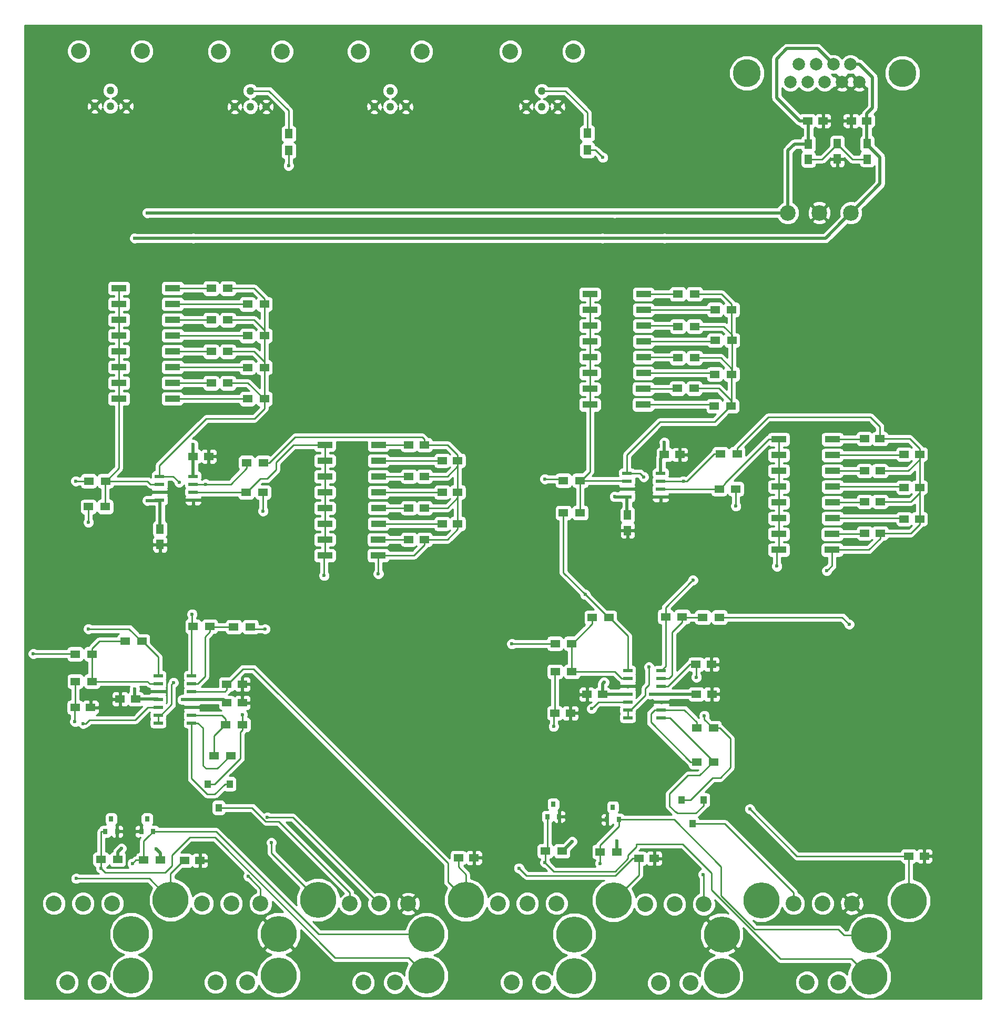
<source format=gbr>
G04 #@! TF.FileFunction,Copper,L1,Top,Signal*
%FSLAX46Y46*%
G04 Gerber Fmt 4.6, Leading zero omitted, Abs format (unit mm)*
G04 Created by KiCad (PCBNEW 4.0.6-e0-6349~53~ubuntu16.04.1) date Tue Mar 14 17:04:22 2017*
%MOMM*%
%LPD*%
G01*
G04 APERTURE LIST*
%ADD10C,0.100000*%
%ADD11C,0.600000*%
%ADD12R,1.500000X1.300000*%
%ADD13R,0.800000X0.900000*%
%ADD14C,2.540000*%
%ADD15C,1.270000*%
%ADD16C,5.800000*%
%ADD17C,2.510000*%
%ADD18R,2.440000X1.130000*%
%ADD19R,1.550000X0.600000*%
%ADD20R,1.500000X1.250000*%
%ADD21R,1.250000X1.500000*%
%ADD22C,4.500000*%
%ADD23C,2.000000*%
%ADD24R,1.300000X1.500000*%
%ADD25R,1.500000X0.600000*%
%ADD26R,1.000000X1.300000*%
%ADD27C,0.500000*%
%ADD28C,0.250000*%
%ADD29C,0.254000*%
G04 APERTURE END LIST*
D10*
D11*
X132570000Y-162620000D03*
X127180000Y-160850000D03*
X132770000Y-129660000D03*
X57980000Y-124850000D03*
X58140000Y-120150000D03*
X58140000Y-121380000D03*
X58030000Y-186110000D03*
X58490000Y-188140000D03*
X118240000Y-164230000D03*
X131960000Y-187620000D03*
X114500000Y-182360000D03*
X121580000Y-183120000D03*
X120240000Y-136820000D03*
X122300000Y-136790000D03*
X125430000Y-136740000D03*
X140820000Y-156620000D03*
X140910000Y-161290000D03*
X129320000Y-162570000D03*
X118420000Y-159950000D03*
X123930000Y-160040000D03*
X128890000Y-129520000D03*
X126770000Y-128350000D03*
X50120000Y-138990000D03*
X45080000Y-132700000D03*
X47090000Y-132710000D03*
X53980000Y-130060000D03*
X51590000Y-128790000D03*
X65370000Y-159700000D03*
X65480000Y-162590000D03*
X57100000Y-163560000D03*
X40610000Y-163440000D03*
X43230000Y-160560000D03*
X48070000Y-160820000D03*
X159170000Y-77020000D03*
X161260000Y-70560000D03*
D12*
X64723000Y-150495000D03*
X62023000Y-150495000D03*
X115109000Y-132130800D03*
X117809000Y-132130800D03*
D13*
X47132200Y-183422800D03*
X49032200Y-183422800D03*
X48082200Y-181422800D03*
D14*
X47244000Y-57785000D03*
X37084000Y-57785000D03*
D15*
X42164000Y-64135000D03*
X42164000Y-66675000D03*
X39624000Y-66675000D03*
X44704000Y-66675000D03*
D16*
X51856800Y-194429000D03*
X45511800Y-199929000D03*
X45511800Y-206629000D03*
D17*
X161384500Y-83828000D03*
X156304500Y-83828000D03*
X151224500Y-83828000D03*
D18*
X85282600Y-138963400D03*
X85318600Y-121183400D03*
X85318600Y-123723400D03*
X85318600Y-126263400D03*
X85318600Y-128803400D03*
X85318600Y-131343400D03*
X85318600Y-133883400D03*
X85282600Y-136423400D03*
X76682600Y-138963400D03*
X76682600Y-136423400D03*
X76682600Y-133883400D03*
X76682600Y-131343400D03*
X76682600Y-128803400D03*
X76682600Y-126263400D03*
X76682600Y-123723400D03*
X76682600Y-121183400D03*
D19*
X125340000Y-125745000D03*
X125340000Y-127015000D03*
X125340000Y-128285000D03*
X125340000Y-129555000D03*
X130740000Y-129555000D03*
X130740000Y-128285000D03*
X130740000Y-127015000D03*
X130740000Y-125745000D03*
D20*
X163937000Y-69011800D03*
X161437000Y-69011800D03*
X156901200Y-69011800D03*
X154401200Y-69011800D03*
D21*
X159207200Y-72664000D03*
X159207200Y-75164000D03*
X164007800Y-72689400D03*
X164007800Y-75189400D03*
X154533600Y-75240200D03*
X154533600Y-72740200D03*
D20*
X54071200Y-188112400D03*
X56571200Y-188112400D03*
X36469000Y-163449000D03*
X38969000Y-163449000D03*
X63403800Y-162687000D03*
X60903800Y-162687000D03*
D21*
X50160000Y-137230000D03*
X50160000Y-134730000D03*
D20*
X43733400Y-162102800D03*
X46233400Y-162102800D03*
X57993600Y-123037600D03*
X55493600Y-123037600D03*
X92715400Y-121183400D03*
X90215400Y-121183400D03*
X92715400Y-126263400D03*
X90215400Y-126263400D03*
X92715400Y-131343400D03*
X90215400Y-131343400D03*
X92715400Y-136423400D03*
X90215400Y-136423400D03*
X98074800Y-123723400D03*
X95574800Y-123723400D03*
X98074800Y-128803400D03*
X95574800Y-128803400D03*
X98074800Y-133883400D03*
X95574800Y-133883400D03*
X98191000Y-187655200D03*
X100691000Y-187655200D03*
X60903800Y-159715200D03*
X63403800Y-159715200D03*
X127223200Y-187756800D03*
X129723200Y-187756800D03*
X113720000Y-164360000D03*
X116220000Y-164360000D03*
X138994200Y-161315400D03*
X136494200Y-161315400D03*
D21*
X125440000Y-134960000D03*
X125440000Y-132460000D03*
D20*
X118910000Y-161350000D03*
X121410000Y-161350000D03*
X133860000Y-122760000D03*
X131360000Y-122760000D03*
X166076000Y-120210000D03*
X163576000Y-120210000D03*
X166096000Y-125370000D03*
X163596000Y-125370000D03*
X166096000Y-130302000D03*
X163596000Y-130302000D03*
X166096000Y-135382000D03*
X163596000Y-135382000D03*
X172446000Y-122682000D03*
X169946000Y-122682000D03*
X172446000Y-128016000D03*
X169946000Y-128016000D03*
X172446000Y-133096000D03*
X169946000Y-133096000D03*
X170708000Y-187375800D03*
X173208000Y-187375800D03*
X136443400Y-156514800D03*
X138943400Y-156514800D03*
D13*
X41341000Y-183422800D03*
X43241000Y-183422800D03*
X42291000Y-181422800D03*
X112530000Y-181040000D03*
X114430000Y-181040000D03*
X113480000Y-179040000D03*
X122120000Y-181510000D03*
X124020000Y-181510000D03*
X123070000Y-179510000D03*
D22*
X169695200Y-61324600D03*
X144655200Y-61324600D03*
D23*
X161330200Y-59904600D03*
X158560200Y-59904600D03*
X155790200Y-59904600D03*
X153020200Y-59904600D03*
X162715200Y-62744600D03*
X159945200Y-62744600D03*
X157175200Y-62744600D03*
X154405200Y-62744600D03*
X151635200Y-62744600D03*
D14*
X69786500Y-57848500D03*
X59626500Y-57848500D03*
D15*
X64706500Y-64198500D03*
X64706500Y-66738500D03*
X62166500Y-66738500D03*
X67246500Y-66738500D03*
D14*
X92265500Y-57848500D03*
X82105500Y-57848500D03*
D15*
X87185500Y-64198500D03*
X87185500Y-66738500D03*
X84645500Y-66738500D03*
X89725500Y-66738500D03*
D14*
X116713000Y-57848500D03*
X106553000Y-57848500D03*
D15*
X111633000Y-64198500D03*
X111633000Y-66738500D03*
X109093000Y-66738500D03*
X114173000Y-66738500D03*
D12*
X43336200Y-187909200D03*
X40636200Y-187909200D03*
X47545000Y-188036200D03*
X50245000Y-188036200D03*
X36521400Y-154863800D03*
X39221400Y-154863800D03*
X36521400Y-159258000D03*
X39221400Y-159258000D03*
X41380400Y-127000000D03*
X38680400Y-127000000D03*
X44547800Y-152806400D03*
X47247800Y-152806400D03*
X38629600Y-131140200D03*
X41329600Y-131140200D03*
X58388000Y-95988200D03*
X61088000Y-95988200D03*
X58388000Y-101068200D03*
X61088000Y-101068200D03*
X58388000Y-106148200D03*
X61088000Y-106148200D03*
X58388000Y-111228200D03*
X61088000Y-111228200D03*
X64255400Y-98528200D03*
X66955400Y-98528200D03*
X64255400Y-103608200D03*
X66955400Y-103608200D03*
X64255400Y-108713600D03*
X66955400Y-108713600D03*
X64255400Y-113768200D03*
X66955400Y-113768200D03*
X66729600Y-128803400D03*
X64029600Y-128803400D03*
X63427600Y-166217600D03*
X60727600Y-166217600D03*
X58848000Y-171196000D03*
X61548000Y-171196000D03*
X64080400Y-124053600D03*
X66780400Y-124053600D03*
X58169800Y-150393400D03*
X55469800Y-150393400D03*
D24*
X70866000Y-71116200D03*
X70866000Y-73816200D03*
D12*
X114870000Y-186560000D03*
X112170000Y-186560000D03*
X121010000Y-186690000D03*
X123710000Y-186690000D03*
X113762800Y-153162000D03*
X116462800Y-153162000D03*
X113762800Y-157683200D03*
X116462800Y-157683200D03*
X117809000Y-126923800D03*
X115109000Y-126923800D03*
X119731800Y-148996400D03*
X122431800Y-148996400D03*
X133510000Y-96900000D03*
X136210000Y-96900000D03*
X133530000Y-102110000D03*
X136230000Y-102110000D03*
X133500000Y-107170000D03*
X136200000Y-107170000D03*
X133450000Y-112080000D03*
X136150000Y-112080000D03*
X139500000Y-99420000D03*
X142200000Y-99420000D03*
X139540000Y-104340000D03*
X142240000Y-104340000D03*
X139480000Y-109810000D03*
X142180000Y-109810000D03*
X139380000Y-114940000D03*
X142080000Y-114940000D03*
X142878800Y-128270000D03*
X140178800Y-128270000D03*
X139272000Y-166751000D03*
X136572000Y-166751000D03*
X136572000Y-172212000D03*
X139272000Y-172212000D03*
X140382000Y-122631200D03*
X143082000Y-122631200D03*
X140237200Y-148945600D03*
X137537200Y-148945600D03*
X134242800Y-148844000D03*
X131542800Y-148844000D03*
D24*
X118948200Y-71014600D03*
X118948200Y-73714600D03*
D16*
X75605800Y-194429000D03*
X69260800Y-199929000D03*
X69260800Y-206629000D03*
X99405600Y-194454400D03*
X93060600Y-199954400D03*
X93060600Y-206654400D03*
X123180000Y-194505200D03*
X116835000Y-200005200D03*
X116835000Y-206705200D03*
X146954400Y-194505200D03*
X140609400Y-200005200D03*
X140609400Y-206705200D03*
X170703400Y-194581400D03*
X164358400Y-200081400D03*
X164358400Y-206781400D03*
D14*
X37769800Y-195008500D03*
X33070800Y-195008500D03*
X42468800Y-195008500D03*
X35229800Y-207708500D03*
X40309800Y-207708500D03*
X61645800Y-195008500D03*
X56946800Y-195008500D03*
X66344800Y-195008500D03*
X59105800Y-207708500D03*
X64185800Y-207708500D03*
X85420200Y-195046600D03*
X80721200Y-195046600D03*
X90119200Y-195046600D03*
X82880200Y-207746600D03*
X87960200Y-207746600D03*
X109296200Y-195021200D03*
X104597200Y-195021200D03*
X113995200Y-195021200D03*
X106756200Y-207721200D03*
X111836200Y-207721200D03*
X132994400Y-195122800D03*
X128295400Y-195122800D03*
X137693400Y-195122800D03*
X130454400Y-207822800D03*
X135534400Y-207822800D03*
X156845000Y-195021200D03*
X152146000Y-195021200D03*
X161544000Y-195021200D03*
X154305000Y-207721200D03*
X159385000Y-207721200D03*
D25*
X49852600Y-158343600D03*
X49852600Y-159613600D03*
X49852600Y-160883600D03*
X49852600Y-162153600D03*
X49852600Y-163423600D03*
X49852600Y-164693600D03*
X49852600Y-165963600D03*
X55252600Y-165963600D03*
X55252600Y-164693600D03*
X55252600Y-163423600D03*
X55252600Y-162153600D03*
X55252600Y-160883600D03*
X55252600Y-159613600D03*
X55252600Y-158343600D03*
D19*
X50081200Y-126238000D03*
X50081200Y-127508000D03*
X50081200Y-128778000D03*
X50081200Y-130048000D03*
X55481200Y-130048000D03*
X55481200Y-128778000D03*
X55481200Y-127508000D03*
X55481200Y-126238000D03*
D18*
X52130000Y-113740000D03*
X52166000Y-95960000D03*
X52166000Y-98500000D03*
X52166000Y-101040000D03*
X52166000Y-103580000D03*
X52166000Y-106120000D03*
X52166000Y-108660000D03*
X52130000Y-111200000D03*
X43530000Y-113740000D03*
X43530000Y-111200000D03*
X43530000Y-108660000D03*
X43530000Y-106120000D03*
X43530000Y-103580000D03*
X43530000Y-101040000D03*
X43530000Y-98500000D03*
X43530000Y-95960000D03*
D25*
X125460000Y-157500000D03*
X125460000Y-158770000D03*
X125460000Y-160040000D03*
X125460000Y-161310000D03*
X125460000Y-162580000D03*
X125460000Y-163850000D03*
X125460000Y-165120000D03*
X130860000Y-165120000D03*
X130860000Y-163850000D03*
X130860000Y-162580000D03*
X130860000Y-161310000D03*
X130860000Y-160040000D03*
X130860000Y-158770000D03*
X130860000Y-157500000D03*
D18*
X127954000Y-114700000D03*
X127990000Y-96920000D03*
X127990000Y-99460000D03*
X127990000Y-102000000D03*
X127990000Y-104540000D03*
X127990000Y-107080000D03*
X127990000Y-109620000D03*
X127954000Y-112160000D03*
X119354000Y-114700000D03*
X119354000Y-112160000D03*
X119354000Y-109620000D03*
X119354000Y-107080000D03*
X119354000Y-104540000D03*
X119354000Y-102000000D03*
X119354000Y-99460000D03*
X119354000Y-96920000D03*
X158360000Y-138080000D03*
X158396000Y-120300000D03*
X158396000Y-122840000D03*
X158396000Y-125380000D03*
X158396000Y-127920000D03*
X158396000Y-130460000D03*
X158396000Y-133000000D03*
X158360000Y-135540000D03*
X149760000Y-138080000D03*
X149760000Y-135540000D03*
X149760000Y-133000000D03*
X149760000Y-130460000D03*
X149760000Y-127920000D03*
X149760000Y-125380000D03*
X149760000Y-122840000D03*
X149760000Y-120300000D03*
D26*
X57863800Y-175778000D03*
X61363800Y-175778000D03*
X59613800Y-179578000D03*
X134140000Y-178368800D03*
X137640000Y-178368800D03*
X135890000Y-182168800D03*
D11*
X157000000Y-70600000D03*
X121633989Y-159407087D03*
X116520000Y-185040000D03*
X121400000Y-87920000D03*
X43940000Y-186140000D03*
X46060000Y-160480000D03*
X46100000Y-87910000D03*
X55480000Y-121150000D03*
X131350000Y-87920000D03*
X131350000Y-120800000D03*
X55480000Y-87920000D03*
X123720000Y-184930000D03*
X129100000Y-161300000D03*
X49510000Y-186190000D03*
X53760000Y-162200000D03*
X48090000Y-130150000D03*
X123340000Y-83830000D03*
X123330000Y-129510000D03*
X48090000Y-83828000D03*
X157499992Y-141459238D03*
X36590000Y-127010000D03*
X29760000Y-154800000D03*
X53230000Y-127190000D03*
X68070000Y-185220000D03*
X66740000Y-131830000D03*
X57490000Y-127508000D03*
X63430000Y-164590000D03*
X55320000Y-148440000D03*
X70850000Y-76230000D03*
X36450000Y-165730000D03*
X36650000Y-190990000D03*
X85310000Y-141930000D03*
X45700000Y-188580000D03*
X113520000Y-166510000D03*
X107940000Y-189320000D03*
X136510000Y-158580000D03*
X145110000Y-179800000D03*
X121020000Y-188550000D03*
X40630000Y-189340000D03*
X112130000Y-188410000D03*
X52323323Y-159446677D03*
X112110000Y-126670000D03*
X106810000Y-153220000D03*
X128868892Y-156950000D03*
X64363051Y-190636949D03*
X76580000Y-142220000D03*
X67444990Y-181157041D03*
X67080000Y-150840000D03*
X128030000Y-126340000D03*
X142860000Y-131040000D03*
X149480000Y-140710000D03*
X137610000Y-190330000D03*
X134420000Y-127015000D03*
X137800000Y-164780000D03*
X161110000Y-150070000D03*
X135956949Y-142953051D03*
X121440000Y-74920000D03*
X37760000Y-166070000D03*
X119640387Y-163649875D03*
X38630000Y-133660000D03*
X38630000Y-150810000D03*
X118605400Y-145270000D03*
D27*
X121410000Y-161350000D02*
X121410000Y-159631076D01*
X121410000Y-159631076D02*
X121633989Y-159407087D01*
X114870000Y-186560000D02*
X115000000Y-186560000D01*
X115000000Y-186560000D02*
X116520000Y-185040000D01*
X57910000Y-87920000D02*
X121400000Y-87920000D01*
X121400000Y-87920000D02*
X131350000Y-87920000D01*
X43336200Y-187909200D02*
X43336200Y-186743800D01*
X43336200Y-186743800D02*
X43940000Y-186140000D01*
X46233400Y-162102800D02*
X49801800Y-162102800D01*
X49801800Y-162102800D02*
X49852600Y-162153600D01*
X46060000Y-160480000D02*
X46060000Y-161929400D01*
X46060000Y-161929400D02*
X46233400Y-162102800D01*
X56440000Y-87920000D02*
X55480000Y-87920000D01*
X57910000Y-87920000D02*
X56440000Y-87920000D01*
X56440000Y-87920000D02*
X46110000Y-87920000D01*
X46110000Y-87920000D02*
X46100000Y-87910000D01*
X55493600Y-123037600D02*
X55493600Y-121163600D01*
X55493600Y-121163600D02*
X55480000Y-121150000D01*
X131350000Y-87920000D02*
X157292500Y-87920000D01*
X131360000Y-122760000D02*
X131360000Y-120810000D01*
X131360000Y-120810000D02*
X131350000Y-120800000D01*
X130740000Y-125745000D02*
X130740000Y-123380000D01*
X130740000Y-123380000D02*
X131360000Y-122760000D01*
X157292500Y-87920000D02*
X160129501Y-85082999D01*
X160129501Y-85082999D02*
X161384500Y-83828000D01*
X55481200Y-126238000D02*
X55481200Y-123050000D01*
X55481200Y-123050000D02*
X55493600Y-123037600D01*
X162639499Y-82573001D02*
X166060000Y-79152500D01*
X166060000Y-79152500D02*
X166060000Y-74866600D01*
X166060000Y-74866600D02*
X164007800Y-72814400D01*
X164007800Y-72814400D02*
X164007800Y-72689400D01*
X125460000Y-161310000D02*
X121450000Y-161310000D01*
X121450000Y-161310000D02*
X121410000Y-161350000D01*
X161384500Y-83828000D02*
X162639499Y-82573001D01*
X162639499Y-82573001D02*
X162639499Y-82540501D01*
X163937000Y-69011800D02*
X163937000Y-72618600D01*
X163937000Y-72618600D02*
X164007800Y-72689400D01*
X162759013Y-59890000D02*
X164860000Y-61990987D01*
X164860000Y-61990987D02*
X164860000Y-66963800D01*
X164860000Y-66963800D02*
X163937000Y-67886800D01*
X163937000Y-67886800D02*
X163937000Y-69011800D01*
X161330200Y-59904600D02*
X162744413Y-59904600D01*
X162744413Y-59904600D02*
X162759013Y-59890000D01*
X130860000Y-161310000D02*
X136488800Y-161310000D01*
X136488800Y-161310000D02*
X136494200Y-161315400D01*
X125340000Y-129555000D02*
X125340000Y-132360000D01*
X125340000Y-132360000D02*
X125440000Y-132460000D01*
X50160000Y-134730000D02*
X50160000Y-130126800D01*
X50160000Y-130126800D02*
X50081200Y-130048000D01*
X123710000Y-186690000D02*
X123710000Y-184940000D01*
X123710000Y-184940000D02*
X123720000Y-184930000D01*
X129100000Y-161300000D02*
X130850000Y-161300000D01*
X130850000Y-161300000D02*
X130860000Y-161310000D01*
X50245000Y-188036200D02*
X50245000Y-186925000D01*
X50245000Y-186925000D02*
X49510000Y-186190000D01*
X53760000Y-162200000D02*
X55206200Y-162200000D01*
X55206200Y-162200000D02*
X55252600Y-162153600D01*
X55252600Y-162153600D02*
X60370400Y-162153600D01*
X60370400Y-162153600D02*
X60903800Y-162687000D01*
X48090000Y-130150000D02*
X49979200Y-130150000D01*
X151224500Y-83828000D02*
X123270000Y-83828000D01*
X123270000Y-83828000D02*
X48090000Y-83828000D01*
X125340000Y-129555000D02*
X123375000Y-129555000D01*
X123375000Y-129555000D02*
X123330000Y-129510000D01*
X49979200Y-130150000D02*
X50081200Y-130048000D01*
X151224500Y-73825500D02*
X152309800Y-72740200D01*
X152309800Y-72740200D02*
X154533600Y-72740200D01*
X151224500Y-83828000D02*
X151224500Y-73825500D01*
X154533600Y-72740200D02*
X154533600Y-69144200D01*
X154533600Y-69144200D02*
X154401200Y-69011800D01*
X151070000Y-57360000D02*
X156015600Y-57360000D01*
X156015600Y-57360000D02*
X158560200Y-59904600D01*
X149420000Y-59010000D02*
X151070000Y-57360000D01*
X149420000Y-65280600D02*
X149420000Y-59010000D01*
X154401200Y-69011800D02*
X153151200Y-69011800D01*
X153151200Y-69011800D02*
X149420000Y-65280600D01*
D28*
X85282600Y-136423400D02*
X86752600Y-136423400D01*
X86752600Y-136423400D02*
X90215400Y-136423400D01*
X158360000Y-138080000D02*
X158360000Y-140599230D01*
X158360000Y-140599230D02*
X157799991Y-141159239D01*
X157799991Y-141159239D02*
X157499992Y-141459238D01*
X166076000Y-120210000D02*
X170849000Y-120210000D01*
X170849000Y-120210000D02*
X172446000Y-121807000D01*
X172446000Y-121807000D02*
X172446000Y-122682000D01*
X172446000Y-128016000D02*
X172446000Y-127141000D01*
X172446000Y-127141000D02*
X172446000Y-122682000D01*
X166096000Y-125370000D02*
X170633000Y-125370000D01*
X170633000Y-125370000D02*
X172446000Y-123557000D01*
X172446000Y-123557000D02*
X172446000Y-122682000D01*
X172446000Y-133096000D02*
X172446000Y-132221000D01*
X172446000Y-132221000D02*
X172446000Y-128016000D01*
X166096000Y-130302000D02*
X171035000Y-130302000D01*
X171035000Y-130302000D02*
X172446000Y-128891000D01*
X172446000Y-128891000D02*
X172446000Y-128016000D01*
X166096000Y-135382000D02*
X171035000Y-135382000D01*
X171035000Y-135382000D02*
X172446000Y-133971000D01*
X172446000Y-133971000D02*
X172446000Y-133096000D01*
X158360000Y-138080000D02*
X164273000Y-138080000D01*
X164273000Y-138080000D02*
X166096000Y-136257000D01*
X166096000Y-136257000D02*
X166096000Y-135382000D01*
X143082000Y-122631200D02*
X143082000Y-121731200D01*
X143082000Y-121731200D02*
X148063200Y-116750000D01*
X148063200Y-116750000D02*
X164550000Y-116750000D01*
X166076000Y-118276000D02*
X166076000Y-120210000D01*
X164550000Y-116750000D02*
X166076000Y-118276000D01*
X36590000Y-127010000D02*
X38670400Y-127010000D01*
X38670400Y-127010000D02*
X38680400Y-127000000D01*
X29760000Y-154800000D02*
X34540000Y-154800000D01*
X34540000Y-154800000D02*
X34570000Y-154830000D01*
X34570000Y-154830000D02*
X36487600Y-154830000D01*
X36487600Y-154830000D02*
X36521400Y-154863800D01*
X52166000Y-101040000D02*
X58359800Y-101040000D01*
X58359800Y-101040000D02*
X58388000Y-101068200D01*
X53230000Y-127190000D02*
X52278000Y-126238000D01*
X52278000Y-126238000D02*
X50081200Y-126238000D01*
X61088000Y-95988200D02*
X65315400Y-95988200D01*
X65315400Y-95988200D02*
X66955400Y-97628200D01*
X66955400Y-97628200D02*
X66955400Y-98528200D01*
X66955400Y-98528200D02*
X66955400Y-99428200D01*
X66955400Y-99428200D02*
X66955400Y-103608200D01*
X61088000Y-101068200D02*
X65315400Y-101068200D01*
X65315400Y-101068200D02*
X66955400Y-102708200D01*
X66955400Y-102708200D02*
X66955400Y-103608200D01*
X66955400Y-103608200D02*
X66955400Y-108713600D01*
X61088000Y-106148200D02*
X65290000Y-106148200D01*
X65290000Y-106148200D02*
X66955400Y-107813600D01*
X66955400Y-107813600D02*
X66955400Y-108713600D01*
X66955400Y-108713600D02*
X66955400Y-113768200D01*
X62116200Y-111200000D02*
X64287200Y-111200000D01*
X64287200Y-111200000D02*
X66855400Y-113768200D01*
X66855400Y-113768200D02*
X66955400Y-113768200D01*
X61088000Y-111228200D02*
X62088000Y-111228200D01*
X62088000Y-111228200D02*
X62116200Y-111200000D01*
X65340000Y-116970000D02*
X66955400Y-115354600D01*
X66955400Y-115354600D02*
X66955400Y-113768200D01*
X57590000Y-116970000D02*
X65340000Y-116970000D01*
X50080000Y-124480000D02*
X57590000Y-116970000D01*
X50080000Y-125686800D02*
X50080000Y-124480000D01*
X50081200Y-126238000D02*
X50081200Y-125688000D01*
X50081200Y-125688000D02*
X50080000Y-125686800D01*
X52166000Y-106120000D02*
X58359800Y-106120000D01*
X58359800Y-106120000D02*
X58388000Y-106148200D01*
X52130000Y-111200000D02*
X58359800Y-111200000D01*
X58359800Y-111200000D02*
X58388000Y-111228200D01*
X52166000Y-98500000D02*
X64227200Y-98500000D01*
X64227200Y-98500000D02*
X64255400Y-98528200D01*
X52166000Y-103580000D02*
X64227200Y-103580000D01*
X64227200Y-103580000D02*
X64255400Y-103608200D01*
X52166000Y-108660000D02*
X64201800Y-108660000D01*
X64201800Y-108660000D02*
X64255400Y-108713600D01*
X52130000Y-113740000D02*
X64227200Y-113740000D01*
X64227200Y-113740000D02*
X64255400Y-113768200D01*
X68070000Y-185220000D02*
X68070000Y-186893200D01*
X68070000Y-186893200D02*
X75605800Y-194429000D01*
X66729600Y-128803400D02*
X66729600Y-131819600D01*
X66729600Y-131819600D02*
X66740000Y-131830000D01*
X57490000Y-127508000D02*
X61526000Y-127508000D01*
X55481200Y-127508000D02*
X57490000Y-127508000D01*
X63427600Y-166217600D02*
X63427600Y-164592400D01*
X63427600Y-164592400D02*
X63430000Y-164590000D01*
X63110000Y-171619002D02*
X58951002Y-175778000D01*
X58951002Y-175778000D02*
X57863800Y-175778000D01*
X63110000Y-167435200D02*
X63110000Y-171619002D01*
X63427600Y-166217600D02*
X63427600Y-167117600D01*
X63427600Y-167117600D02*
X63110000Y-167435200D01*
X61526000Y-127508000D02*
X64080400Y-124953600D01*
X64080400Y-124953600D02*
X64080400Y-124053600D01*
X55252600Y-159613600D02*
X56252600Y-159613600D01*
X56252600Y-159613600D02*
X57380000Y-158486200D01*
X57380000Y-158486200D02*
X57380000Y-152083200D01*
X57380000Y-152083200D02*
X58169800Y-151293400D01*
X58169800Y-151293400D02*
X58169800Y-150393400D01*
X62023000Y-150495000D02*
X58271400Y-150495000D01*
X58271400Y-150495000D02*
X58169800Y-150393400D01*
X55252600Y-158343600D02*
X55252600Y-150610600D01*
X55252600Y-150610600D02*
X55469800Y-150393400D01*
X55320000Y-148440000D02*
X55320000Y-150243600D01*
X55320000Y-150243600D02*
X55469800Y-150393400D01*
X70866000Y-73816200D02*
X70866000Y-76214000D01*
X70866000Y-76214000D02*
X70850000Y-76230000D01*
X154533600Y-75240200D02*
X156756000Y-75240200D01*
X156756000Y-75240200D02*
X159207200Y-72789000D01*
X159207200Y-72789000D02*
X159207200Y-72664000D01*
X164007800Y-75189400D02*
X161607600Y-75189400D01*
X161607600Y-75189400D02*
X159207200Y-72789000D01*
X36450000Y-165730000D02*
X36450000Y-163468000D01*
X36450000Y-163468000D02*
X36469000Y-163449000D01*
X51856800Y-194429000D02*
X48417800Y-190990000D01*
X48417800Y-190990000D02*
X40810902Y-190990000D01*
X40810902Y-190990000D02*
X36650000Y-190990000D01*
X51856800Y-194429000D02*
X51856800Y-190201800D01*
X51856800Y-190201800D02*
X53946200Y-188112400D01*
X53946200Y-188112400D02*
X54071200Y-188112400D01*
X36521400Y-159258000D02*
X36521400Y-163396600D01*
X36521400Y-163396600D02*
X36469000Y-163449000D01*
X92347000Y-119940000D02*
X71894000Y-119940000D01*
X67780400Y-124053600D02*
X66780400Y-124053600D01*
X71894000Y-119940000D02*
X67780400Y-124053600D01*
X92715400Y-121183400D02*
X92715400Y-120308400D01*
X92715400Y-120308400D02*
X92347000Y-119940000D01*
X92715400Y-121183400D02*
X96409800Y-121183400D01*
X96409800Y-121183400D02*
X98074800Y-122848400D01*
X98074800Y-122848400D02*
X98074800Y-123723400D01*
X98074800Y-128803400D02*
X98074800Y-123723400D01*
X92715400Y-126263400D02*
X96409800Y-126263400D01*
X96409800Y-126263400D02*
X98074800Y-124598400D01*
X98074800Y-124598400D02*
X98074800Y-123723400D01*
X98074800Y-133883400D02*
X98074800Y-133008400D01*
X98074800Y-133008400D02*
X98074800Y-128803400D01*
X92715400Y-131343400D02*
X96409800Y-131343400D01*
X96409800Y-131343400D02*
X98074800Y-129678400D01*
X98074800Y-129678400D02*
X98074800Y-128803400D01*
X92715400Y-136423400D02*
X96409800Y-136423400D01*
X96409800Y-136423400D02*
X98074800Y-134758400D01*
X98074800Y-134758400D02*
X98074800Y-133883400D01*
X85282600Y-138963400D02*
X91050400Y-138963400D01*
X91050400Y-138963400D02*
X92715400Y-137298400D01*
X92715400Y-137298400D02*
X92715400Y-136423400D01*
X85310000Y-141930000D02*
X85310000Y-138990800D01*
X85310000Y-138990800D02*
X85282600Y-138963400D01*
X85318600Y-121183400D02*
X86788600Y-121183400D01*
X86788600Y-121183400D02*
X90215400Y-121183400D01*
X85318600Y-126263400D02*
X90215400Y-126263400D01*
X85318600Y-131343400D02*
X90215400Y-131343400D01*
X85318600Y-123723400D02*
X86788600Y-123723400D01*
X86788600Y-123723400D02*
X95574800Y-123723400D01*
X85318600Y-128803400D02*
X95574800Y-128803400D01*
X85318600Y-133883400D02*
X86788600Y-133883400D01*
X86788600Y-133883400D02*
X95574800Y-133883400D01*
X55252600Y-160883600D02*
X60610400Y-160883600D01*
X60903800Y-160590200D02*
X60903800Y-159715200D01*
X60610400Y-160883600D02*
X60903800Y-160590200D01*
X65210000Y-157230000D02*
X63514000Y-157230000D01*
X63514000Y-157230000D02*
X61028800Y-159715200D01*
X61028800Y-159715200D02*
X60903800Y-159715200D01*
X96505601Y-188525601D02*
X65210000Y-157230000D01*
X99405600Y-194454400D02*
X96505601Y-191554401D01*
X96505601Y-191554401D02*
X96505601Y-188525601D01*
X99405600Y-194454400D02*
X99405600Y-190353181D01*
X99405600Y-190353181D02*
X98191000Y-189138581D01*
X98191000Y-189138581D02*
X98191000Y-187655200D01*
X49682200Y-183422800D02*
X49032200Y-183422800D01*
X93060600Y-199954400D02*
X75720810Y-199954400D01*
X75720810Y-199954400D02*
X59189210Y-183422800D01*
X59189210Y-183422800D02*
X49682200Y-183422800D01*
X47545000Y-188036200D02*
X46243800Y-188036200D01*
X46243800Y-188036200D02*
X45700000Y-188580000D01*
X47445000Y-188036200D02*
X47545000Y-188036200D01*
X47545000Y-188036200D02*
X47545000Y-184910000D01*
X48332200Y-184122800D02*
X48382200Y-184122800D01*
X47545000Y-184910000D02*
X48332200Y-184122800D01*
X48382200Y-184122800D02*
X49032200Y-183472800D01*
X49032200Y-183472800D02*
X49032200Y-183422800D01*
X109150009Y-190530009D02*
X108239999Y-189619999D01*
X123449991Y-190530009D02*
X109150009Y-190530009D01*
X126223200Y-187756800D02*
X123449991Y-190530009D01*
X108239999Y-189619999D02*
X107940000Y-189320000D01*
X127223200Y-187756800D02*
X126223200Y-187756800D01*
X113720000Y-164360000D02*
X113720000Y-157726000D01*
X113720000Y-157726000D02*
X113762800Y-157683200D01*
X113520000Y-166510000D02*
X113520000Y-164560000D01*
X113520000Y-164560000D02*
X113720000Y-164360000D01*
X127223200Y-187756800D02*
X127223200Y-190462000D01*
X127223200Y-190462000D02*
X123180000Y-194505200D01*
X158396000Y-120300000D02*
X163486000Y-120300000D01*
X163486000Y-120300000D02*
X163576000Y-120210000D01*
X158396000Y-125380000D02*
X163586000Y-125380000D01*
X163586000Y-125380000D02*
X163596000Y-125370000D01*
X158396000Y-130460000D02*
X163438000Y-130460000D01*
X163438000Y-130460000D02*
X163596000Y-130302000D01*
X158360000Y-135540000D02*
X163438000Y-135540000D01*
X163438000Y-135540000D02*
X163596000Y-135382000D01*
X158396000Y-122840000D02*
X169788000Y-122840000D01*
X169788000Y-122840000D02*
X169946000Y-122682000D01*
X158396000Y-127920000D02*
X169850000Y-127920000D01*
X169850000Y-127920000D02*
X169946000Y-128016000D01*
X158396000Y-133000000D02*
X169850000Y-133000000D01*
X169850000Y-133000000D02*
X169946000Y-133096000D01*
X136443400Y-156514800D02*
X135443400Y-156514800D01*
X135443400Y-156514800D02*
X131918200Y-160040000D01*
X131918200Y-160040000D02*
X131860000Y-160040000D01*
X131860000Y-160040000D02*
X130860000Y-160040000D01*
X136510000Y-158580000D02*
X136510000Y-156581400D01*
X136510000Y-156581400D02*
X136443400Y-156514800D01*
X170708000Y-187375800D02*
X152685800Y-187375800D01*
X152685800Y-187375800D02*
X145110000Y-179800000D01*
X170703400Y-194581400D02*
X170703400Y-187380400D01*
X170703400Y-187380400D02*
X170708000Y-187375800D01*
X164358400Y-200081400D02*
X160257181Y-200081400D01*
X140510000Y-193750000D02*
X140510000Y-189110000D01*
X160257181Y-200081400D02*
X159315781Y-199140000D01*
X159315781Y-199140000D02*
X145900000Y-199140000D01*
X145900000Y-199140000D02*
X140510000Y-193750000D01*
X140510000Y-189110000D02*
X132910000Y-181510000D01*
X132910000Y-181510000D02*
X124020000Y-181510000D01*
X121010000Y-186690000D02*
X121010000Y-188540000D01*
X121010000Y-188540000D02*
X121020000Y-188550000D01*
X121010000Y-185610000D02*
X124020000Y-182600000D01*
X124020000Y-182600000D02*
X124020000Y-181510000D01*
X121010000Y-186690000D02*
X121010000Y-185610000D01*
X50940000Y-190010000D02*
X41300000Y-190010000D01*
X41300000Y-190010000D02*
X40630000Y-189340000D01*
X52040000Y-188910000D02*
X50940000Y-190010000D01*
X52040000Y-187270000D02*
X52040000Y-188910000D01*
X54931199Y-184378801D02*
X52040000Y-187270000D01*
X78364401Y-203754401D02*
X58988801Y-184378801D01*
X58988801Y-184378801D02*
X54931199Y-184378801D01*
X90160601Y-203754401D02*
X78364401Y-203754401D01*
X93060600Y-206654400D02*
X90160601Y-203754401D01*
X40636200Y-187909200D02*
X40636200Y-189333800D01*
X40636200Y-189333800D02*
X40630000Y-189340000D01*
X40636200Y-187909200D02*
X40636200Y-183477600D01*
X40636200Y-183477600D02*
X40691000Y-183422800D01*
X40691000Y-183422800D02*
X41341000Y-183422800D01*
X123420000Y-189830000D02*
X113550000Y-189830000D01*
X113550000Y-189830000D02*
X112130000Y-188410000D01*
X125480000Y-187770000D02*
X123420000Y-189830000D01*
X125480000Y-187230802D02*
X125480000Y-187770000D01*
X126800000Y-185480000D02*
X126800000Y-185910802D01*
X126800000Y-185910802D02*
X125480000Y-187230802D01*
X134330000Y-185480000D02*
X126800000Y-185480000D01*
X138950000Y-190100000D02*
X134330000Y-185480000D01*
X138950000Y-192830000D02*
X138950000Y-190100000D01*
X150001401Y-203881401D02*
X138950000Y-192830000D01*
X164358400Y-206781400D02*
X161458401Y-203881401D01*
X161458401Y-203881401D02*
X150001401Y-203881401D01*
X112170000Y-186560000D02*
X112170000Y-188370000D01*
X112170000Y-188370000D02*
X112130000Y-188410000D01*
X112530000Y-181040000D02*
X112530000Y-186200000D01*
X112530000Y-186200000D02*
X112170000Y-186560000D01*
X67688500Y-64198500D02*
X70866000Y-67376000D01*
X70866000Y-67376000D02*
X70866000Y-71116200D01*
X64706500Y-64198500D02*
X67688500Y-64198500D01*
X49852600Y-164693600D02*
X49852600Y-165963600D01*
X52323323Y-159446677D02*
X52023324Y-159746676D01*
X52023324Y-159746676D02*
X52023324Y-162972876D01*
X52023324Y-162972876D02*
X50302600Y-164693600D01*
X50302600Y-164693600D02*
X49852600Y-164693600D01*
X112110000Y-126670000D02*
X114855200Y-126670000D01*
X114855200Y-126670000D02*
X115109000Y-126923800D01*
X111410000Y-153240000D02*
X113684800Y-153240000D01*
X106830000Y-153240000D02*
X106810000Y-153220000D01*
X110920000Y-153240000D02*
X111410000Y-153240000D01*
X111410000Y-153240000D02*
X106830000Y-153240000D01*
X113684800Y-153240000D02*
X113762800Y-153162000D01*
X115428500Y-64198500D02*
X118948200Y-67718200D01*
X118948200Y-67718200D02*
X118948200Y-71014600D01*
X111633000Y-64198500D02*
X115428500Y-64198500D01*
X128278972Y-160361028D02*
X128868892Y-159771108D01*
X128868892Y-159771108D02*
X128868892Y-156950000D01*
X128278972Y-161481028D02*
X128278972Y-160361028D01*
X125460000Y-163850000D02*
X125910000Y-163850000D01*
X125910000Y-163850000D02*
X128278972Y-161481028D01*
X125460000Y-163850000D02*
X125460000Y-165120000D01*
X44547800Y-152806400D02*
X40378800Y-152806400D01*
X40378800Y-152806400D02*
X39221400Y-153963800D01*
X39221400Y-153963800D02*
X39221400Y-154863800D01*
X48138000Y-159258000D02*
X48493600Y-159613600D01*
X48493600Y-159613600D02*
X49852600Y-159613600D01*
X39221400Y-159258000D02*
X48138000Y-159258000D01*
X39221400Y-154863800D02*
X39221400Y-155763800D01*
X39221400Y-155763800D02*
X39221400Y-159258000D01*
X43530000Y-113740000D02*
X43530000Y-124950400D01*
X43530000Y-124950400D02*
X41480400Y-127000000D01*
X41480400Y-127000000D02*
X41380400Y-127000000D01*
X43530000Y-111200000D02*
X43530000Y-112015000D01*
X43530000Y-112015000D02*
X43530000Y-113740000D01*
X43530000Y-108660000D02*
X43530000Y-111200000D01*
X43530000Y-106120000D02*
X43530000Y-106935000D01*
X43530000Y-106935000D02*
X43530000Y-108660000D01*
X43530000Y-103580000D02*
X43530000Y-106120000D01*
X43530000Y-101040000D02*
X43530000Y-101855000D01*
X43530000Y-101855000D02*
X43530000Y-103580000D01*
X43530000Y-98500000D02*
X43530000Y-101040000D01*
X43530000Y-95960000D02*
X43530000Y-96775000D01*
X43530000Y-96775000D02*
X43530000Y-98500000D01*
X41329600Y-131140200D02*
X41329600Y-127050800D01*
X41329600Y-127050800D02*
X41380400Y-127000000D01*
X48130000Y-127000000D02*
X48638000Y-127508000D01*
X48638000Y-127508000D02*
X50081200Y-127508000D01*
X41380400Y-127000000D02*
X48130000Y-127000000D01*
X52166000Y-95960000D02*
X58359800Y-95960000D01*
X58359800Y-95960000D02*
X58388000Y-95988200D01*
X64663050Y-190936948D02*
X64363051Y-190636949D01*
X66344800Y-192618698D02*
X64663050Y-190936948D01*
X66344800Y-195008500D02*
X66344800Y-192618698D01*
X67390000Y-126650000D02*
X66283000Y-126650000D01*
X64129600Y-128803400D02*
X64029600Y-128803400D01*
X66283000Y-126650000D02*
X64129600Y-128803400D01*
X68840000Y-125200000D02*
X67390000Y-126650000D01*
X68840000Y-123993000D02*
X68840000Y-125200000D01*
X76682600Y-121183400D02*
X71649600Y-121183400D01*
X71649600Y-121183400D02*
X68840000Y-123993000D01*
X76682600Y-138963400D02*
X76682600Y-136423400D01*
X76682600Y-136423400D02*
X76682600Y-133883400D01*
X76682600Y-133883400D02*
X76682600Y-133068400D01*
X76682600Y-133068400D02*
X76682600Y-131343400D01*
X76682600Y-131343400D02*
X76682600Y-130528400D01*
X76682600Y-130528400D02*
X76682600Y-128803400D01*
X76682600Y-126263400D02*
X76682600Y-127078400D01*
X76682600Y-127078400D02*
X76682600Y-128803400D01*
X76682600Y-123723400D02*
X76682600Y-124538400D01*
X76682600Y-124538400D02*
X76682600Y-126263400D01*
X76682600Y-121183400D02*
X76682600Y-121998400D01*
X76682600Y-121998400D02*
X76682600Y-123723400D01*
X55481200Y-128778000D02*
X64004200Y-128778000D01*
X64004200Y-128778000D02*
X64029600Y-128803400D01*
X76580000Y-142220000D02*
X76580000Y-139066000D01*
X76580000Y-139066000D02*
X76682600Y-138963400D01*
X55252600Y-164693600D02*
X60103600Y-164693600D01*
X60103600Y-164693600D02*
X60727600Y-165317600D01*
X60727600Y-165317600D02*
X60727600Y-166217600D01*
X58848000Y-171196000D02*
X58848000Y-167997200D01*
X58848000Y-167997200D02*
X60627600Y-166217600D01*
X60627600Y-166217600D02*
X60727600Y-166217600D01*
X57550000Y-173290000D02*
X59354000Y-173290000D01*
X59354000Y-173290000D02*
X61448000Y-171196000D01*
X61448000Y-171196000D02*
X61548000Y-171196000D01*
X57070000Y-172810000D02*
X57550000Y-173290000D01*
X57070000Y-166781000D02*
X57070000Y-172810000D01*
X55252600Y-165963600D02*
X56252600Y-165963600D01*
X56252600Y-165963600D02*
X57070000Y-166781000D01*
X58961800Y-177430000D02*
X57780798Y-177430000D01*
X57780798Y-177430000D02*
X55252600Y-174901802D01*
X55252600Y-174901802D02*
X55252600Y-166513600D01*
X55252600Y-166513600D02*
X55252600Y-165963600D01*
X61363800Y-175778000D02*
X60613800Y-175778000D01*
X60613800Y-175778000D02*
X58961800Y-177430000D01*
X85420200Y-195046600D02*
X71530641Y-181157041D01*
X67869254Y-181157041D02*
X67444990Y-181157041D01*
X71530641Y-181157041D02*
X67869254Y-181157041D01*
X67080000Y-150840000D02*
X65068000Y-150840000D01*
X65068000Y-150840000D02*
X64723000Y-150495000D01*
X123373200Y-157683200D02*
X124460000Y-158770000D01*
X124460000Y-158770000D02*
X125460000Y-158770000D01*
X116462800Y-157683200D02*
X123373200Y-157683200D01*
X119731800Y-148996400D02*
X119731800Y-149993000D01*
X119731800Y-149993000D02*
X116562800Y-153162000D01*
X116562800Y-153162000D02*
X116462800Y-153162000D01*
X116462800Y-153162000D02*
X116462800Y-154062000D01*
X116462800Y-154062000D02*
X116462800Y-157683200D01*
X117809000Y-132130800D02*
X117809000Y-131230800D01*
X117809000Y-131230800D02*
X117809000Y-126923800D01*
X119354000Y-114700000D02*
X119354000Y-125478800D01*
X119354000Y-125478800D02*
X117909000Y-126923800D01*
X117909000Y-126923800D02*
X117809000Y-126923800D01*
X119354000Y-112160000D02*
X119354000Y-114700000D01*
X119354000Y-109620000D02*
X119354000Y-110435000D01*
X119354000Y-110435000D02*
X119354000Y-112160000D01*
X119354000Y-107080000D02*
X119354000Y-109620000D01*
X119354000Y-104540000D02*
X119354000Y-105355000D01*
X119354000Y-105355000D02*
X119354000Y-107080000D01*
X119354000Y-102000000D02*
X119354000Y-104540000D01*
X119354000Y-99460000D02*
X119354000Y-100275000D01*
X119354000Y-100275000D02*
X119354000Y-102000000D01*
X119354000Y-96920000D02*
X119354000Y-99460000D01*
X117809000Y-126923800D02*
X125248800Y-126923800D01*
X125248800Y-126923800D02*
X125340000Y-127015000D01*
X127990000Y-96920000D02*
X133490000Y-96920000D01*
X133490000Y-96920000D02*
X133510000Y-96900000D01*
X128030000Y-126340000D02*
X127435000Y-125745000D01*
X127435000Y-125745000D02*
X125340000Y-125745000D01*
X136210000Y-96900000D02*
X140580000Y-96900000D01*
X140580000Y-96900000D02*
X142200000Y-98520000D01*
X142200000Y-98520000D02*
X142200000Y-99420000D01*
X142200000Y-99420000D02*
X142200000Y-104300000D01*
X142200000Y-104300000D02*
X142240000Y-104340000D01*
X136230000Y-102110000D02*
X140910000Y-102110000D01*
X140910000Y-102110000D02*
X142240000Y-103440000D01*
X142240000Y-103440000D02*
X142240000Y-104340000D01*
X142240000Y-104340000D02*
X142240000Y-109750000D01*
X142240000Y-109750000D02*
X142180000Y-109810000D01*
X136200000Y-107170000D02*
X140440000Y-107170000D01*
X140440000Y-107170000D02*
X142180000Y-108910000D01*
X142180000Y-108910000D02*
X142180000Y-109810000D01*
X142180000Y-109810000D02*
X142180000Y-114840000D01*
X142180000Y-114840000D02*
X142080000Y-114940000D01*
X136150000Y-112080000D02*
X140120000Y-112080000D01*
X140120000Y-112080000D02*
X142080000Y-114040000D01*
X142080000Y-114040000D02*
X142080000Y-114940000D01*
X125340000Y-125745000D02*
X125340000Y-122790000D01*
X125340000Y-122790000D02*
X130630000Y-117500000D01*
X130630000Y-117500000D02*
X139420000Y-117500000D01*
X139420000Y-117500000D02*
X141980000Y-114940000D01*
X141980000Y-114940000D02*
X142080000Y-114940000D01*
X127990000Y-102000000D02*
X133420000Y-102000000D01*
X133420000Y-102000000D02*
X133530000Y-102110000D01*
X127990000Y-107080000D02*
X133410000Y-107080000D01*
X133410000Y-107080000D02*
X133500000Y-107170000D01*
X127954000Y-112160000D02*
X133370000Y-112160000D01*
X133370000Y-112160000D02*
X133450000Y-112080000D01*
X127990000Y-99460000D02*
X139460000Y-99460000D01*
X139460000Y-99460000D02*
X139500000Y-99420000D01*
X127990000Y-104540000D02*
X139340000Y-104540000D01*
X139340000Y-104540000D02*
X139540000Y-104340000D01*
X127990000Y-109620000D02*
X139290000Y-109620000D01*
X139290000Y-109620000D02*
X139480000Y-109810000D01*
X127954000Y-114700000D02*
X139140000Y-114700000D01*
X139140000Y-114700000D02*
X139380000Y-114940000D01*
X142878800Y-128270000D02*
X142878800Y-131021200D01*
X142878800Y-131021200D02*
X142860000Y-131040000D01*
X140278800Y-128270000D02*
X140178800Y-128270000D01*
X149760000Y-120300000D02*
X148148800Y-120300000D01*
X148148800Y-120300000D02*
X141178800Y-127270000D01*
X141178800Y-127270000D02*
X141178800Y-127370000D01*
X141178800Y-127370000D02*
X140278800Y-128270000D01*
X149760000Y-122840000D02*
X149760000Y-122025000D01*
X149760000Y-122025000D02*
X149760000Y-120300000D01*
X149760000Y-125380000D02*
X149760000Y-122840000D01*
X149760000Y-127920000D02*
X149760000Y-127105000D01*
X149760000Y-127105000D02*
X149760000Y-125380000D01*
X149760000Y-130460000D02*
X149760000Y-129645000D01*
X149760000Y-129645000D02*
X149760000Y-127920000D01*
X149760000Y-133000000D02*
X149760000Y-132185000D01*
X149760000Y-132185000D02*
X149760000Y-130460000D01*
X149760000Y-135540000D02*
X149760000Y-134725000D01*
X149760000Y-134725000D02*
X149760000Y-133000000D01*
X149760000Y-138080000D02*
X149760000Y-135540000D01*
X149480000Y-140710000D02*
X149480000Y-138360000D01*
X149480000Y-138360000D02*
X149760000Y-138080000D01*
X137693400Y-195122800D02*
X137693400Y-190413400D01*
X137693400Y-190413400D02*
X137610000Y-190330000D01*
X140178800Y-128270000D02*
X130755000Y-128270000D01*
X130755000Y-128270000D02*
X130740000Y-128285000D01*
X134140000Y-178368800D02*
X135541200Y-178368800D01*
X140272000Y-166751000D02*
X139272000Y-166751000D01*
X135541200Y-178368800D02*
X139130000Y-174780000D01*
X142000000Y-173130000D02*
X142000000Y-168479000D01*
X139130000Y-174780000D02*
X140350000Y-174780000D01*
X140350000Y-174780000D02*
X142000000Y-173130000D01*
X142000000Y-168479000D02*
X140272000Y-166751000D01*
X134998200Y-127015000D02*
X134420000Y-127015000D01*
X134420000Y-127015000D02*
X131765000Y-127015000D01*
X139272000Y-166751000D02*
X139172000Y-166751000D01*
X139172000Y-166751000D02*
X137800000Y-165379000D01*
X137800000Y-165379000D02*
X137800000Y-164780000D01*
X140382000Y-122631200D02*
X139382000Y-122631200D01*
X139382000Y-122631200D02*
X134998200Y-127015000D01*
X131765000Y-127015000D02*
X130740000Y-127015000D01*
X129190000Y-164460000D02*
X129800000Y-163850000D01*
X129800000Y-163850000D02*
X130860000Y-163850000D01*
X129190000Y-165830000D02*
X129190000Y-164460000D01*
X136572000Y-172212000D02*
X135572000Y-172212000D01*
X135572000Y-172212000D02*
X129190000Y-165830000D01*
X130860000Y-163850000D02*
X134571000Y-163850000D01*
X134571000Y-163850000D02*
X136572000Y-165851000D01*
X136572000Y-165851000D02*
X136572000Y-166751000D01*
X137640000Y-178368800D02*
X137640000Y-179268800D01*
X137640000Y-179268800D02*
X136418800Y-180490000D01*
X136418800Y-180490000D02*
X133470000Y-180490000D01*
X133470000Y-180490000D02*
X133314999Y-180334999D01*
X133314999Y-180334999D02*
X133204999Y-180334999D01*
X133204999Y-180334999D02*
X132210000Y-179340000D01*
X132210000Y-179340000D02*
X132210000Y-177330000D01*
X132210000Y-177330000D02*
X135140000Y-174400000D01*
X139172000Y-172212000D02*
X139272000Y-172212000D01*
X135140000Y-174400000D02*
X136984000Y-174400000D01*
X136984000Y-174400000D02*
X139172000Y-172212000D01*
X130860000Y-165120000D02*
X132220000Y-165120000D01*
X132220000Y-165120000D02*
X139272000Y-172172000D01*
X139272000Y-172172000D02*
X139272000Y-172212000D01*
X140237200Y-148945600D02*
X159985600Y-148945600D01*
X159985600Y-148945600D02*
X161110000Y-150070000D01*
X137537200Y-148945600D02*
X134344400Y-148945600D01*
X134344400Y-148945600D02*
X134242800Y-148844000D01*
X134242800Y-148844000D02*
X134242800Y-149744000D01*
X134242800Y-149744000D02*
X132610000Y-151376800D01*
X132610000Y-151376800D02*
X132610000Y-158250000D01*
X132090000Y-158770000D02*
X130860000Y-158770000D01*
X132610000Y-158250000D02*
X132090000Y-158770000D01*
X131542800Y-148844000D02*
X131542800Y-156817200D01*
X131542800Y-156817200D02*
X130860000Y-157500000D01*
X135656950Y-143253050D02*
X135956949Y-142953051D01*
X131542800Y-148844000D02*
X131542800Y-147367200D01*
X131542800Y-147367200D02*
X135656950Y-143253050D01*
X118948200Y-73714600D02*
X120234600Y-73714600D01*
X120234600Y-73714600D02*
X121440000Y-74920000D01*
X46180000Y-165460000D02*
X48216400Y-163423600D01*
X48216400Y-163423600D02*
X49852600Y-163423600D01*
X38794264Y-165460000D02*
X46180000Y-165460000D01*
X37760000Y-166070000D02*
X38184264Y-166070000D01*
X38184264Y-166070000D02*
X38794264Y-165460000D01*
X60363800Y-179578000D02*
X59613800Y-179578000D01*
X80721200Y-195046600D02*
X80721200Y-193250549D01*
X64970945Y-179578000D02*
X60363800Y-179578000D01*
X80721200Y-193250549D02*
X69252694Y-181782043D01*
X69252694Y-181782043D02*
X67174988Y-181782043D01*
X67174988Y-181782043D02*
X64970945Y-179578000D01*
X119940386Y-163349876D02*
X119640387Y-163649875D01*
X125460000Y-162580000D02*
X120710262Y-162580000D01*
X120710262Y-162580000D02*
X119940386Y-163349876D01*
X152146000Y-195021200D02*
X152146000Y-193225149D01*
X152146000Y-193225149D02*
X141089651Y-182168800D01*
X141089651Y-182168800D02*
X136640000Y-182168800D01*
X136640000Y-182168800D02*
X135890000Y-182168800D01*
X38630000Y-133660000D02*
X38630000Y-131140600D01*
X38630000Y-131140600D02*
X38629600Y-131140200D01*
X47247800Y-152806400D02*
X47147800Y-152806400D01*
X47147800Y-152806400D02*
X45151400Y-150810000D01*
X45151400Y-150810000D02*
X44536402Y-150810000D01*
X44536402Y-150810000D02*
X38630000Y-150810000D01*
X49852600Y-158343600D02*
X49852600Y-155311200D01*
X49852600Y-155311200D02*
X47347800Y-152806400D01*
X47347800Y-152806400D02*
X47247800Y-152806400D01*
X118605400Y-145270000D02*
X115109000Y-141773600D01*
X122431800Y-148996400D02*
X122331800Y-148996400D01*
X122331800Y-148996400D02*
X118605400Y-145270000D01*
X115109000Y-141773600D02*
X115109000Y-133030800D01*
X115109000Y-133030800D02*
X115109000Y-132130800D01*
X125460000Y-157500000D02*
X125460000Y-151924600D01*
X122531800Y-148996400D02*
X122431800Y-148996400D01*
X125460000Y-151924600D02*
X122531800Y-148996400D01*
D29*
G36*
X182373000Y-210362992D02*
X28377008Y-210353008D01*
X28377152Y-208085765D01*
X33324470Y-208085765D01*
X33613878Y-208786186D01*
X34149295Y-209322539D01*
X34849210Y-209613168D01*
X35607065Y-209613830D01*
X36307486Y-209324422D01*
X36843839Y-208789005D01*
X37134468Y-208089090D01*
X37134470Y-208085765D01*
X38404470Y-208085765D01*
X38693878Y-208786186D01*
X39229295Y-209322539D01*
X39929210Y-209613168D01*
X40687065Y-209613830D01*
X41387486Y-209324422D01*
X41923839Y-208789005D01*
X42214468Y-208089090D01*
X42214628Y-207906141D01*
X42513225Y-208628801D01*
X43506769Y-209624080D01*
X44805560Y-210163385D01*
X46211870Y-210164613D01*
X47511601Y-209627575D01*
X48506880Y-208634031D01*
X48734539Y-208085765D01*
X57200470Y-208085765D01*
X57489878Y-208786186D01*
X58025295Y-209322539D01*
X58725210Y-209613168D01*
X59483065Y-209613830D01*
X60183486Y-209324422D01*
X60719839Y-208789005D01*
X61010468Y-208089090D01*
X61010470Y-208085765D01*
X62280470Y-208085765D01*
X62569878Y-208786186D01*
X63105295Y-209322539D01*
X63805210Y-209613168D01*
X64563065Y-209613830D01*
X65263486Y-209324422D01*
X65799839Y-208789005D01*
X66064781Y-208150951D01*
X66262225Y-208628801D01*
X67255769Y-209624080D01*
X68554560Y-210163385D01*
X69960870Y-210164613D01*
X71260601Y-209627575D01*
X72255880Y-208634031D01*
X72467719Y-208123865D01*
X80974870Y-208123865D01*
X81264278Y-208824286D01*
X81799695Y-209360639D01*
X82499610Y-209651268D01*
X83257465Y-209651930D01*
X83957886Y-209362522D01*
X84494239Y-208827105D01*
X84784868Y-208127190D01*
X84785530Y-207369335D01*
X84496122Y-206668914D01*
X83960705Y-206132561D01*
X83260790Y-205841932D01*
X82502935Y-205841270D01*
X81802514Y-206130678D01*
X81266161Y-206666095D01*
X80975532Y-207366010D01*
X80974870Y-208123865D01*
X72467719Y-208123865D01*
X72795185Y-207335240D01*
X72796413Y-205928930D01*
X72259375Y-204629199D01*
X71265831Y-203633920D01*
X70409717Y-203278431D01*
X71251134Y-202933867D01*
X71275267Y-202917742D01*
X71605682Y-202453487D01*
X69260800Y-200108605D01*
X66915918Y-202453487D01*
X67246333Y-202917742D01*
X68110071Y-203279596D01*
X67260999Y-203630425D01*
X66265720Y-204623969D01*
X65726415Y-205922760D01*
X65725863Y-206554822D01*
X65266305Y-206094461D01*
X64566390Y-205803832D01*
X63808535Y-205803170D01*
X63108114Y-206092578D01*
X62571761Y-206627995D01*
X62281132Y-207327910D01*
X62280470Y-208085765D01*
X61010470Y-208085765D01*
X61011130Y-207331235D01*
X60721722Y-206630814D01*
X60186305Y-206094461D01*
X59486390Y-205803832D01*
X58728535Y-205803170D01*
X58028114Y-206092578D01*
X57491761Y-206627995D01*
X57201132Y-207327910D01*
X57200470Y-208085765D01*
X48734539Y-208085765D01*
X49046185Y-207335240D01*
X49047413Y-205928930D01*
X48510375Y-204629199D01*
X47516831Y-203633920D01*
X46661589Y-203278793D01*
X47511601Y-202927575D01*
X48506880Y-201934031D01*
X49046185Y-200635240D01*
X49046200Y-200617916D01*
X65722997Y-200617916D01*
X66255933Y-201919334D01*
X66272058Y-201943467D01*
X66736313Y-202273882D01*
X69081195Y-199929000D01*
X66736313Y-197584118D01*
X66272058Y-197914533D01*
X65728659Y-199211617D01*
X65722997Y-200617916D01*
X49046200Y-200617916D01*
X49047413Y-199228930D01*
X48510375Y-197929199D01*
X47516831Y-196933920D01*
X46218040Y-196394615D01*
X44811730Y-196393387D01*
X43511999Y-196930425D01*
X42516720Y-197923969D01*
X41977415Y-199222760D01*
X41976187Y-200629070D01*
X42513225Y-201928801D01*
X43506769Y-202924080D01*
X44362011Y-203279207D01*
X43511999Y-203630425D01*
X42516720Y-204623969D01*
X41977415Y-205922760D01*
X41976689Y-206754164D01*
X41925722Y-206630814D01*
X41390305Y-206094461D01*
X40690390Y-205803832D01*
X39932535Y-205803170D01*
X39232114Y-206092578D01*
X38695761Y-206627995D01*
X38405132Y-207327910D01*
X38404470Y-208085765D01*
X37134470Y-208085765D01*
X37135130Y-207331235D01*
X36845722Y-206630814D01*
X36310305Y-206094461D01*
X35610390Y-205803832D01*
X34852535Y-205803170D01*
X34152114Y-206092578D01*
X33615761Y-206627995D01*
X33325132Y-207327910D01*
X33324470Y-208085765D01*
X28377152Y-208085765D01*
X28377961Y-195385765D01*
X31165470Y-195385765D01*
X31454878Y-196086186D01*
X31990295Y-196622539D01*
X32690210Y-196913168D01*
X33448065Y-196913830D01*
X34148486Y-196624422D01*
X34684839Y-196089005D01*
X34975468Y-195389090D01*
X34975470Y-195385765D01*
X35864470Y-195385765D01*
X36153878Y-196086186D01*
X36689295Y-196622539D01*
X37389210Y-196913168D01*
X38147065Y-196913830D01*
X38847486Y-196624422D01*
X39383839Y-196089005D01*
X39674468Y-195389090D01*
X39674470Y-195385765D01*
X40563470Y-195385765D01*
X40852878Y-196086186D01*
X41388295Y-196622539D01*
X42088210Y-196913168D01*
X42846065Y-196913830D01*
X43546486Y-196624422D01*
X44082839Y-196089005D01*
X44373468Y-195389090D01*
X44374130Y-194631235D01*
X44084722Y-193930814D01*
X43549305Y-193394461D01*
X42849390Y-193103832D01*
X42091535Y-193103170D01*
X41391114Y-193392578D01*
X40854761Y-193927995D01*
X40564132Y-194627910D01*
X40563470Y-195385765D01*
X39674470Y-195385765D01*
X39675130Y-194631235D01*
X39385722Y-193930814D01*
X38850305Y-193394461D01*
X38150390Y-193103832D01*
X37392535Y-193103170D01*
X36692114Y-193392578D01*
X36155761Y-193927995D01*
X35865132Y-194627910D01*
X35864470Y-195385765D01*
X34975470Y-195385765D01*
X34976130Y-194631235D01*
X34686722Y-193930814D01*
X34151305Y-193394461D01*
X33451390Y-193103832D01*
X32693535Y-193103170D01*
X31993114Y-193392578D01*
X31456761Y-193927995D01*
X31166132Y-194627910D01*
X31165470Y-195385765D01*
X28377961Y-195385765D01*
X28378229Y-191175167D01*
X35714838Y-191175167D01*
X35856883Y-191518943D01*
X36119673Y-191782192D01*
X36463201Y-191924838D01*
X36835167Y-191925162D01*
X37178943Y-191783117D01*
X37212118Y-191750000D01*
X48102998Y-191750000D01*
X48836853Y-192483855D01*
X48322415Y-193722760D01*
X48321187Y-195129070D01*
X48858225Y-196428801D01*
X49851769Y-197424080D01*
X51150560Y-197963385D01*
X52556870Y-197964613D01*
X53856601Y-197427575D01*
X54851880Y-196434031D01*
X55164011Y-195682336D01*
X55330878Y-196086186D01*
X55866295Y-196622539D01*
X56566210Y-196913168D01*
X57324065Y-196913830D01*
X58024486Y-196624422D01*
X58560839Y-196089005D01*
X58851468Y-195389090D01*
X58851470Y-195385765D01*
X59740470Y-195385765D01*
X60029878Y-196086186D01*
X60565295Y-196622539D01*
X61265210Y-196913168D01*
X62023065Y-196913830D01*
X62723486Y-196624422D01*
X63259839Y-196089005D01*
X63550468Y-195389090D01*
X63551130Y-194631235D01*
X63261722Y-193930814D01*
X62726305Y-193394461D01*
X62026390Y-193103832D01*
X61268535Y-193103170D01*
X60568114Y-193392578D01*
X60031761Y-193927995D01*
X59741132Y-194627910D01*
X59740470Y-195385765D01*
X58851470Y-195385765D01*
X58852130Y-194631235D01*
X58562722Y-193930814D01*
X58027305Y-193394461D01*
X57327390Y-193103832D01*
X56569535Y-193103170D01*
X55869114Y-193392578D01*
X55392291Y-193868569D01*
X55392413Y-193728930D01*
X54855375Y-192429199D01*
X53861831Y-191433920D01*
X52616800Y-190916938D01*
X52616800Y-190516602D01*
X53748562Y-189384840D01*
X54821200Y-189384840D01*
X55056517Y-189340562D01*
X55272641Y-189201490D01*
X55319169Y-189133394D01*
X55461502Y-189275727D01*
X55694891Y-189372400D01*
X56285450Y-189372400D01*
X56444200Y-189213650D01*
X56444200Y-188239400D01*
X56698200Y-188239400D01*
X56698200Y-189213650D01*
X56856950Y-189372400D01*
X57447509Y-189372400D01*
X57680898Y-189275727D01*
X57859527Y-189097099D01*
X57956200Y-188863710D01*
X57956200Y-188398150D01*
X57797450Y-188239400D01*
X56698200Y-188239400D01*
X56444200Y-188239400D01*
X56424200Y-188239400D01*
X56424200Y-187985400D01*
X56444200Y-187985400D01*
X56444200Y-187011150D01*
X56698200Y-187011150D01*
X56698200Y-187985400D01*
X57797450Y-187985400D01*
X57956200Y-187826650D01*
X57956200Y-187361090D01*
X57859527Y-187127701D01*
X57680898Y-186949073D01*
X57447509Y-186852400D01*
X56856950Y-186852400D01*
X56698200Y-187011150D01*
X56444200Y-187011150D01*
X56285450Y-186852400D01*
X55694891Y-186852400D01*
X55461502Y-186949073D01*
X55320264Y-187090310D01*
X55285290Y-187035959D01*
X55073090Y-186890969D01*
X54821200Y-186839960D01*
X53544842Y-186839960D01*
X55246001Y-185138801D01*
X58673999Y-185138801D01*
X63606370Y-190071172D01*
X63570859Y-190106622D01*
X63428213Y-190450150D01*
X63427889Y-190822116D01*
X63569934Y-191165892D01*
X63832724Y-191429141D01*
X64176252Y-191571787D01*
X64223128Y-191571828D01*
X65584800Y-192933500D01*
X65584800Y-193261313D01*
X65267114Y-193392578D01*
X64730761Y-193927995D01*
X64440132Y-194627910D01*
X64439470Y-195385765D01*
X64728878Y-196086186D01*
X65264295Y-196622539D01*
X65964210Y-196913168D01*
X66722065Y-196913830D01*
X67422486Y-196624422D01*
X67958839Y-196089005D01*
X68249468Y-195389090D01*
X68250057Y-194714859D01*
X69931871Y-196396673D01*
X68571884Y-196391197D01*
X67270466Y-196924133D01*
X67246333Y-196940258D01*
X66915918Y-197404513D01*
X69260800Y-199749395D01*
X69274943Y-199735253D01*
X69454548Y-199914858D01*
X69440405Y-199929000D01*
X71785287Y-202273882D01*
X72249542Y-201943467D01*
X72792941Y-200646383D01*
X72798509Y-199263311D01*
X77827000Y-204291802D01*
X78073561Y-204456549D01*
X78364401Y-204514401D01*
X89845799Y-204514401D01*
X90040653Y-204709255D01*
X89526215Y-205948160D01*
X89525630Y-206618334D01*
X89040705Y-206132561D01*
X88340790Y-205841932D01*
X87582935Y-205841270D01*
X86882514Y-206130678D01*
X86346161Y-206666095D01*
X86055532Y-207366010D01*
X86054870Y-208123865D01*
X86344278Y-208824286D01*
X86879695Y-209360639D01*
X87579610Y-209651268D01*
X88337465Y-209651930D01*
X89037886Y-209362522D01*
X89574239Y-208827105D01*
X89854543Y-208152056D01*
X90062025Y-208654201D01*
X91055569Y-209649480D01*
X92354360Y-210188785D01*
X93760670Y-210190013D01*
X95060401Y-209652975D01*
X96055680Y-208659431D01*
X96288613Y-208098465D01*
X104850870Y-208098465D01*
X105140278Y-208798886D01*
X105675695Y-209335239D01*
X106375610Y-209625868D01*
X107133465Y-209626530D01*
X107833886Y-209337122D01*
X108370239Y-208801705D01*
X108660868Y-208101790D01*
X108660870Y-208098465D01*
X109930870Y-208098465D01*
X110220278Y-208798886D01*
X110755695Y-209335239D01*
X111455610Y-209625868D01*
X112213465Y-209626530D01*
X112913886Y-209337122D01*
X113450239Y-208801705D01*
X113663836Y-208287304D01*
X113836425Y-208705001D01*
X114829969Y-209700280D01*
X116128760Y-210239585D01*
X117535070Y-210240813D01*
X118834801Y-209703775D01*
X119830080Y-208710231D01*
X120041919Y-208200065D01*
X128549070Y-208200065D01*
X128838478Y-208900486D01*
X129373895Y-209436839D01*
X130073810Y-209727468D01*
X130831665Y-209728130D01*
X131532086Y-209438722D01*
X132068439Y-208903305D01*
X132359068Y-208203390D01*
X132359070Y-208200065D01*
X133629070Y-208200065D01*
X133918478Y-208900486D01*
X134453895Y-209436839D01*
X135153810Y-209727468D01*
X135911665Y-209728130D01*
X136612086Y-209438722D01*
X137148439Y-208903305D01*
X137421272Y-208246248D01*
X137610825Y-208705001D01*
X138604369Y-209700280D01*
X139903160Y-210239585D01*
X141309470Y-210240813D01*
X142609201Y-209703775D01*
X143604480Y-208710231D01*
X143858507Y-208098465D01*
X152399670Y-208098465D01*
X152689078Y-208798886D01*
X153224495Y-209335239D01*
X153924410Y-209625868D01*
X154682265Y-209626530D01*
X155382686Y-209337122D01*
X155919039Y-208801705D01*
X156209668Y-208101790D01*
X156210330Y-207343935D01*
X155920922Y-206643514D01*
X155385505Y-206107161D01*
X154685590Y-205816532D01*
X153927735Y-205815870D01*
X153227314Y-206105278D01*
X152690961Y-206640695D01*
X152400332Y-207340610D01*
X152399670Y-208098465D01*
X143858507Y-208098465D01*
X144143785Y-207411440D01*
X144145013Y-206005130D01*
X143607975Y-204705399D01*
X142614431Y-203710120D01*
X141758317Y-203354631D01*
X142599734Y-203010067D01*
X142623867Y-202993942D01*
X142954282Y-202529687D01*
X140609400Y-200184805D01*
X138264518Y-202529687D01*
X138594933Y-202993942D01*
X139458671Y-203355796D01*
X138609599Y-203706625D01*
X137614320Y-204700169D01*
X137075015Y-205998960D01*
X137074430Y-206669089D01*
X136614905Y-206208761D01*
X135914990Y-205918132D01*
X135157135Y-205917470D01*
X134456714Y-206206878D01*
X133920361Y-206742295D01*
X133629732Y-207442210D01*
X133629070Y-208200065D01*
X132359070Y-208200065D01*
X132359730Y-207445535D01*
X132070322Y-206745114D01*
X131534905Y-206208761D01*
X130834990Y-205918132D01*
X130077135Y-205917470D01*
X129376714Y-206206878D01*
X128840361Y-206742295D01*
X128549732Y-207442210D01*
X128549070Y-208200065D01*
X120041919Y-208200065D01*
X120369385Y-207411440D01*
X120370613Y-206005130D01*
X119833575Y-204705399D01*
X118840031Y-203710120D01*
X117984789Y-203354993D01*
X118834801Y-203003775D01*
X119830080Y-202010231D01*
X120369385Y-200711440D01*
X120369400Y-200694116D01*
X137071597Y-200694116D01*
X137604533Y-201995534D01*
X137620658Y-202019667D01*
X138084913Y-202350082D01*
X140429795Y-200005200D01*
X138084913Y-197660318D01*
X137620658Y-197990733D01*
X137077259Y-199287817D01*
X137071597Y-200694116D01*
X120369400Y-200694116D01*
X120370613Y-199305130D01*
X119833575Y-198005399D01*
X118840031Y-197010120D01*
X117541240Y-196470815D01*
X116134930Y-196469587D01*
X114835199Y-197006625D01*
X113839920Y-198000169D01*
X113300615Y-199298960D01*
X113299387Y-200705270D01*
X113836425Y-202005001D01*
X114829969Y-203000280D01*
X115685211Y-203355407D01*
X114835199Y-203706625D01*
X113839920Y-204700169D01*
X113300615Y-205998960D01*
X113300185Y-206491311D01*
X112916705Y-206107161D01*
X112216790Y-205816532D01*
X111458935Y-205815870D01*
X110758514Y-206105278D01*
X110222161Y-206640695D01*
X109931532Y-207340610D01*
X109930870Y-208098465D01*
X108660870Y-208098465D01*
X108661530Y-207343935D01*
X108372122Y-206643514D01*
X107836705Y-206107161D01*
X107136790Y-205816532D01*
X106378935Y-205815870D01*
X105678514Y-206105278D01*
X105142161Y-206640695D01*
X104851532Y-207340610D01*
X104850870Y-208098465D01*
X96288613Y-208098465D01*
X96594985Y-207360640D01*
X96596213Y-205954330D01*
X96059175Y-204654599D01*
X95065631Y-203659320D01*
X94210389Y-203304193D01*
X95060401Y-202952975D01*
X96055680Y-201959431D01*
X96594985Y-200660640D01*
X96596213Y-199254330D01*
X96059175Y-197954599D01*
X95065631Y-196959320D01*
X93766840Y-196420015D01*
X92360530Y-196418787D01*
X91060799Y-196955825D01*
X90065520Y-197949369D01*
X89548538Y-199194400D01*
X76035612Y-199194400D01*
X74737165Y-197895953D01*
X74899560Y-197963385D01*
X76305870Y-197964613D01*
X77605601Y-197427575D01*
X78600880Y-196434031D01*
X78917851Y-195670679D01*
X79105278Y-196124286D01*
X79640695Y-196660639D01*
X80340610Y-196951268D01*
X81098465Y-196951930D01*
X81798886Y-196662522D01*
X82335239Y-196127105D01*
X82625868Y-195427190D01*
X82626530Y-194669335D01*
X82337122Y-193968914D01*
X81801705Y-193432561D01*
X81481200Y-193299476D01*
X81481200Y-193250549D01*
X81423348Y-192959710D01*
X81258601Y-192713148D01*
X70462494Y-181917041D01*
X71215839Y-181917041D01*
X83647351Y-194348553D01*
X83515532Y-194666010D01*
X83514870Y-195423865D01*
X83804278Y-196124286D01*
X84339695Y-196660639D01*
X85039610Y-196951268D01*
X85797465Y-196951930D01*
X86497886Y-196662522D01*
X86766499Y-196394377D01*
X88951028Y-196394377D01*
X89082720Y-196689257D01*
X89790236Y-196960861D01*
X90547832Y-196941036D01*
X91155680Y-196689257D01*
X91287372Y-196394377D01*
X90119200Y-195226205D01*
X88951028Y-196394377D01*
X86766499Y-196394377D01*
X87034239Y-196127105D01*
X87324868Y-195427190D01*
X87325487Y-194717636D01*
X88204939Y-194717636D01*
X88224764Y-195475232D01*
X88476543Y-196083080D01*
X88771423Y-196214772D01*
X89939595Y-195046600D01*
X90298805Y-195046600D01*
X91466977Y-196214772D01*
X91761857Y-196083080D01*
X92033461Y-195375564D01*
X92013636Y-194617968D01*
X91761857Y-194010120D01*
X91466977Y-193878428D01*
X90298805Y-195046600D01*
X89939595Y-195046600D01*
X88771423Y-193878428D01*
X88476543Y-194010120D01*
X88204939Y-194717636D01*
X87325487Y-194717636D01*
X87325530Y-194669335D01*
X87036122Y-193968914D01*
X86766503Y-193698823D01*
X88951028Y-193698823D01*
X90119200Y-194866995D01*
X91287372Y-193698823D01*
X91155680Y-193403943D01*
X90448164Y-193132339D01*
X89690568Y-193152164D01*
X89082720Y-193403943D01*
X88951028Y-193698823D01*
X86766503Y-193698823D01*
X86500705Y-193432561D01*
X85800790Y-193141932D01*
X85042935Y-193141270D01*
X84722198Y-193273796D01*
X72068042Y-180619640D01*
X71821480Y-180454893D01*
X71530641Y-180397041D01*
X68007453Y-180397041D01*
X67975317Y-180364849D01*
X67631789Y-180222203D01*
X67259823Y-180221879D01*
X66916047Y-180363924D01*
X66873822Y-180406075D01*
X65508346Y-179040599D01*
X65261784Y-178875852D01*
X64970945Y-178818000D01*
X60740542Y-178818000D01*
X60716962Y-178692683D01*
X60577890Y-178476559D01*
X60365690Y-178331569D01*
X60113800Y-178280560D01*
X59113800Y-178280560D01*
X58878483Y-178324838D01*
X58662359Y-178463910D01*
X58517369Y-178676110D01*
X58466360Y-178928000D01*
X58466360Y-180228000D01*
X58510638Y-180463317D01*
X58649710Y-180679441D01*
X58861910Y-180824431D01*
X59113800Y-180875440D01*
X60113800Y-180875440D01*
X60349117Y-180831162D01*
X60565241Y-180692090D01*
X60710231Y-180479890D01*
X60738964Y-180338000D01*
X64656143Y-180338000D01*
X66637587Y-182319445D01*
X66884149Y-182484191D01*
X67174988Y-182542043D01*
X68937892Y-182542043D01*
X79773017Y-193377168D01*
X79643514Y-193430678D01*
X79141236Y-193932080D01*
X79141413Y-193728930D01*
X78604375Y-192429199D01*
X77610831Y-191433920D01*
X76312040Y-190894615D01*
X74905730Y-190893387D01*
X73659798Y-191408196D01*
X68830000Y-186578398D01*
X68830000Y-185782463D01*
X68862192Y-185750327D01*
X69004838Y-185406799D01*
X69005162Y-185034833D01*
X68863117Y-184691057D01*
X68600327Y-184427808D01*
X68256799Y-184285162D01*
X67884833Y-184284838D01*
X67541057Y-184426883D01*
X67277808Y-184689673D01*
X67135162Y-185033201D01*
X67134838Y-185405167D01*
X67276883Y-185748943D01*
X67310000Y-185782118D01*
X67310000Y-186893200D01*
X67367852Y-187184039D01*
X67532599Y-187430601D01*
X72585853Y-192483855D01*
X72071415Y-193722760D01*
X72070187Y-195129070D01*
X72140533Y-195299321D01*
X59726611Y-182885399D01*
X59480049Y-182720652D01*
X59189210Y-182662800D01*
X49987305Y-182662800D01*
X49896290Y-182521359D01*
X49684090Y-182376369D01*
X49432200Y-182325360D01*
X48941519Y-182325360D01*
X49078631Y-182124690D01*
X49129640Y-181872800D01*
X49129640Y-180972800D01*
X49085362Y-180737483D01*
X48946290Y-180521359D01*
X48734090Y-180376369D01*
X48482200Y-180325360D01*
X47682200Y-180325360D01*
X47446883Y-180369638D01*
X47230759Y-180508710D01*
X47085769Y-180720910D01*
X47034760Y-180972800D01*
X47034760Y-181872800D01*
X47079038Y-182108117D01*
X47218110Y-182324241D01*
X47344886Y-182410864D01*
X47259200Y-182496550D01*
X47259200Y-183295800D01*
X47279200Y-183295800D01*
X47279200Y-183549800D01*
X47259200Y-183549800D01*
X47259200Y-183569800D01*
X47005200Y-183569800D01*
X47005200Y-183549800D01*
X46255950Y-183549800D01*
X46097200Y-183708550D01*
X46097200Y-183999109D01*
X46193873Y-184232498D01*
X46372501Y-184411127D01*
X46605890Y-184507800D01*
X46846450Y-184507800D01*
X47005198Y-184349052D01*
X47005198Y-184376192D01*
X46842852Y-184619161D01*
X46785000Y-184910000D01*
X46785000Y-186740642D01*
X46559683Y-186783038D01*
X46343559Y-186922110D01*
X46198569Y-187134310D01*
X46166731Y-187291530D01*
X45952960Y-187334052D01*
X45706399Y-187498799D01*
X45560320Y-187644878D01*
X45514833Y-187644838D01*
X45171057Y-187786883D01*
X44907808Y-188049673D01*
X44765162Y-188393201D01*
X44764838Y-188765167D01*
X44906883Y-189108943D01*
X45047694Y-189250000D01*
X41614802Y-189250000D01*
X41565122Y-189200320D01*
X41565146Y-189172969D01*
X41621517Y-189162362D01*
X41837641Y-189023290D01*
X41982631Y-188811090D01*
X41985281Y-188798003D01*
X42122110Y-189010641D01*
X42334310Y-189155631D01*
X42586200Y-189206640D01*
X44086200Y-189206640D01*
X44321517Y-189162362D01*
X44537641Y-189023290D01*
X44682631Y-188811090D01*
X44733640Y-188559200D01*
X44733640Y-187259200D01*
X44689362Y-187023883D01*
X44567589Y-186834643D01*
X44732192Y-186670327D01*
X44874838Y-186326799D01*
X44875162Y-185954833D01*
X44733117Y-185611057D01*
X44470327Y-185347808D01*
X44126799Y-185205162D01*
X43754833Y-185204838D01*
X43411057Y-185346883D01*
X43147808Y-185609673D01*
X43097434Y-185730987D01*
X42710410Y-186118010D01*
X42518567Y-186405125D01*
X42518567Y-186405126D01*
X42473236Y-186633016D01*
X42350883Y-186656038D01*
X42134759Y-186795110D01*
X41989769Y-187007310D01*
X41987119Y-187020397D01*
X41850290Y-186807759D01*
X41638090Y-186662769D01*
X41396200Y-186613785D01*
X41396200Y-184520240D01*
X41741000Y-184520240D01*
X41976317Y-184475962D01*
X42192441Y-184336890D01*
X42287990Y-184197050D01*
X42302673Y-184232498D01*
X42481301Y-184411127D01*
X42714690Y-184507800D01*
X42955250Y-184507800D01*
X43114000Y-184349050D01*
X43114000Y-183549800D01*
X43368000Y-183549800D01*
X43368000Y-184349050D01*
X43526750Y-184507800D01*
X43767310Y-184507800D01*
X44000699Y-184411127D01*
X44179327Y-184232498D01*
X44276000Y-183999109D01*
X44276000Y-183708550D01*
X44117250Y-183549800D01*
X43368000Y-183549800D01*
X43114000Y-183549800D01*
X43094000Y-183549800D01*
X43094000Y-183295800D01*
X43114000Y-183295800D01*
X43114000Y-182496550D01*
X43368000Y-182496550D01*
X43368000Y-183295800D01*
X44117250Y-183295800D01*
X44276000Y-183137050D01*
X44276000Y-182846491D01*
X46097200Y-182846491D01*
X46097200Y-183137050D01*
X46255950Y-183295800D01*
X47005200Y-183295800D01*
X47005200Y-182496550D01*
X46846450Y-182337800D01*
X46605890Y-182337800D01*
X46372501Y-182434473D01*
X46193873Y-182613102D01*
X46097200Y-182846491D01*
X44276000Y-182846491D01*
X44179327Y-182613102D01*
X44000699Y-182434473D01*
X43767310Y-182337800D01*
X43526750Y-182337800D01*
X43368000Y-182496550D01*
X43114000Y-182496550D01*
X43027988Y-182410538D01*
X43142441Y-182336890D01*
X43287431Y-182124690D01*
X43338440Y-181872800D01*
X43338440Y-180972800D01*
X43294162Y-180737483D01*
X43155090Y-180521359D01*
X42942890Y-180376369D01*
X42691000Y-180325360D01*
X41891000Y-180325360D01*
X41655683Y-180369638D01*
X41439559Y-180508710D01*
X41294569Y-180720910D01*
X41243560Y-180972800D01*
X41243560Y-181872800D01*
X41287838Y-182108117D01*
X41426910Y-182324241D01*
X41428548Y-182325360D01*
X40941000Y-182325360D01*
X40705683Y-182369638D01*
X40489559Y-182508710D01*
X40344569Y-182720910D01*
X40335930Y-182763570D01*
X40153599Y-182885399D01*
X40098799Y-182940199D01*
X39934052Y-183186761D01*
X39876200Y-183477600D01*
X39876200Y-186613642D01*
X39650883Y-186656038D01*
X39434759Y-186795110D01*
X39289769Y-187007310D01*
X39238760Y-187259200D01*
X39238760Y-188559200D01*
X39283038Y-188794517D01*
X39422110Y-189010641D01*
X39634310Y-189155631D01*
X39695149Y-189167951D01*
X39694838Y-189525167D01*
X39836883Y-189868943D01*
X40099673Y-190132192D01*
X40335220Y-190230000D01*
X37212463Y-190230000D01*
X37180327Y-190197808D01*
X36836799Y-190055162D01*
X36464833Y-190054838D01*
X36121057Y-190196883D01*
X35857808Y-190459673D01*
X35715162Y-190803201D01*
X35714838Y-191175167D01*
X28378229Y-191175167D01*
X28380534Y-154985167D01*
X28824838Y-154985167D01*
X28966883Y-155328943D01*
X29229673Y-155592192D01*
X29573201Y-155734838D01*
X29945167Y-155735162D01*
X30288943Y-155593117D01*
X30322118Y-155560000D01*
X34419181Y-155560000D01*
X34570000Y-155590000D01*
X35138298Y-155590000D01*
X35168238Y-155749117D01*
X35307310Y-155965241D01*
X35519510Y-156110231D01*
X35771400Y-156161240D01*
X37271400Y-156161240D01*
X37506717Y-156116962D01*
X37722841Y-155977890D01*
X37867831Y-155765690D01*
X37870481Y-155752603D01*
X38007310Y-155965241D01*
X38219510Y-156110231D01*
X38461400Y-156159215D01*
X38461400Y-157962442D01*
X38236083Y-158004838D01*
X38019959Y-158143910D01*
X37874969Y-158356110D01*
X37872319Y-158369197D01*
X37735490Y-158156559D01*
X37523290Y-158011569D01*
X37271400Y-157960560D01*
X35771400Y-157960560D01*
X35536083Y-158004838D01*
X35319959Y-158143910D01*
X35174969Y-158356110D01*
X35123960Y-158608000D01*
X35123960Y-159908000D01*
X35168238Y-160143317D01*
X35307310Y-160359441D01*
X35519510Y-160504431D01*
X35761400Y-160553415D01*
X35761400Y-162176560D01*
X35719000Y-162176560D01*
X35483683Y-162220838D01*
X35267559Y-162359910D01*
X35122569Y-162572110D01*
X35071560Y-162824000D01*
X35071560Y-164074000D01*
X35115838Y-164309317D01*
X35254910Y-164525441D01*
X35467110Y-164670431D01*
X35690000Y-164715567D01*
X35690000Y-165167537D01*
X35657808Y-165199673D01*
X35515162Y-165543201D01*
X35514838Y-165915167D01*
X35656883Y-166258943D01*
X35919673Y-166522192D01*
X36263201Y-166664838D01*
X36635167Y-166665162D01*
X36941880Y-166538431D01*
X36966883Y-166598943D01*
X37229673Y-166862192D01*
X37573201Y-167004838D01*
X37945167Y-167005162D01*
X38288943Y-166863117D01*
X38356422Y-166795755D01*
X38475103Y-166772148D01*
X38721665Y-166607401D01*
X39109066Y-166220000D01*
X46180000Y-166220000D01*
X46470839Y-166162148D01*
X46717401Y-165997401D01*
X48489175Y-164225628D01*
X48455160Y-164393600D01*
X48455160Y-164993600D01*
X48499438Y-165228917D01*
X48563278Y-165328128D01*
X48506169Y-165411710D01*
X48455160Y-165663600D01*
X48455160Y-166263600D01*
X48499438Y-166498917D01*
X48638510Y-166715041D01*
X48850710Y-166860031D01*
X49102600Y-166911040D01*
X50602600Y-166911040D01*
X50837917Y-166866762D01*
X51054041Y-166727690D01*
X51199031Y-166515490D01*
X51250040Y-166263600D01*
X51250040Y-165663600D01*
X51205762Y-165428283D01*
X51141922Y-165329072D01*
X51199031Y-165245490D01*
X51250040Y-164993600D01*
X51250040Y-164820962D01*
X52560725Y-163510277D01*
X52725472Y-163263716D01*
X52783324Y-162972876D01*
X52783324Y-162385167D01*
X52824838Y-162385167D01*
X52966883Y-162728943D01*
X53229673Y-162992192D01*
X53573201Y-163134838D01*
X53867600Y-163135094D01*
X53867600Y-163137850D01*
X54026350Y-163296600D01*
X55125600Y-163296600D01*
X55125600Y-163276600D01*
X55379600Y-163276600D01*
X55379600Y-163296600D01*
X56478850Y-163296600D01*
X56637600Y-163137850D01*
X56637600Y-163038600D01*
X59506360Y-163038600D01*
X59506360Y-163312000D01*
X59550638Y-163547317D01*
X59689710Y-163763441D01*
X59901910Y-163908431D01*
X60026198Y-163933600D01*
X56602934Y-163933600D01*
X56637600Y-163849910D01*
X56637600Y-163709350D01*
X56478850Y-163550600D01*
X55379600Y-163550600D01*
X55379600Y-163570600D01*
X55125600Y-163570600D01*
X55125600Y-163550600D01*
X54026350Y-163550600D01*
X53867600Y-163709350D01*
X53867600Y-163849910D01*
X53957406Y-164066722D01*
X53906169Y-164141710D01*
X53855160Y-164393600D01*
X53855160Y-164993600D01*
X53899438Y-165228917D01*
X53963278Y-165328128D01*
X53906169Y-165411710D01*
X53855160Y-165663600D01*
X53855160Y-166263600D01*
X53899438Y-166498917D01*
X54038510Y-166715041D01*
X54250710Y-166860031D01*
X54492600Y-166909015D01*
X54492600Y-174901802D01*
X54550452Y-175192641D01*
X54715199Y-175439203D01*
X57243397Y-177967401D01*
X57489959Y-178132148D01*
X57780798Y-178190000D01*
X58961800Y-178190000D01*
X59252639Y-178132148D01*
X59499201Y-177967401D01*
X60511071Y-176955531D01*
X60611910Y-177024431D01*
X60863800Y-177075440D01*
X61863800Y-177075440D01*
X62099117Y-177031162D01*
X62315241Y-176892090D01*
X62460231Y-176679890D01*
X62511240Y-176428000D01*
X62511240Y-175128000D01*
X62466962Y-174892683D01*
X62327890Y-174676559D01*
X62115690Y-174531569D01*
X61863800Y-174480560D01*
X61323244Y-174480560D01*
X63647401Y-172156403D01*
X63812148Y-171909842D01*
X63870000Y-171619002D01*
X63870000Y-167750002D01*
X63965001Y-167655001D01*
X64058520Y-167515040D01*
X64177600Y-167515040D01*
X64412917Y-167470762D01*
X64629041Y-167331690D01*
X64774031Y-167119490D01*
X64825040Y-166867600D01*
X64825040Y-165567600D01*
X64780762Y-165332283D01*
X64641690Y-165116159D01*
X64429490Y-164971169D01*
X64295403Y-164944016D01*
X64364838Y-164776799D01*
X64365162Y-164404833D01*
X64223117Y-164061057D01*
X64109259Y-163947000D01*
X64280109Y-163947000D01*
X64513498Y-163850327D01*
X64692127Y-163671699D01*
X64788800Y-163438310D01*
X64788800Y-162972750D01*
X64630050Y-162814000D01*
X63530800Y-162814000D01*
X63530800Y-162834000D01*
X63276800Y-162834000D01*
X63276800Y-162814000D01*
X63256800Y-162814000D01*
X63256800Y-162560000D01*
X63276800Y-162560000D01*
X63276800Y-161585750D01*
X63530800Y-161585750D01*
X63530800Y-162560000D01*
X64630050Y-162560000D01*
X64788800Y-162401250D01*
X64788800Y-161935690D01*
X64692127Y-161702301D01*
X64513498Y-161523673D01*
X64280109Y-161427000D01*
X63689550Y-161427000D01*
X63530800Y-161585750D01*
X63276800Y-161585750D01*
X63118050Y-161427000D01*
X62527491Y-161427000D01*
X62294102Y-161523673D01*
X62152864Y-161664910D01*
X62117890Y-161610559D01*
X61905690Y-161465569D01*
X61653800Y-161414560D01*
X61154242Y-161414560D01*
X61441201Y-161127601D01*
X61534720Y-160987640D01*
X61653800Y-160987640D01*
X61889117Y-160943362D01*
X62105241Y-160804290D01*
X62151769Y-160736194D01*
X62294102Y-160878527D01*
X62527491Y-160975200D01*
X63118050Y-160975200D01*
X63276800Y-160816450D01*
X63276800Y-159842200D01*
X63530800Y-159842200D01*
X63530800Y-160816450D01*
X63689550Y-160975200D01*
X64280109Y-160975200D01*
X64513498Y-160878527D01*
X64692127Y-160699899D01*
X64788800Y-160466510D01*
X64788800Y-160000950D01*
X64630050Y-159842200D01*
X63530800Y-159842200D01*
X63276800Y-159842200D01*
X63256800Y-159842200D01*
X63256800Y-159588200D01*
X63276800Y-159588200D01*
X63276800Y-158613950D01*
X63530800Y-158613950D01*
X63530800Y-159588200D01*
X64630050Y-159588200D01*
X64788800Y-159429450D01*
X64788800Y-158963890D01*
X64692127Y-158730501D01*
X64513498Y-158551873D01*
X64280109Y-158455200D01*
X63689550Y-158455200D01*
X63530800Y-158613950D01*
X63276800Y-158613950D01*
X63240826Y-158577976D01*
X63828802Y-157990000D01*
X64895198Y-157990000D01*
X95745601Y-188840403D01*
X95745601Y-191554401D01*
X95803453Y-191845240D01*
X95968200Y-192091802D01*
X96385653Y-192509255D01*
X95871215Y-193748160D01*
X95869987Y-195154470D01*
X96407025Y-196454201D01*
X97400569Y-197449480D01*
X98699360Y-197988785D01*
X100105670Y-197990013D01*
X101405401Y-197452975D01*
X102400680Y-196459431D01*
X102766366Y-195578760D01*
X102981278Y-196098886D01*
X103516695Y-196635239D01*
X104216610Y-196925868D01*
X104974465Y-196926530D01*
X105674886Y-196637122D01*
X106211239Y-196101705D01*
X106501868Y-195401790D01*
X106501870Y-195398465D01*
X107390870Y-195398465D01*
X107680278Y-196098886D01*
X108215695Y-196635239D01*
X108915610Y-196925868D01*
X109673465Y-196926530D01*
X110373886Y-196637122D01*
X110910239Y-196101705D01*
X111200868Y-195401790D01*
X111200870Y-195398465D01*
X112089870Y-195398465D01*
X112379278Y-196098886D01*
X112914695Y-196635239D01*
X113614610Y-196925868D01*
X114372465Y-196926530D01*
X115072886Y-196637122D01*
X115609239Y-196101705D01*
X115899868Y-195401790D01*
X115900530Y-194643935D01*
X115611122Y-193943514D01*
X115075705Y-193407161D01*
X114375790Y-193116532D01*
X113617935Y-193115870D01*
X112917514Y-193405278D01*
X112381161Y-193940695D01*
X112090532Y-194640610D01*
X112089870Y-195398465D01*
X111200870Y-195398465D01*
X111201530Y-194643935D01*
X110912122Y-193943514D01*
X110376705Y-193407161D01*
X109676790Y-193116532D01*
X108918935Y-193115870D01*
X108218514Y-193405278D01*
X107682161Y-193940695D01*
X107391532Y-194640610D01*
X107390870Y-195398465D01*
X106501870Y-195398465D01*
X106502530Y-194643935D01*
X106213122Y-193943514D01*
X105677705Y-193407161D01*
X104977790Y-193116532D01*
X104219935Y-193115870D01*
X103519514Y-193405278D01*
X102983161Y-193940695D01*
X102940962Y-194042323D01*
X102941213Y-193754330D01*
X102404175Y-192454599D01*
X101410631Y-191459320D01*
X100165600Y-190942338D01*
X100165600Y-190353181D01*
X100107748Y-190062342D01*
X99943001Y-189815780D01*
X99632388Y-189505167D01*
X107004838Y-189505167D01*
X107146883Y-189848943D01*
X107409673Y-190112192D01*
X107753201Y-190254838D01*
X107800077Y-190254879D01*
X108612608Y-191067410D01*
X108859170Y-191232157D01*
X109150009Y-191290009D01*
X121704450Y-191290009D01*
X121180199Y-191506625D01*
X120184920Y-192500169D01*
X119645615Y-193798960D01*
X119644387Y-195205270D01*
X120181425Y-196505001D01*
X121174969Y-197500280D01*
X122473760Y-198039585D01*
X123880070Y-198040813D01*
X125179801Y-197503775D01*
X126175080Y-196510231D01*
X126492051Y-195746879D01*
X126679478Y-196200486D01*
X127214895Y-196736839D01*
X127914810Y-197027468D01*
X128672665Y-197028130D01*
X129373086Y-196738722D01*
X129909439Y-196203305D01*
X130200068Y-195503390D01*
X130200070Y-195500065D01*
X131089070Y-195500065D01*
X131378478Y-196200486D01*
X131913895Y-196736839D01*
X132613810Y-197027468D01*
X133371665Y-197028130D01*
X134072086Y-196738722D01*
X134608439Y-196203305D01*
X134899068Y-195503390D01*
X134899730Y-194745535D01*
X134610322Y-194045114D01*
X134074905Y-193508761D01*
X133374990Y-193218132D01*
X132617135Y-193217470D01*
X131916714Y-193506878D01*
X131380361Y-194042295D01*
X131089732Y-194742210D01*
X131089070Y-195500065D01*
X130200070Y-195500065D01*
X130200730Y-194745535D01*
X129911322Y-194045114D01*
X129375905Y-193508761D01*
X128675990Y-193218132D01*
X127918135Y-193217470D01*
X127217714Y-193506878D01*
X126715436Y-194008280D01*
X126715613Y-193805130D01*
X126200804Y-192559198D01*
X127760601Y-190999401D01*
X127925348Y-190752840D01*
X127983200Y-190462000D01*
X127983200Y-189027358D01*
X128208517Y-188984962D01*
X128424641Y-188845890D01*
X128471169Y-188777794D01*
X128613502Y-188920127D01*
X128846891Y-189016800D01*
X129437450Y-189016800D01*
X129596200Y-188858050D01*
X129596200Y-187883800D01*
X129850200Y-187883800D01*
X129850200Y-188858050D01*
X130008950Y-189016800D01*
X130599509Y-189016800D01*
X130832898Y-188920127D01*
X131011527Y-188741499D01*
X131108200Y-188508110D01*
X131108200Y-188042550D01*
X130949450Y-187883800D01*
X129850200Y-187883800D01*
X129596200Y-187883800D01*
X129576200Y-187883800D01*
X129576200Y-187629800D01*
X129596200Y-187629800D01*
X129596200Y-186655550D01*
X129850200Y-186655550D01*
X129850200Y-187629800D01*
X130949450Y-187629800D01*
X131108200Y-187471050D01*
X131108200Y-187005490D01*
X131011527Y-186772101D01*
X130832898Y-186593473D01*
X130599509Y-186496800D01*
X130008950Y-186496800D01*
X129850200Y-186655550D01*
X129596200Y-186655550D01*
X129437450Y-186496800D01*
X128846891Y-186496800D01*
X128613502Y-186593473D01*
X128472264Y-186734710D01*
X128437290Y-186680359D01*
X128225090Y-186535369D01*
X127973200Y-186484360D01*
X127301244Y-186484360D01*
X127337401Y-186448203D01*
X127476517Y-186240000D01*
X134015198Y-186240000D01*
X137244534Y-189469336D01*
X137081057Y-189536883D01*
X136817808Y-189799673D01*
X136675162Y-190143201D01*
X136674838Y-190515167D01*
X136816883Y-190858943D01*
X136933400Y-190975664D01*
X136933400Y-193375613D01*
X136615714Y-193506878D01*
X136079361Y-194042295D01*
X135788732Y-194742210D01*
X135788070Y-195500065D01*
X136077478Y-196200486D01*
X136612895Y-196736839D01*
X137312810Y-197027468D01*
X138070665Y-197028130D01*
X138771086Y-196738722D01*
X139307439Y-196203305D01*
X139598068Y-195503390D01*
X139598730Y-194745535D01*
X139463534Y-194418336D01*
X141656308Y-196611110D01*
X141326783Y-196473059D01*
X139920484Y-196467397D01*
X138619066Y-197000333D01*
X138594933Y-197016458D01*
X138264518Y-197480713D01*
X140609400Y-199825595D01*
X140623543Y-199811453D01*
X140803148Y-199991058D01*
X140789005Y-200005200D01*
X143133887Y-202350082D01*
X143598142Y-202019667D01*
X144141541Y-200722583D01*
X144147203Y-199316284D01*
X143998602Y-198953404D01*
X149464000Y-204418802D01*
X149710561Y-204583549D01*
X150001401Y-204641401D01*
X161143599Y-204641401D01*
X161338453Y-204836255D01*
X160824015Y-206075160D01*
X160823674Y-206465956D01*
X160465505Y-206107161D01*
X159765590Y-205816532D01*
X159007735Y-205815870D01*
X158307314Y-206105278D01*
X157770961Y-206640695D01*
X157480332Y-207340610D01*
X157479670Y-208098465D01*
X157769078Y-208798886D01*
X158304495Y-209335239D01*
X159004410Y-209625868D01*
X159762265Y-209626530D01*
X160462686Y-209337122D01*
X160999039Y-208801705D01*
X161184123Y-208355971D01*
X161359825Y-208781201D01*
X162353369Y-209776480D01*
X163652160Y-210315785D01*
X165058470Y-210317013D01*
X166358201Y-209779975D01*
X167353480Y-208786431D01*
X167892785Y-207487640D01*
X167894013Y-206081330D01*
X167356975Y-204781599D01*
X166363431Y-203786320D01*
X165508189Y-203431193D01*
X166358201Y-203079975D01*
X167353480Y-202086431D01*
X167892785Y-200787640D01*
X167894013Y-199381330D01*
X167356975Y-198081599D01*
X166363431Y-197086320D01*
X165064640Y-196547015D01*
X163658330Y-196545787D01*
X162358599Y-197082825D01*
X161363320Y-198076369D01*
X160846338Y-199321400D01*
X160571983Y-199321400D01*
X159853182Y-198602599D01*
X159606620Y-198437852D01*
X159315781Y-198380000D01*
X146214802Y-198380000D01*
X145608974Y-197774172D01*
X146248160Y-198039585D01*
X147654470Y-198040813D01*
X148954201Y-197503775D01*
X149949480Y-196510231D01*
X150325687Y-195604223D01*
X150530078Y-196098886D01*
X151065495Y-196635239D01*
X151765410Y-196925868D01*
X152523265Y-196926530D01*
X153223686Y-196637122D01*
X153760039Y-196101705D01*
X154050668Y-195401790D01*
X154050670Y-195398465D01*
X154939670Y-195398465D01*
X155229078Y-196098886D01*
X155764495Y-196635239D01*
X156464410Y-196925868D01*
X157222265Y-196926530D01*
X157922686Y-196637122D01*
X158191299Y-196368977D01*
X160375828Y-196368977D01*
X160507520Y-196663857D01*
X161215036Y-196935461D01*
X161972632Y-196915636D01*
X162580480Y-196663857D01*
X162712172Y-196368977D01*
X161544000Y-195200805D01*
X160375828Y-196368977D01*
X158191299Y-196368977D01*
X158459039Y-196101705D01*
X158749668Y-195401790D01*
X158750287Y-194692236D01*
X159629739Y-194692236D01*
X159649564Y-195449832D01*
X159901343Y-196057680D01*
X160196223Y-196189372D01*
X161364395Y-195021200D01*
X161723605Y-195021200D01*
X162891777Y-196189372D01*
X163186657Y-196057680D01*
X163458261Y-195350164D01*
X163438436Y-194592568D01*
X163186657Y-193984720D01*
X162891777Y-193853028D01*
X161723605Y-195021200D01*
X161364395Y-195021200D01*
X160196223Y-193853028D01*
X159901343Y-193984720D01*
X159629739Y-194692236D01*
X158750287Y-194692236D01*
X158750330Y-194643935D01*
X158460922Y-193943514D01*
X158191303Y-193673423D01*
X160375828Y-193673423D01*
X161544000Y-194841595D01*
X162712172Y-193673423D01*
X162580480Y-193378543D01*
X161872964Y-193106939D01*
X161115368Y-193126764D01*
X160507520Y-193378543D01*
X160375828Y-193673423D01*
X158191303Y-193673423D01*
X157925505Y-193407161D01*
X157225590Y-193116532D01*
X156467735Y-193115870D01*
X155767314Y-193405278D01*
X155230961Y-193940695D01*
X154940332Y-194640610D01*
X154939670Y-195398465D01*
X154050670Y-195398465D01*
X154051330Y-194643935D01*
X153761922Y-193943514D01*
X153226505Y-193407161D01*
X152906000Y-193274076D01*
X152906000Y-193225149D01*
X152848148Y-192934310D01*
X152683401Y-192687748D01*
X141627052Y-181631399D01*
X141380490Y-181466652D01*
X141089651Y-181408800D01*
X137016742Y-181408800D01*
X136993162Y-181283483D01*
X136866812Y-181087129D01*
X136956201Y-181027401D01*
X137998435Y-179985167D01*
X144174838Y-179985167D01*
X144316883Y-180328943D01*
X144579673Y-180592192D01*
X144923201Y-180734838D01*
X144970077Y-180734879D01*
X152148399Y-187913201D01*
X152394961Y-188077948D01*
X152685800Y-188135800D01*
X169335962Y-188135800D01*
X169354838Y-188236117D01*
X169493910Y-188452241D01*
X169706110Y-188597231D01*
X169943400Y-188645283D01*
X169943400Y-191070550D01*
X168703599Y-191582825D01*
X167708320Y-192576369D01*
X167169015Y-193875160D01*
X167167787Y-195281470D01*
X167704825Y-196581201D01*
X168698369Y-197576480D01*
X169997160Y-198115785D01*
X171403470Y-198117013D01*
X172703201Y-197579975D01*
X173698480Y-196586431D01*
X174237785Y-195287640D01*
X174239013Y-193881330D01*
X173701975Y-192581599D01*
X172708431Y-191586320D01*
X171463400Y-191069338D01*
X171463400Y-188647224D01*
X171693317Y-188603962D01*
X171909441Y-188464890D01*
X171955969Y-188396794D01*
X172098302Y-188539127D01*
X172331691Y-188635800D01*
X172922250Y-188635800D01*
X173081000Y-188477050D01*
X173081000Y-187502800D01*
X173335000Y-187502800D01*
X173335000Y-188477050D01*
X173493750Y-188635800D01*
X174084309Y-188635800D01*
X174317698Y-188539127D01*
X174496327Y-188360499D01*
X174593000Y-188127110D01*
X174593000Y-187661550D01*
X174434250Y-187502800D01*
X173335000Y-187502800D01*
X173081000Y-187502800D01*
X173061000Y-187502800D01*
X173061000Y-187248800D01*
X173081000Y-187248800D01*
X173081000Y-186274550D01*
X173335000Y-186274550D01*
X173335000Y-187248800D01*
X174434250Y-187248800D01*
X174593000Y-187090050D01*
X174593000Y-186624490D01*
X174496327Y-186391101D01*
X174317698Y-186212473D01*
X174084309Y-186115800D01*
X173493750Y-186115800D01*
X173335000Y-186274550D01*
X173081000Y-186274550D01*
X172922250Y-186115800D01*
X172331691Y-186115800D01*
X172098302Y-186212473D01*
X171957064Y-186353710D01*
X171922090Y-186299359D01*
X171709890Y-186154369D01*
X171458000Y-186103360D01*
X169958000Y-186103360D01*
X169722683Y-186147638D01*
X169506559Y-186286710D01*
X169361569Y-186498910D01*
X169337898Y-186615800D01*
X153000602Y-186615800D01*
X146045122Y-179660320D01*
X146045162Y-179614833D01*
X145903117Y-179271057D01*
X145640327Y-179007808D01*
X145296799Y-178865162D01*
X144924833Y-178864838D01*
X144581057Y-179006883D01*
X144317808Y-179269673D01*
X144175162Y-179613201D01*
X144174838Y-179985167D01*
X137998435Y-179985167D01*
X138177401Y-179806201D01*
X138289747Y-179638063D01*
X138375317Y-179621962D01*
X138591441Y-179482890D01*
X138736431Y-179270690D01*
X138787440Y-179018800D01*
X138787440Y-177718800D01*
X138743162Y-177483483D01*
X138604090Y-177267359D01*
X138391890Y-177122369D01*
X138140000Y-177071360D01*
X137913442Y-177071360D01*
X139444802Y-175540000D01*
X140350000Y-175540000D01*
X140640839Y-175482148D01*
X140887401Y-175317401D01*
X142537401Y-173667401D01*
X142702148Y-173420840D01*
X142760000Y-173130000D01*
X142760000Y-168479000D01*
X142702148Y-168188161D01*
X142537401Y-167941599D01*
X140809401Y-166213599D01*
X140669440Y-166120080D01*
X140669440Y-166101000D01*
X140625162Y-165865683D01*
X140486090Y-165649559D01*
X140273890Y-165504569D01*
X140022000Y-165453560D01*
X138949362Y-165453560D01*
X138654962Y-165159160D01*
X138734838Y-164966799D01*
X138735162Y-164594833D01*
X138593117Y-164251057D01*
X138330327Y-163987808D01*
X137986799Y-163845162D01*
X137614833Y-163844838D01*
X137271057Y-163986883D01*
X137007808Y-164249673D01*
X136865162Y-164593201D01*
X136864838Y-164965167D01*
X136937975Y-165142173D01*
X135108401Y-163312599D01*
X134861839Y-163147852D01*
X134571000Y-163090000D01*
X132210334Y-163090000D01*
X132245000Y-163006310D01*
X132245000Y-162865750D01*
X132086250Y-162707000D01*
X130987000Y-162707000D01*
X130987000Y-162727000D01*
X130733000Y-162727000D01*
X130733000Y-162707000D01*
X129633750Y-162707000D01*
X129475000Y-162865750D01*
X129475000Y-163006310D01*
X129531766Y-163143355D01*
X129509160Y-163147852D01*
X129262599Y-163312599D01*
X128652599Y-163922599D01*
X128487852Y-164169161D01*
X128430000Y-164460000D01*
X128430000Y-165830000D01*
X128487852Y-166120839D01*
X128652599Y-166367401D01*
X135034599Y-172749401D01*
X135174560Y-172842920D01*
X135174560Y-172862000D01*
X135218838Y-173097317D01*
X135357910Y-173313441D01*
X135570110Y-173458431D01*
X135822000Y-173509440D01*
X136799758Y-173509440D01*
X136669198Y-173640000D01*
X135140000Y-173640000D01*
X134849161Y-173697852D01*
X134602599Y-173862599D01*
X131672599Y-176792599D01*
X131507852Y-177039161D01*
X131450000Y-177330000D01*
X131450000Y-179340000D01*
X131507852Y-179630839D01*
X131672599Y-179877401D01*
X132545198Y-180750000D01*
X124975105Y-180750000D01*
X124884090Y-180608559D01*
X124671890Y-180463569D01*
X124420000Y-180412560D01*
X123929319Y-180412560D01*
X124066431Y-180211890D01*
X124117440Y-179960000D01*
X124117440Y-179060000D01*
X124073162Y-178824683D01*
X123934090Y-178608559D01*
X123721890Y-178463569D01*
X123470000Y-178412560D01*
X122670000Y-178412560D01*
X122434683Y-178456838D01*
X122218559Y-178595910D01*
X122073569Y-178808110D01*
X122022560Y-179060000D01*
X122022560Y-179960000D01*
X122066838Y-180195317D01*
X122205910Y-180411441D01*
X122332686Y-180498064D01*
X122247000Y-180583750D01*
X122247000Y-181383000D01*
X122267000Y-181383000D01*
X122267000Y-181637000D01*
X122247000Y-181637000D01*
X122247000Y-182436250D01*
X122405750Y-182595000D01*
X122646310Y-182595000D01*
X122879699Y-182498327D01*
X123058327Y-182319698D01*
X123073423Y-182283253D01*
X123147236Y-182397962D01*
X120472599Y-185072599D01*
X120307852Y-185319161D01*
X120293252Y-185392560D01*
X120260000Y-185392560D01*
X120024683Y-185436838D01*
X119808559Y-185575910D01*
X119663569Y-185788110D01*
X119612560Y-186040000D01*
X119612560Y-187340000D01*
X119656838Y-187575317D01*
X119795910Y-187791441D01*
X120008110Y-187936431D01*
X120250000Y-187985415D01*
X120250000Y-187997520D01*
X120227808Y-188019673D01*
X120085162Y-188363201D01*
X120084838Y-188735167D01*
X120223188Y-189070000D01*
X113864802Y-189070000D01*
X113065122Y-188270320D01*
X113065162Y-188224833D01*
X112930000Y-187897715D01*
X112930000Y-187855558D01*
X113155317Y-187813162D01*
X113371441Y-187674090D01*
X113516431Y-187461890D01*
X113519081Y-187448803D01*
X113655910Y-187661441D01*
X113868110Y-187806431D01*
X114120000Y-187857440D01*
X115620000Y-187857440D01*
X115855317Y-187813162D01*
X116071441Y-187674090D01*
X116216431Y-187461890D01*
X116267440Y-187210000D01*
X116267440Y-186544140D01*
X116928834Y-185882745D01*
X117048943Y-185833117D01*
X117312192Y-185570327D01*
X117454838Y-185226799D01*
X117455162Y-184854833D01*
X117313117Y-184511057D01*
X117050327Y-184247808D01*
X116706799Y-184105162D01*
X116334833Y-184104838D01*
X115991057Y-184246883D01*
X115727808Y-184509673D01*
X115677434Y-184630987D01*
X115045860Y-185262560D01*
X114120000Y-185262560D01*
X113884683Y-185306838D01*
X113668559Y-185445910D01*
X113523569Y-185658110D01*
X113520919Y-185671197D01*
X113384090Y-185458559D01*
X113290000Y-185394270D01*
X113290000Y-182012931D01*
X113381441Y-181954090D01*
X113476990Y-181814250D01*
X113491673Y-181849698D01*
X113670301Y-182028327D01*
X113903690Y-182125000D01*
X114144250Y-182125000D01*
X114303000Y-181966250D01*
X114303000Y-181167000D01*
X114557000Y-181167000D01*
X114557000Y-181966250D01*
X114715750Y-182125000D01*
X114956310Y-182125000D01*
X115189699Y-182028327D01*
X115368327Y-181849698D01*
X115390673Y-181795750D01*
X121085000Y-181795750D01*
X121085000Y-182086309D01*
X121181673Y-182319698D01*
X121360301Y-182498327D01*
X121593690Y-182595000D01*
X121834250Y-182595000D01*
X121993000Y-182436250D01*
X121993000Y-181637000D01*
X121243750Y-181637000D01*
X121085000Y-181795750D01*
X115390673Y-181795750D01*
X115465000Y-181616309D01*
X115465000Y-181325750D01*
X115306250Y-181167000D01*
X114557000Y-181167000D01*
X114303000Y-181167000D01*
X114283000Y-181167000D01*
X114283000Y-180933691D01*
X121085000Y-180933691D01*
X121085000Y-181224250D01*
X121243750Y-181383000D01*
X121993000Y-181383000D01*
X121993000Y-180583750D01*
X121834250Y-180425000D01*
X121593690Y-180425000D01*
X121360301Y-180521673D01*
X121181673Y-180700302D01*
X121085000Y-180933691D01*
X114283000Y-180933691D01*
X114283000Y-180913000D01*
X114303000Y-180913000D01*
X114303000Y-180113750D01*
X114557000Y-180113750D01*
X114557000Y-180913000D01*
X115306250Y-180913000D01*
X115465000Y-180754250D01*
X115465000Y-180463691D01*
X115368327Y-180230302D01*
X115189699Y-180051673D01*
X114956310Y-179955000D01*
X114715750Y-179955000D01*
X114557000Y-180113750D01*
X114303000Y-180113750D01*
X114216988Y-180027738D01*
X114331441Y-179954090D01*
X114476431Y-179741890D01*
X114527440Y-179490000D01*
X114527440Y-178590000D01*
X114483162Y-178354683D01*
X114344090Y-178138559D01*
X114131890Y-177993569D01*
X113880000Y-177942560D01*
X113080000Y-177942560D01*
X112844683Y-177986838D01*
X112628559Y-178125910D01*
X112483569Y-178338110D01*
X112432560Y-178590000D01*
X112432560Y-179490000D01*
X112476838Y-179725317D01*
X112615910Y-179941441D01*
X112617548Y-179942560D01*
X112130000Y-179942560D01*
X111894683Y-179986838D01*
X111678559Y-180125910D01*
X111533569Y-180338110D01*
X111482560Y-180590000D01*
X111482560Y-181490000D01*
X111526838Y-181725317D01*
X111665910Y-181941441D01*
X111770000Y-182012563D01*
X111770000Y-185262560D01*
X111420000Y-185262560D01*
X111184683Y-185306838D01*
X110968559Y-185445910D01*
X110823569Y-185658110D01*
X110772560Y-185910000D01*
X110772560Y-187210000D01*
X110816838Y-187445317D01*
X110955910Y-187661441D01*
X111168110Y-187806431D01*
X111370185Y-187847352D01*
X111337808Y-187879673D01*
X111195162Y-188223201D01*
X111194838Y-188595167D01*
X111336883Y-188938943D01*
X111599673Y-189202192D01*
X111943201Y-189344838D01*
X111990077Y-189344879D01*
X112415207Y-189770009D01*
X109464811Y-189770009D01*
X108875122Y-189180320D01*
X108875162Y-189134833D01*
X108733117Y-188791057D01*
X108470327Y-188527808D01*
X108126799Y-188385162D01*
X107754833Y-188384838D01*
X107411057Y-188526883D01*
X107147808Y-188789673D01*
X107005162Y-189133201D01*
X107004838Y-189505167D01*
X99632388Y-189505167D01*
X99036829Y-188909608D01*
X99176317Y-188883362D01*
X99392441Y-188744290D01*
X99438969Y-188676194D01*
X99581302Y-188818527D01*
X99814691Y-188915200D01*
X100405250Y-188915200D01*
X100564000Y-188756450D01*
X100564000Y-187782200D01*
X100818000Y-187782200D01*
X100818000Y-188756450D01*
X100976750Y-188915200D01*
X101567309Y-188915200D01*
X101800698Y-188818527D01*
X101979327Y-188639899D01*
X102076000Y-188406510D01*
X102076000Y-187940950D01*
X101917250Y-187782200D01*
X100818000Y-187782200D01*
X100564000Y-187782200D01*
X100544000Y-187782200D01*
X100544000Y-187528200D01*
X100564000Y-187528200D01*
X100564000Y-186553950D01*
X100818000Y-186553950D01*
X100818000Y-187528200D01*
X101917250Y-187528200D01*
X102076000Y-187369450D01*
X102076000Y-186903890D01*
X101979327Y-186670501D01*
X101800698Y-186491873D01*
X101567309Y-186395200D01*
X100976750Y-186395200D01*
X100818000Y-186553950D01*
X100564000Y-186553950D01*
X100405250Y-186395200D01*
X99814691Y-186395200D01*
X99581302Y-186491873D01*
X99440064Y-186633110D01*
X99405090Y-186578759D01*
X99192890Y-186433769D01*
X98941000Y-186382760D01*
X97441000Y-186382760D01*
X97205683Y-186427038D01*
X96989559Y-186566110D01*
X96844569Y-186778310D01*
X96793560Y-187030200D01*
X96793560Y-187738758D01*
X65747401Y-156692599D01*
X65500839Y-156527852D01*
X65210000Y-156470000D01*
X63514000Y-156470000D01*
X63223161Y-156527852D01*
X62976599Y-156692599D01*
X61226438Y-158442760D01*
X60153800Y-158442760D01*
X59918483Y-158487038D01*
X59702359Y-158626110D01*
X59557369Y-158838310D01*
X59506360Y-159090200D01*
X59506360Y-160123600D01*
X56817402Y-160123600D01*
X57917401Y-159023601D01*
X58082148Y-158777040D01*
X58140000Y-158486200D01*
X58140000Y-153405167D01*
X105874838Y-153405167D01*
X106016883Y-153748943D01*
X106279673Y-154012192D01*
X106623201Y-154154838D01*
X106995167Y-154155162D01*
X107338943Y-154013117D01*
X107352083Y-154000000D01*
X112400735Y-154000000D01*
X112409638Y-154047317D01*
X112548710Y-154263441D01*
X112760910Y-154408431D01*
X113012800Y-154459440D01*
X114512800Y-154459440D01*
X114748117Y-154415162D01*
X114964241Y-154276090D01*
X115109231Y-154063890D01*
X115111881Y-154050803D01*
X115248710Y-154263441D01*
X115460910Y-154408431D01*
X115702800Y-154457415D01*
X115702800Y-156387642D01*
X115477483Y-156430038D01*
X115261359Y-156569110D01*
X115116369Y-156781310D01*
X115113719Y-156794397D01*
X114976890Y-156581759D01*
X114764690Y-156436769D01*
X114512800Y-156385760D01*
X113012800Y-156385760D01*
X112777483Y-156430038D01*
X112561359Y-156569110D01*
X112416369Y-156781310D01*
X112365360Y-157033200D01*
X112365360Y-158333200D01*
X112409638Y-158568517D01*
X112548710Y-158784641D01*
X112760910Y-158929631D01*
X112960000Y-158969948D01*
X112960000Y-163089442D01*
X112734683Y-163131838D01*
X112518559Y-163270910D01*
X112373569Y-163483110D01*
X112322560Y-163735000D01*
X112322560Y-164985000D01*
X112366838Y-165220317D01*
X112505910Y-165436441D01*
X112718110Y-165581431D01*
X112760000Y-165589914D01*
X112760000Y-165947537D01*
X112727808Y-165979673D01*
X112585162Y-166323201D01*
X112584838Y-166695167D01*
X112726883Y-167038943D01*
X112989673Y-167302192D01*
X113333201Y-167444838D01*
X113705167Y-167445162D01*
X114048943Y-167303117D01*
X114312192Y-167040327D01*
X114454838Y-166696799D01*
X114455162Y-166324833D01*
X114313117Y-165981057D01*
X114280000Y-165947882D01*
X114280000Y-165632440D01*
X114470000Y-165632440D01*
X114705317Y-165588162D01*
X114921441Y-165449090D01*
X114967969Y-165380994D01*
X115110302Y-165523327D01*
X115343691Y-165620000D01*
X115934250Y-165620000D01*
X116093000Y-165461250D01*
X116093000Y-164487000D01*
X116347000Y-164487000D01*
X116347000Y-165461250D01*
X116505750Y-165620000D01*
X117096309Y-165620000D01*
X117329698Y-165523327D01*
X117508327Y-165344699D01*
X117605000Y-165111310D01*
X117605000Y-164645750D01*
X117446250Y-164487000D01*
X116347000Y-164487000D01*
X116093000Y-164487000D01*
X116073000Y-164487000D01*
X116073000Y-164233000D01*
X116093000Y-164233000D01*
X116093000Y-163258750D01*
X116347000Y-163258750D01*
X116347000Y-164233000D01*
X117446250Y-164233000D01*
X117605000Y-164074250D01*
X117605000Y-163835042D01*
X118705225Y-163835042D01*
X118847270Y-164178818D01*
X119110060Y-164442067D01*
X119453588Y-164584713D01*
X119825554Y-164585037D01*
X120169330Y-164442992D01*
X120432579Y-164180202D01*
X120575225Y-163836674D01*
X120575266Y-163789798D01*
X121025064Y-163340000D01*
X124105086Y-163340000D01*
X124062560Y-163550000D01*
X124062560Y-164150000D01*
X124106838Y-164385317D01*
X124170678Y-164484528D01*
X124113569Y-164568110D01*
X124062560Y-164820000D01*
X124062560Y-165420000D01*
X124106838Y-165655317D01*
X124245910Y-165871441D01*
X124458110Y-166016431D01*
X124710000Y-166067440D01*
X126210000Y-166067440D01*
X126445317Y-166023162D01*
X126661441Y-165884090D01*
X126806431Y-165671890D01*
X126857440Y-165420000D01*
X126857440Y-164820000D01*
X126813162Y-164584683D01*
X126749322Y-164485472D01*
X126806431Y-164401890D01*
X126857440Y-164150000D01*
X126857440Y-163977362D01*
X128691869Y-162142933D01*
X128913201Y-162234838D01*
X129285167Y-162235162D01*
X129406569Y-162185000D01*
X129475000Y-162185000D01*
X129475000Y-162294250D01*
X129633750Y-162453000D01*
X130733000Y-162453000D01*
X130733000Y-162433000D01*
X130987000Y-162433000D01*
X130987000Y-162453000D01*
X132086250Y-162453000D01*
X132245000Y-162294250D01*
X132245000Y-162195000D01*
X135153446Y-162195000D01*
X135280110Y-162391841D01*
X135492310Y-162536831D01*
X135744200Y-162587840D01*
X137244200Y-162587840D01*
X137479517Y-162543562D01*
X137695641Y-162404490D01*
X137742169Y-162336394D01*
X137884502Y-162478727D01*
X138117891Y-162575400D01*
X138708450Y-162575400D01*
X138867200Y-162416650D01*
X138867200Y-161442400D01*
X139121200Y-161442400D01*
X139121200Y-162416650D01*
X139279950Y-162575400D01*
X139870509Y-162575400D01*
X140103898Y-162478727D01*
X140282527Y-162300099D01*
X140379200Y-162066710D01*
X140379200Y-161601150D01*
X140220450Y-161442400D01*
X139121200Y-161442400D01*
X138867200Y-161442400D01*
X138847200Y-161442400D01*
X138847200Y-161188400D01*
X138867200Y-161188400D01*
X138867200Y-160214150D01*
X139121200Y-160214150D01*
X139121200Y-161188400D01*
X140220450Y-161188400D01*
X140379200Y-161029650D01*
X140379200Y-160564090D01*
X140282527Y-160330701D01*
X140103898Y-160152073D01*
X139870509Y-160055400D01*
X139279950Y-160055400D01*
X139121200Y-160214150D01*
X138867200Y-160214150D01*
X138708450Y-160055400D01*
X138117891Y-160055400D01*
X137884502Y-160152073D01*
X137743264Y-160293310D01*
X137708290Y-160238959D01*
X137496090Y-160093969D01*
X137244200Y-160042960D01*
X135744200Y-160042960D01*
X135508883Y-160087238D01*
X135292759Y-160226310D01*
X135157000Y-160425000D01*
X132608002Y-160425000D01*
X135355523Y-157677479D01*
X135441510Y-157736231D01*
X135693400Y-157787240D01*
X135750000Y-157787240D01*
X135750000Y-158017537D01*
X135717808Y-158049673D01*
X135575162Y-158393201D01*
X135574838Y-158765167D01*
X135716883Y-159108943D01*
X135979673Y-159372192D01*
X136323201Y-159514838D01*
X136695167Y-159515162D01*
X137038943Y-159373117D01*
X137302192Y-159110327D01*
X137444838Y-158766799D01*
X137445162Y-158394833D01*
X137303117Y-158051057D01*
X137270000Y-158017882D01*
X137270000Y-157772827D01*
X137428717Y-157742962D01*
X137644841Y-157603890D01*
X137691369Y-157535794D01*
X137833702Y-157678127D01*
X138067091Y-157774800D01*
X138657650Y-157774800D01*
X138816400Y-157616050D01*
X138816400Y-156641800D01*
X139070400Y-156641800D01*
X139070400Y-157616050D01*
X139229150Y-157774800D01*
X139819709Y-157774800D01*
X140053098Y-157678127D01*
X140231727Y-157499499D01*
X140328400Y-157266110D01*
X140328400Y-156800550D01*
X140169650Y-156641800D01*
X139070400Y-156641800D01*
X138816400Y-156641800D01*
X138796400Y-156641800D01*
X138796400Y-156387800D01*
X138816400Y-156387800D01*
X138816400Y-155413550D01*
X139070400Y-155413550D01*
X139070400Y-156387800D01*
X140169650Y-156387800D01*
X140328400Y-156229050D01*
X140328400Y-155763490D01*
X140231727Y-155530101D01*
X140053098Y-155351473D01*
X139819709Y-155254800D01*
X139229150Y-155254800D01*
X139070400Y-155413550D01*
X138816400Y-155413550D01*
X138657650Y-155254800D01*
X138067091Y-155254800D01*
X137833702Y-155351473D01*
X137692464Y-155492710D01*
X137657490Y-155438359D01*
X137445290Y-155293369D01*
X137193400Y-155242360D01*
X135693400Y-155242360D01*
X135458083Y-155286638D01*
X135241959Y-155425710D01*
X135096969Y-155637910D01*
X135047346Y-155882954D01*
X134905999Y-155977399D01*
X133370000Y-157513398D01*
X133370000Y-151691602D01*
X134780201Y-150281401D01*
X134873720Y-150141440D01*
X134992800Y-150141440D01*
X135228117Y-150097162D01*
X135444241Y-149958090D01*
X135589231Y-149745890D01*
X135597390Y-149705600D01*
X136160458Y-149705600D01*
X136184038Y-149830917D01*
X136323110Y-150047041D01*
X136535310Y-150192031D01*
X136787200Y-150243040D01*
X138287200Y-150243040D01*
X138522517Y-150198762D01*
X138738641Y-150059690D01*
X138883631Y-149847490D01*
X138886281Y-149834403D01*
X139023110Y-150047041D01*
X139235310Y-150192031D01*
X139487200Y-150243040D01*
X140987200Y-150243040D01*
X141222517Y-150198762D01*
X141438641Y-150059690D01*
X141583631Y-149847490D01*
X141612364Y-149705600D01*
X159670798Y-149705600D01*
X160174878Y-150209680D01*
X160174838Y-150255167D01*
X160316883Y-150598943D01*
X160579673Y-150862192D01*
X160923201Y-151004838D01*
X161295167Y-151005162D01*
X161638943Y-150863117D01*
X161902192Y-150600327D01*
X162044838Y-150256799D01*
X162045162Y-149884833D01*
X161903117Y-149541057D01*
X161640327Y-149277808D01*
X161296799Y-149135162D01*
X161249923Y-149135121D01*
X160523001Y-148408199D01*
X160276439Y-148243452D01*
X159985600Y-148185600D01*
X141613942Y-148185600D01*
X141590362Y-148060283D01*
X141451290Y-147844159D01*
X141239090Y-147699169D01*
X140987200Y-147648160D01*
X139487200Y-147648160D01*
X139251883Y-147692438D01*
X139035759Y-147831510D01*
X138890769Y-148043710D01*
X138888119Y-148056797D01*
X138751290Y-147844159D01*
X138539090Y-147699169D01*
X138287200Y-147648160D01*
X136787200Y-147648160D01*
X136551883Y-147692438D01*
X136335759Y-147831510D01*
X136190769Y-148043710D01*
X136162036Y-148185600D01*
X135638659Y-148185600D01*
X135595962Y-147958683D01*
X135456890Y-147742559D01*
X135244690Y-147597569D01*
X134992800Y-147546560D01*
X133492800Y-147546560D01*
X133257483Y-147590838D01*
X133041359Y-147729910D01*
X132896369Y-147942110D01*
X132893719Y-147955197D01*
X132756890Y-147742559D01*
X132544690Y-147597569D01*
X132413749Y-147571053D01*
X136096629Y-143888173D01*
X136142116Y-143888213D01*
X136485892Y-143746168D01*
X136749141Y-143483378D01*
X136891787Y-143139850D01*
X136892111Y-142767884D01*
X136750066Y-142424108D01*
X136487276Y-142160859D01*
X136143748Y-142018213D01*
X135771782Y-142017889D01*
X135428006Y-142159934D01*
X135164757Y-142422724D01*
X135022111Y-142766252D01*
X135022070Y-142813128D01*
X131005399Y-146829799D01*
X130840652Y-147076361D01*
X130782800Y-147367200D01*
X130782800Y-147548442D01*
X130557483Y-147590838D01*
X130341359Y-147729910D01*
X130196369Y-147942110D01*
X130145360Y-148194000D01*
X130145360Y-149494000D01*
X130189638Y-149729317D01*
X130328710Y-149945441D01*
X130540910Y-150090431D01*
X130782800Y-150139415D01*
X130782800Y-156502398D01*
X130732638Y-156552560D01*
X130110000Y-156552560D01*
X129874683Y-156596838D01*
X129764054Y-156668026D01*
X129662009Y-156421057D01*
X129399219Y-156157808D01*
X129055691Y-156015162D01*
X128683725Y-156014838D01*
X128339949Y-156156883D01*
X128076700Y-156419673D01*
X127934054Y-156763201D01*
X127933730Y-157135167D01*
X128075775Y-157478943D01*
X128108892Y-157512118D01*
X128108892Y-159456306D01*
X127741571Y-159823627D01*
X127576824Y-160070189D01*
X127518972Y-160361028D01*
X127518972Y-161166226D01*
X126770023Y-161915175D01*
X126806431Y-161861890D01*
X126857440Y-161610000D01*
X126857440Y-161010000D01*
X126813162Y-160774683D01*
X126754822Y-160684020D01*
X126845000Y-160466310D01*
X126845000Y-160325750D01*
X126686250Y-160167000D01*
X125587000Y-160167000D01*
X125587000Y-160187000D01*
X125333000Y-160187000D01*
X125333000Y-160167000D01*
X124233750Y-160167000D01*
X124075000Y-160325750D01*
X124075000Y-160425000D01*
X122721540Y-160425000D01*
X122624090Y-160273559D01*
X122411890Y-160128569D01*
X122295000Y-160104898D01*
X122295000Y-160068366D01*
X122426181Y-159937414D01*
X122568827Y-159593886D01*
X122569151Y-159221920D01*
X122427106Y-158878144D01*
X122164316Y-158614895D01*
X121820788Y-158472249D01*
X121448822Y-158471925D01*
X121105046Y-158613970D01*
X120841797Y-158876760D01*
X120791423Y-158998073D01*
X120784210Y-159005286D01*
X120592367Y-159292401D01*
X120592367Y-159292402D01*
X120524999Y-159631076D01*
X120525000Y-159631081D01*
X120525000Y-160102962D01*
X120424683Y-160121838D01*
X120208559Y-160260910D01*
X120162031Y-160329006D01*
X120019698Y-160186673D01*
X119786309Y-160090000D01*
X119195750Y-160090000D01*
X119037000Y-160248750D01*
X119037000Y-161223000D01*
X119057000Y-161223000D01*
X119057000Y-161477000D01*
X119037000Y-161477000D01*
X119037000Y-162451250D01*
X119195750Y-162610000D01*
X119605460Y-162610000D01*
X119500707Y-162714753D01*
X119455220Y-162714713D01*
X119111444Y-162856758D01*
X118848195Y-163119548D01*
X118705549Y-163463076D01*
X118705225Y-163835042D01*
X117605000Y-163835042D01*
X117605000Y-163608690D01*
X117508327Y-163375301D01*
X117329698Y-163196673D01*
X117096309Y-163100000D01*
X116505750Y-163100000D01*
X116347000Y-163258750D01*
X116093000Y-163258750D01*
X115934250Y-163100000D01*
X115343691Y-163100000D01*
X115110302Y-163196673D01*
X114969064Y-163337910D01*
X114934090Y-163283559D01*
X114721890Y-163138569D01*
X114480000Y-163089585D01*
X114480000Y-161635750D01*
X117525000Y-161635750D01*
X117525000Y-162101310D01*
X117621673Y-162334699D01*
X117800302Y-162513327D01*
X118033691Y-162610000D01*
X118624250Y-162610000D01*
X118783000Y-162451250D01*
X118783000Y-161477000D01*
X117683750Y-161477000D01*
X117525000Y-161635750D01*
X114480000Y-161635750D01*
X114480000Y-160598690D01*
X117525000Y-160598690D01*
X117525000Y-161064250D01*
X117683750Y-161223000D01*
X118783000Y-161223000D01*
X118783000Y-160248750D01*
X118624250Y-160090000D01*
X118033691Y-160090000D01*
X117800302Y-160186673D01*
X117621673Y-160365301D01*
X117525000Y-160598690D01*
X114480000Y-160598690D01*
X114480000Y-158980640D01*
X114512800Y-158980640D01*
X114748117Y-158936362D01*
X114964241Y-158797290D01*
X115109231Y-158585090D01*
X115111881Y-158572003D01*
X115248710Y-158784641D01*
X115460910Y-158929631D01*
X115712800Y-158980640D01*
X117212800Y-158980640D01*
X117448117Y-158936362D01*
X117664241Y-158797290D01*
X117809231Y-158585090D01*
X117837964Y-158443200D01*
X123058398Y-158443200D01*
X123922599Y-159307401D01*
X124141331Y-159453553D01*
X124075000Y-159613690D01*
X124075000Y-159754250D01*
X124233750Y-159913000D01*
X125333000Y-159913000D01*
X125333000Y-159893000D01*
X125587000Y-159893000D01*
X125587000Y-159913000D01*
X126686250Y-159913000D01*
X126845000Y-159754250D01*
X126845000Y-159613690D01*
X126755194Y-159396878D01*
X126806431Y-159321890D01*
X126857440Y-159070000D01*
X126857440Y-158470000D01*
X126813162Y-158234683D01*
X126749322Y-158135472D01*
X126806431Y-158051890D01*
X126857440Y-157800000D01*
X126857440Y-157200000D01*
X126813162Y-156964683D01*
X126674090Y-156748559D01*
X126461890Y-156603569D01*
X126220000Y-156554585D01*
X126220000Y-151924600D01*
X126162148Y-151633761D01*
X125997401Y-151387199D01*
X123829240Y-149219038D01*
X123829240Y-148346400D01*
X123784962Y-148111083D01*
X123645890Y-147894959D01*
X123433690Y-147749969D01*
X123181800Y-147698960D01*
X122109162Y-147698960D01*
X119540522Y-145130320D01*
X119540562Y-145084833D01*
X119398517Y-144741057D01*
X119135727Y-144477808D01*
X118792199Y-144335162D01*
X118745323Y-144335121D01*
X115869000Y-141458798D01*
X115869000Y-135245750D01*
X124180000Y-135245750D01*
X124180000Y-135836309D01*
X124276673Y-136069698D01*
X124455301Y-136248327D01*
X124688690Y-136345000D01*
X125154250Y-136345000D01*
X125313000Y-136186250D01*
X125313000Y-135087000D01*
X125567000Y-135087000D01*
X125567000Y-136186250D01*
X125725750Y-136345000D01*
X126191310Y-136345000D01*
X126424699Y-136248327D01*
X126603327Y-136069698D01*
X126700000Y-135836309D01*
X126700000Y-135245750D01*
X126541250Y-135087000D01*
X125567000Y-135087000D01*
X125313000Y-135087000D01*
X124338750Y-135087000D01*
X124180000Y-135245750D01*
X115869000Y-135245750D01*
X115869000Y-133426358D01*
X116094317Y-133383962D01*
X116310441Y-133244890D01*
X116455431Y-133032690D01*
X116458081Y-133019603D01*
X116594910Y-133232241D01*
X116807110Y-133377231D01*
X117059000Y-133428240D01*
X118559000Y-133428240D01*
X118794317Y-133383962D01*
X119010441Y-133244890D01*
X119155431Y-133032690D01*
X119206440Y-132780800D01*
X119206440Y-131480800D01*
X119162162Y-131245483D01*
X119023090Y-131029359D01*
X118810890Y-130884369D01*
X118569000Y-130835385D01*
X118569000Y-129695167D01*
X122394838Y-129695167D01*
X122536883Y-130038943D01*
X122799673Y-130302192D01*
X123143201Y-130444838D01*
X123515167Y-130445162D01*
X123527660Y-130440000D01*
X124296380Y-130440000D01*
X124313110Y-130451431D01*
X124455000Y-130480164D01*
X124455000Y-131187069D01*
X124363559Y-131245910D01*
X124218569Y-131458110D01*
X124167560Y-131710000D01*
X124167560Y-133210000D01*
X124211838Y-133445317D01*
X124350910Y-133661441D01*
X124419006Y-133707969D01*
X124276673Y-133850302D01*
X124180000Y-134083691D01*
X124180000Y-134674250D01*
X124338750Y-134833000D01*
X125313000Y-134833000D01*
X125313000Y-134813000D01*
X125567000Y-134813000D01*
X125567000Y-134833000D01*
X126541250Y-134833000D01*
X126700000Y-134674250D01*
X126700000Y-134083691D01*
X126603327Y-133850302D01*
X126462090Y-133709064D01*
X126516441Y-133674090D01*
X126661431Y-133461890D01*
X126712440Y-133210000D01*
X126712440Y-131710000D01*
X126668162Y-131474683D01*
X126529090Y-131258559D01*
X126316890Y-131113569D01*
X126225000Y-131094961D01*
X126225000Y-130481742D01*
X126350317Y-130458162D01*
X126566441Y-130319090D01*
X126711431Y-130106890D01*
X126762440Y-129855000D01*
X126762440Y-129840750D01*
X129330000Y-129840750D01*
X129330000Y-129981310D01*
X129426673Y-130214699D01*
X129605302Y-130393327D01*
X129838691Y-130490000D01*
X130454250Y-130490000D01*
X130613000Y-130331250D01*
X130613000Y-129682000D01*
X130867000Y-129682000D01*
X130867000Y-130331250D01*
X131025750Y-130490000D01*
X131641309Y-130490000D01*
X131874698Y-130393327D01*
X132053327Y-130214699D01*
X132150000Y-129981310D01*
X132150000Y-129840750D01*
X131991250Y-129682000D01*
X130867000Y-129682000D01*
X130613000Y-129682000D01*
X129488750Y-129682000D01*
X129330000Y-129840750D01*
X126762440Y-129840750D01*
X126762440Y-129255000D01*
X126718162Y-129019683D01*
X126659822Y-128929020D01*
X126750000Y-128711310D01*
X126750000Y-128570750D01*
X126591250Y-128412000D01*
X125467000Y-128412000D01*
X125467000Y-128432000D01*
X125213000Y-128432000D01*
X125213000Y-128412000D01*
X124088750Y-128412000D01*
X123930000Y-128570750D01*
X123930000Y-128670000D01*
X123745193Y-128670000D01*
X123516799Y-128575162D01*
X123144833Y-128574838D01*
X122801057Y-128716883D01*
X122537808Y-128979673D01*
X122395162Y-129323201D01*
X122394838Y-129695167D01*
X118569000Y-129695167D01*
X118569000Y-128219358D01*
X118794317Y-128176962D01*
X119010441Y-128037890D01*
X119155431Y-127825690D01*
X119184164Y-127683800D01*
X124002442Y-127683800D01*
X123930000Y-127858690D01*
X123930000Y-127999250D01*
X124088750Y-128158000D01*
X125213000Y-128158000D01*
X125213000Y-128138000D01*
X125467000Y-128138000D01*
X125467000Y-128158000D01*
X126591250Y-128158000D01*
X126750000Y-127999250D01*
X126750000Y-127858690D01*
X126660194Y-127641878D01*
X126711431Y-127566890D01*
X126762440Y-127315000D01*
X126762440Y-126715000D01*
X126722926Y-126505000D01*
X127094856Y-126505000D01*
X127094838Y-126525167D01*
X127236883Y-126868943D01*
X127499673Y-127132192D01*
X127843201Y-127274838D01*
X128215167Y-127275162D01*
X128558943Y-127133117D01*
X128822192Y-126870327D01*
X128964838Y-126526799D01*
X128965162Y-126154833D01*
X128823117Y-125811057D01*
X128560327Y-125547808D01*
X128312740Y-125445000D01*
X129317560Y-125445000D01*
X129317560Y-126045000D01*
X129361838Y-126280317D01*
X129425678Y-126379528D01*
X129368569Y-126463110D01*
X129317560Y-126715000D01*
X129317560Y-127315000D01*
X129361838Y-127550317D01*
X129425678Y-127649528D01*
X129368569Y-127733110D01*
X129317560Y-127985000D01*
X129317560Y-128585000D01*
X129361838Y-128820317D01*
X129420178Y-128910980D01*
X129330000Y-129128690D01*
X129330000Y-129269250D01*
X129488750Y-129428000D01*
X130613000Y-129428000D01*
X130613000Y-129408000D01*
X130867000Y-129408000D01*
X130867000Y-129428000D01*
X131991250Y-129428000D01*
X132150000Y-129269250D01*
X132150000Y-129128690D01*
X132109121Y-129030000D01*
X138802058Y-129030000D01*
X138825638Y-129155317D01*
X138964710Y-129371441D01*
X139176910Y-129516431D01*
X139428800Y-129567440D01*
X140928800Y-129567440D01*
X141164117Y-129523162D01*
X141380241Y-129384090D01*
X141525231Y-129171890D01*
X141527881Y-129158803D01*
X141664710Y-129371441D01*
X141876910Y-129516431D01*
X142118800Y-129565415D01*
X142118800Y-130458770D01*
X142067808Y-130509673D01*
X141925162Y-130853201D01*
X141924838Y-131225167D01*
X142066883Y-131568943D01*
X142329673Y-131832192D01*
X142673201Y-131974838D01*
X143045167Y-131975162D01*
X143388943Y-131833117D01*
X143652192Y-131570327D01*
X143794838Y-131226799D01*
X143795162Y-130854833D01*
X143653117Y-130511057D01*
X143638800Y-130496715D01*
X143638800Y-129565558D01*
X143864117Y-129523162D01*
X144080241Y-129384090D01*
X144225231Y-129171890D01*
X144276240Y-128920000D01*
X144276240Y-127620000D01*
X144231962Y-127384683D01*
X144092890Y-127168559D01*
X143880690Y-127023569D01*
X143628800Y-126972560D01*
X142551042Y-126972560D01*
X148153884Y-121369718D01*
X148288110Y-121461431D01*
X148540000Y-121512440D01*
X149000000Y-121512440D01*
X149000000Y-121627560D01*
X148540000Y-121627560D01*
X148304683Y-121671838D01*
X148088559Y-121810910D01*
X147943569Y-122023110D01*
X147892560Y-122275000D01*
X147892560Y-123405000D01*
X147936838Y-123640317D01*
X148075910Y-123856441D01*
X148288110Y-124001431D01*
X148540000Y-124052440D01*
X149000000Y-124052440D01*
X149000000Y-124167560D01*
X148540000Y-124167560D01*
X148304683Y-124211838D01*
X148088559Y-124350910D01*
X147943569Y-124563110D01*
X147892560Y-124815000D01*
X147892560Y-125945000D01*
X147936838Y-126180317D01*
X148075910Y-126396441D01*
X148288110Y-126541431D01*
X148540000Y-126592440D01*
X149000000Y-126592440D01*
X149000000Y-126707560D01*
X148540000Y-126707560D01*
X148304683Y-126751838D01*
X148088559Y-126890910D01*
X147943569Y-127103110D01*
X147892560Y-127355000D01*
X147892560Y-128485000D01*
X147936838Y-128720317D01*
X148075910Y-128936441D01*
X148288110Y-129081431D01*
X148540000Y-129132440D01*
X149000000Y-129132440D01*
X149000000Y-129247560D01*
X148540000Y-129247560D01*
X148304683Y-129291838D01*
X148088559Y-129430910D01*
X147943569Y-129643110D01*
X147892560Y-129895000D01*
X147892560Y-131025000D01*
X147936838Y-131260317D01*
X148075910Y-131476441D01*
X148288110Y-131621431D01*
X148540000Y-131672440D01*
X149000000Y-131672440D01*
X149000000Y-131787560D01*
X148540000Y-131787560D01*
X148304683Y-131831838D01*
X148088559Y-131970910D01*
X147943569Y-132183110D01*
X147892560Y-132435000D01*
X147892560Y-133565000D01*
X147936838Y-133800317D01*
X148075910Y-134016441D01*
X148288110Y-134161431D01*
X148540000Y-134212440D01*
X149000000Y-134212440D01*
X149000000Y-134327560D01*
X148540000Y-134327560D01*
X148304683Y-134371838D01*
X148088559Y-134510910D01*
X147943569Y-134723110D01*
X147892560Y-134975000D01*
X147892560Y-136105000D01*
X147936838Y-136340317D01*
X148075910Y-136556441D01*
X148288110Y-136701431D01*
X148540000Y-136752440D01*
X149000000Y-136752440D01*
X149000000Y-136867560D01*
X148540000Y-136867560D01*
X148304683Y-136911838D01*
X148088559Y-137050910D01*
X147943569Y-137263110D01*
X147892560Y-137515000D01*
X147892560Y-138645000D01*
X147936838Y-138880317D01*
X148075910Y-139096441D01*
X148288110Y-139241431D01*
X148540000Y-139292440D01*
X148720000Y-139292440D01*
X148720000Y-140147537D01*
X148687808Y-140179673D01*
X148545162Y-140523201D01*
X148544838Y-140895167D01*
X148686883Y-141238943D01*
X148949673Y-141502192D01*
X149293201Y-141644838D01*
X149665167Y-141645162D01*
X150008943Y-141503117D01*
X150272192Y-141240327D01*
X150414838Y-140896799D01*
X150415162Y-140524833D01*
X150273117Y-140181057D01*
X150240000Y-140147882D01*
X150240000Y-139292440D01*
X150980000Y-139292440D01*
X151215317Y-139248162D01*
X151431441Y-139109090D01*
X151576431Y-138896890D01*
X151627440Y-138645000D01*
X151627440Y-137515000D01*
X151583162Y-137279683D01*
X151444090Y-137063559D01*
X151231890Y-136918569D01*
X150980000Y-136867560D01*
X150520000Y-136867560D01*
X150520000Y-136752440D01*
X150980000Y-136752440D01*
X151215317Y-136708162D01*
X151431441Y-136569090D01*
X151576431Y-136356890D01*
X151627440Y-136105000D01*
X151627440Y-134975000D01*
X151583162Y-134739683D01*
X151444090Y-134523559D01*
X151231890Y-134378569D01*
X150980000Y-134327560D01*
X150520000Y-134327560D01*
X150520000Y-134212440D01*
X150980000Y-134212440D01*
X151215317Y-134168162D01*
X151431441Y-134029090D01*
X151576431Y-133816890D01*
X151627440Y-133565000D01*
X151627440Y-132435000D01*
X151583162Y-132199683D01*
X151444090Y-131983559D01*
X151231890Y-131838569D01*
X150980000Y-131787560D01*
X150520000Y-131787560D01*
X150520000Y-131672440D01*
X150980000Y-131672440D01*
X151215317Y-131628162D01*
X151431441Y-131489090D01*
X151576431Y-131276890D01*
X151627440Y-131025000D01*
X151627440Y-129895000D01*
X151583162Y-129659683D01*
X151444090Y-129443559D01*
X151231890Y-129298569D01*
X150980000Y-129247560D01*
X150520000Y-129247560D01*
X150520000Y-129132440D01*
X150980000Y-129132440D01*
X151215317Y-129088162D01*
X151431441Y-128949090D01*
X151576431Y-128736890D01*
X151627440Y-128485000D01*
X151627440Y-127355000D01*
X151583162Y-127119683D01*
X151444090Y-126903559D01*
X151231890Y-126758569D01*
X150980000Y-126707560D01*
X150520000Y-126707560D01*
X150520000Y-126592440D01*
X150980000Y-126592440D01*
X151215317Y-126548162D01*
X151431441Y-126409090D01*
X151576431Y-126196890D01*
X151627440Y-125945000D01*
X151627440Y-124815000D01*
X151583162Y-124579683D01*
X151444090Y-124363559D01*
X151231890Y-124218569D01*
X150980000Y-124167560D01*
X150520000Y-124167560D01*
X150520000Y-124052440D01*
X150980000Y-124052440D01*
X151215317Y-124008162D01*
X151431441Y-123869090D01*
X151576431Y-123656890D01*
X151627440Y-123405000D01*
X151627440Y-122275000D01*
X151583162Y-122039683D01*
X151444090Y-121823559D01*
X151231890Y-121678569D01*
X150980000Y-121627560D01*
X150520000Y-121627560D01*
X150520000Y-121512440D01*
X150980000Y-121512440D01*
X151215317Y-121468162D01*
X151431441Y-121329090D01*
X151576431Y-121116890D01*
X151627440Y-120865000D01*
X151627440Y-119735000D01*
X151583162Y-119499683D01*
X151444090Y-119283559D01*
X151231890Y-119138569D01*
X150980000Y-119087560D01*
X148540000Y-119087560D01*
X148304683Y-119131838D01*
X148088559Y-119270910D01*
X147943569Y-119483110D01*
X147922951Y-119584925D01*
X147857961Y-119597852D01*
X147611399Y-119762599D01*
X144479440Y-122894558D01*
X144479440Y-121981200D01*
X144435162Y-121745883D01*
X144320425Y-121567577D01*
X148378002Y-117510000D01*
X164235198Y-117510000D01*
X165316000Y-118590802D01*
X165316000Y-118939442D01*
X165090683Y-118981838D01*
X164874559Y-119120910D01*
X164826866Y-119190711D01*
X164790090Y-119133559D01*
X164577890Y-118988569D01*
X164326000Y-118937560D01*
X162826000Y-118937560D01*
X162590683Y-118981838D01*
X162374559Y-119120910D01*
X162229569Y-119333110D01*
X162187673Y-119540000D01*
X160226748Y-119540000D01*
X160219162Y-119499683D01*
X160080090Y-119283559D01*
X159867890Y-119138569D01*
X159616000Y-119087560D01*
X157176000Y-119087560D01*
X156940683Y-119131838D01*
X156724559Y-119270910D01*
X156579569Y-119483110D01*
X156528560Y-119735000D01*
X156528560Y-120865000D01*
X156572838Y-121100317D01*
X156711910Y-121316441D01*
X156924110Y-121461431D01*
X157176000Y-121512440D01*
X159616000Y-121512440D01*
X159851317Y-121468162D01*
X160067441Y-121329090D01*
X160212431Y-121116890D01*
X160223952Y-121060000D01*
X162220897Y-121060000D01*
X162222838Y-121070317D01*
X162361910Y-121286441D01*
X162574110Y-121431431D01*
X162826000Y-121482440D01*
X164326000Y-121482440D01*
X164561317Y-121438162D01*
X164777441Y-121299090D01*
X164825134Y-121229289D01*
X164861910Y-121286441D01*
X165074110Y-121431431D01*
X165326000Y-121482440D01*
X166826000Y-121482440D01*
X167061317Y-121438162D01*
X167277441Y-121299090D01*
X167422431Y-121086890D01*
X167446102Y-120970000D01*
X170534198Y-120970000D01*
X171209061Y-121644863D01*
X171196866Y-121662711D01*
X171160090Y-121605559D01*
X170947890Y-121460569D01*
X170696000Y-121409560D01*
X169196000Y-121409560D01*
X168960683Y-121453838D01*
X168744559Y-121592910D01*
X168599569Y-121805110D01*
X168548560Y-122057000D01*
X168548560Y-122080000D01*
X160226748Y-122080000D01*
X160219162Y-122039683D01*
X160080090Y-121823559D01*
X159867890Y-121678569D01*
X159616000Y-121627560D01*
X157176000Y-121627560D01*
X156940683Y-121671838D01*
X156724559Y-121810910D01*
X156579569Y-122023110D01*
X156528560Y-122275000D01*
X156528560Y-123405000D01*
X156572838Y-123640317D01*
X156711910Y-123856441D01*
X156924110Y-124001431D01*
X157176000Y-124052440D01*
X159616000Y-124052440D01*
X159851317Y-124008162D01*
X160067441Y-123869090D01*
X160212431Y-123656890D01*
X160223952Y-123600000D01*
X168629956Y-123600000D01*
X168731910Y-123758441D01*
X168944110Y-123903431D01*
X169196000Y-123954440D01*
X170696000Y-123954440D01*
X170931317Y-123910162D01*
X171147441Y-123771090D01*
X171195134Y-123701289D01*
X171207575Y-123720623D01*
X170318198Y-124610000D01*
X167468038Y-124610000D01*
X167449162Y-124509683D01*
X167310090Y-124293559D01*
X167097890Y-124148569D01*
X166846000Y-124097560D01*
X165346000Y-124097560D01*
X165110683Y-124141838D01*
X164894559Y-124280910D01*
X164846866Y-124350711D01*
X164810090Y-124293559D01*
X164597890Y-124148569D01*
X164346000Y-124097560D01*
X162846000Y-124097560D01*
X162610683Y-124141838D01*
X162394559Y-124280910D01*
X162249569Y-124493110D01*
X162223873Y-124620000D01*
X160226748Y-124620000D01*
X160219162Y-124579683D01*
X160080090Y-124363559D01*
X159867890Y-124218569D01*
X159616000Y-124167560D01*
X157176000Y-124167560D01*
X156940683Y-124211838D01*
X156724559Y-124350910D01*
X156579569Y-124563110D01*
X156528560Y-124815000D01*
X156528560Y-125945000D01*
X156572838Y-126180317D01*
X156711910Y-126396441D01*
X156924110Y-126541431D01*
X157176000Y-126592440D01*
X159616000Y-126592440D01*
X159851317Y-126548162D01*
X160067441Y-126409090D01*
X160212431Y-126196890D01*
X160223952Y-126140000D01*
X162225844Y-126140000D01*
X162242838Y-126230317D01*
X162381910Y-126446441D01*
X162594110Y-126591431D01*
X162846000Y-126642440D01*
X164346000Y-126642440D01*
X164581317Y-126598162D01*
X164797441Y-126459090D01*
X164845134Y-126389289D01*
X164881910Y-126446441D01*
X165094110Y-126591431D01*
X165346000Y-126642440D01*
X166846000Y-126642440D01*
X167081317Y-126598162D01*
X167297441Y-126459090D01*
X167442431Y-126246890D01*
X167466102Y-126130000D01*
X170633000Y-126130000D01*
X170923839Y-126072148D01*
X171170401Y-125907401D01*
X171686000Y-125391802D01*
X171686000Y-126745442D01*
X171460683Y-126787838D01*
X171244559Y-126926910D01*
X171196866Y-126996711D01*
X171160090Y-126939559D01*
X170947890Y-126794569D01*
X170696000Y-126743560D01*
X169196000Y-126743560D01*
X168960683Y-126787838D01*
X168744559Y-126926910D01*
X168599569Y-127139110D01*
X168595339Y-127160000D01*
X160226748Y-127160000D01*
X160219162Y-127119683D01*
X160080090Y-126903559D01*
X159867890Y-126758569D01*
X159616000Y-126707560D01*
X157176000Y-126707560D01*
X156940683Y-126751838D01*
X156724559Y-126890910D01*
X156579569Y-127103110D01*
X156528560Y-127355000D01*
X156528560Y-128485000D01*
X156572838Y-128720317D01*
X156711910Y-128936441D01*
X156924110Y-129081431D01*
X157176000Y-129132440D01*
X159616000Y-129132440D01*
X159851317Y-129088162D01*
X160067441Y-128949090D01*
X160212431Y-128736890D01*
X160223952Y-128680000D01*
X168555898Y-128680000D01*
X168592838Y-128876317D01*
X168731910Y-129092441D01*
X168944110Y-129237431D01*
X169196000Y-129288440D01*
X170696000Y-129288440D01*
X170931317Y-129244162D01*
X171147441Y-129105090D01*
X171195134Y-129035289D01*
X171207575Y-129054623D01*
X170720198Y-129542000D01*
X167468038Y-129542000D01*
X167449162Y-129441683D01*
X167310090Y-129225559D01*
X167097890Y-129080569D01*
X166846000Y-129029560D01*
X165346000Y-129029560D01*
X165110683Y-129073838D01*
X164894559Y-129212910D01*
X164846866Y-129282711D01*
X164810090Y-129225559D01*
X164597890Y-129080569D01*
X164346000Y-129029560D01*
X162846000Y-129029560D01*
X162610683Y-129073838D01*
X162394559Y-129212910D01*
X162249569Y-129425110D01*
X162198560Y-129677000D01*
X162198560Y-129700000D01*
X160226748Y-129700000D01*
X160219162Y-129659683D01*
X160080090Y-129443559D01*
X159867890Y-129298569D01*
X159616000Y-129247560D01*
X157176000Y-129247560D01*
X156940683Y-129291838D01*
X156724559Y-129430910D01*
X156579569Y-129643110D01*
X156528560Y-129895000D01*
X156528560Y-131025000D01*
X156572838Y-131260317D01*
X156711910Y-131476441D01*
X156924110Y-131621431D01*
X157176000Y-131672440D01*
X159616000Y-131672440D01*
X159851317Y-131628162D01*
X160067441Y-131489090D01*
X160212431Y-131276890D01*
X160223952Y-131220000D01*
X162279956Y-131220000D01*
X162381910Y-131378441D01*
X162594110Y-131523431D01*
X162846000Y-131574440D01*
X164346000Y-131574440D01*
X164581317Y-131530162D01*
X164797441Y-131391090D01*
X164845134Y-131321289D01*
X164881910Y-131378441D01*
X165094110Y-131523431D01*
X165346000Y-131574440D01*
X166846000Y-131574440D01*
X167081317Y-131530162D01*
X167297441Y-131391090D01*
X167442431Y-131178890D01*
X167466102Y-131062000D01*
X171035000Y-131062000D01*
X171325839Y-131004148D01*
X171572401Y-130839401D01*
X171686000Y-130725802D01*
X171686000Y-131825442D01*
X171460683Y-131867838D01*
X171244559Y-132006910D01*
X171196866Y-132076711D01*
X171160090Y-132019559D01*
X170947890Y-131874569D01*
X170696000Y-131823560D01*
X169196000Y-131823560D01*
X168960683Y-131867838D01*
X168744559Y-132006910D01*
X168599569Y-132219110D01*
X168595339Y-132240000D01*
X160226748Y-132240000D01*
X160219162Y-132199683D01*
X160080090Y-131983559D01*
X159867890Y-131838569D01*
X159616000Y-131787560D01*
X157176000Y-131787560D01*
X156940683Y-131831838D01*
X156724559Y-131970910D01*
X156579569Y-132183110D01*
X156528560Y-132435000D01*
X156528560Y-133565000D01*
X156572838Y-133800317D01*
X156711910Y-134016441D01*
X156924110Y-134161431D01*
X157176000Y-134212440D01*
X159616000Y-134212440D01*
X159851317Y-134168162D01*
X160067441Y-134029090D01*
X160212431Y-133816890D01*
X160223952Y-133760000D01*
X168555898Y-133760000D01*
X168592838Y-133956317D01*
X168731910Y-134172441D01*
X168944110Y-134317431D01*
X169196000Y-134368440D01*
X170696000Y-134368440D01*
X170931317Y-134324162D01*
X171147441Y-134185090D01*
X171195134Y-134115289D01*
X171207575Y-134134623D01*
X170720198Y-134622000D01*
X167468038Y-134622000D01*
X167449162Y-134521683D01*
X167310090Y-134305559D01*
X167097890Y-134160569D01*
X166846000Y-134109560D01*
X165346000Y-134109560D01*
X165110683Y-134153838D01*
X164894559Y-134292910D01*
X164846866Y-134362711D01*
X164810090Y-134305559D01*
X164597890Y-134160569D01*
X164346000Y-134109560D01*
X162846000Y-134109560D01*
X162610683Y-134153838D01*
X162394559Y-134292910D01*
X162249569Y-134505110D01*
X162198560Y-134757000D01*
X162198560Y-134780000D01*
X160190748Y-134780000D01*
X160183162Y-134739683D01*
X160044090Y-134523559D01*
X159831890Y-134378569D01*
X159580000Y-134327560D01*
X157140000Y-134327560D01*
X156904683Y-134371838D01*
X156688559Y-134510910D01*
X156543569Y-134723110D01*
X156492560Y-134975000D01*
X156492560Y-136105000D01*
X156536838Y-136340317D01*
X156675910Y-136556441D01*
X156888110Y-136701431D01*
X157140000Y-136752440D01*
X159580000Y-136752440D01*
X159815317Y-136708162D01*
X160031441Y-136569090D01*
X160176431Y-136356890D01*
X160187952Y-136300000D01*
X162279956Y-136300000D01*
X162381910Y-136458441D01*
X162594110Y-136603431D01*
X162846000Y-136654440D01*
X164346000Y-136654440D01*
X164581317Y-136610162D01*
X164797441Y-136471090D01*
X164845134Y-136401289D01*
X164857575Y-136420623D01*
X163958198Y-137320000D01*
X160190748Y-137320000D01*
X160183162Y-137279683D01*
X160044090Y-137063559D01*
X159831890Y-136918569D01*
X159580000Y-136867560D01*
X157140000Y-136867560D01*
X156904683Y-136911838D01*
X156688559Y-137050910D01*
X156543569Y-137263110D01*
X156492560Y-137515000D01*
X156492560Y-138645000D01*
X156536838Y-138880317D01*
X156675910Y-139096441D01*
X156888110Y-139241431D01*
X157140000Y-139292440D01*
X157600000Y-139292440D01*
X157600000Y-140284428D01*
X157360312Y-140524116D01*
X157314825Y-140524076D01*
X156971049Y-140666121D01*
X156707800Y-140928911D01*
X156565154Y-141272439D01*
X156564830Y-141644405D01*
X156706875Y-141988181D01*
X156969665Y-142251430D01*
X157313193Y-142394076D01*
X157685159Y-142394400D01*
X158028935Y-142252355D01*
X158292184Y-141989565D01*
X158434830Y-141646037D01*
X158434871Y-141599161D01*
X158897401Y-141136631D01*
X159062148Y-140890070D01*
X159120000Y-140599230D01*
X159120000Y-139292440D01*
X159580000Y-139292440D01*
X159815317Y-139248162D01*
X160031441Y-139109090D01*
X160176431Y-138896890D01*
X160187952Y-138840000D01*
X164273000Y-138840000D01*
X164563839Y-138782148D01*
X164810401Y-138617401D01*
X166633401Y-136794401D01*
X166726920Y-136654440D01*
X166846000Y-136654440D01*
X167081317Y-136610162D01*
X167297441Y-136471090D01*
X167442431Y-136258890D01*
X167466102Y-136142000D01*
X171035000Y-136142000D01*
X171325839Y-136084148D01*
X171572401Y-135919401D01*
X172983401Y-134508401D01*
X173076920Y-134368440D01*
X173196000Y-134368440D01*
X173431317Y-134324162D01*
X173647441Y-134185090D01*
X173792431Y-133972890D01*
X173843440Y-133721000D01*
X173843440Y-132471000D01*
X173799162Y-132235683D01*
X173660090Y-132019559D01*
X173447890Y-131874569D01*
X173206000Y-131825585D01*
X173206000Y-129286558D01*
X173431317Y-129244162D01*
X173647441Y-129105090D01*
X173792431Y-128892890D01*
X173843440Y-128641000D01*
X173843440Y-127391000D01*
X173799162Y-127155683D01*
X173660090Y-126939559D01*
X173447890Y-126794569D01*
X173206000Y-126745585D01*
X173206000Y-123952558D01*
X173431317Y-123910162D01*
X173647441Y-123771090D01*
X173792431Y-123558890D01*
X173843440Y-123307000D01*
X173843440Y-122057000D01*
X173799162Y-121821683D01*
X173660090Y-121605559D01*
X173447890Y-121460569D01*
X173196000Y-121409560D01*
X173076920Y-121409560D01*
X172983401Y-121269599D01*
X171386401Y-119672599D01*
X171139839Y-119507852D01*
X170849000Y-119450000D01*
X167448038Y-119450000D01*
X167429162Y-119349683D01*
X167290090Y-119133559D01*
X167077890Y-118988569D01*
X166836000Y-118939585D01*
X166836000Y-118276000D01*
X166778148Y-117985161D01*
X166613401Y-117738599D01*
X165087401Y-116212599D01*
X164840839Y-116047852D01*
X164550000Y-115990000D01*
X148063200Y-115990000D01*
X147772361Y-116047852D01*
X147525799Y-116212599D01*
X142544599Y-121193799D01*
X142451080Y-121333760D01*
X142332000Y-121333760D01*
X142096683Y-121378038D01*
X141880559Y-121517110D01*
X141735569Y-121729310D01*
X141732919Y-121742397D01*
X141596090Y-121529759D01*
X141383890Y-121384769D01*
X141132000Y-121333760D01*
X139632000Y-121333760D01*
X139396683Y-121378038D01*
X139180559Y-121517110D01*
X139035569Y-121729310D01*
X138984560Y-121981200D01*
X138984560Y-122000280D01*
X138844599Y-122093799D01*
X134784463Y-126153935D01*
X134606799Y-126080162D01*
X134234833Y-126079838D01*
X133891057Y-126221883D01*
X133857882Y-126255000D01*
X132119914Y-126255000D01*
X132162440Y-126045000D01*
X132162440Y-125445000D01*
X132118162Y-125209683D01*
X131979090Y-124993559D01*
X131766890Y-124848569D01*
X131625000Y-124819836D01*
X131625000Y-124032440D01*
X132110000Y-124032440D01*
X132345317Y-123988162D01*
X132561441Y-123849090D01*
X132607969Y-123780994D01*
X132750302Y-123923327D01*
X132983691Y-124020000D01*
X133574250Y-124020000D01*
X133733000Y-123861250D01*
X133733000Y-122887000D01*
X133987000Y-122887000D01*
X133987000Y-123861250D01*
X134145750Y-124020000D01*
X134736309Y-124020000D01*
X134969698Y-123923327D01*
X135148327Y-123744699D01*
X135245000Y-123511310D01*
X135245000Y-123045750D01*
X135086250Y-122887000D01*
X133987000Y-122887000D01*
X133733000Y-122887000D01*
X133713000Y-122887000D01*
X133713000Y-122633000D01*
X133733000Y-122633000D01*
X133733000Y-121658750D01*
X133987000Y-121658750D01*
X133987000Y-122633000D01*
X135086250Y-122633000D01*
X135245000Y-122474250D01*
X135245000Y-122008690D01*
X135148327Y-121775301D01*
X134969698Y-121596673D01*
X134736309Y-121500000D01*
X134145750Y-121500000D01*
X133987000Y-121658750D01*
X133733000Y-121658750D01*
X133574250Y-121500000D01*
X132983691Y-121500000D01*
X132750302Y-121596673D01*
X132609064Y-121737910D01*
X132574090Y-121683559D01*
X132361890Y-121538569D01*
X132245000Y-121514898D01*
X132245000Y-121082739D01*
X132284838Y-120986799D01*
X132285162Y-120614833D01*
X132143117Y-120271057D01*
X131880327Y-120007808D01*
X131536799Y-119865162D01*
X131164833Y-119864838D01*
X130821057Y-120006883D01*
X130557808Y-120269673D01*
X130415162Y-120613201D01*
X130414838Y-120985167D01*
X130475000Y-121130771D01*
X130475000Y-121512962D01*
X130374683Y-121531838D01*
X130158559Y-121670910D01*
X130013569Y-121883110D01*
X129962560Y-122135000D01*
X129962560Y-122981172D01*
X129922367Y-123041325D01*
X129914507Y-123080839D01*
X129854999Y-123380000D01*
X129855000Y-123380005D01*
X129855000Y-124818258D01*
X129729683Y-124841838D01*
X129513559Y-124980910D01*
X129368569Y-125193110D01*
X129317560Y-125445000D01*
X128312740Y-125445000D01*
X128216799Y-125405162D01*
X128169923Y-125405121D01*
X127972401Y-125207599D01*
X127725839Y-125042852D01*
X127435000Y-124985000D01*
X126566563Y-124985000D01*
X126366890Y-124848569D01*
X126115000Y-124797560D01*
X126100000Y-124797560D01*
X126100000Y-123104802D01*
X130944802Y-118260000D01*
X139420000Y-118260000D01*
X139710839Y-118202148D01*
X139957401Y-118037401D01*
X141757362Y-116237440D01*
X142830000Y-116237440D01*
X143065317Y-116193162D01*
X143281441Y-116054090D01*
X143426431Y-115841890D01*
X143477440Y-115590000D01*
X143477440Y-114290000D01*
X143433162Y-114054683D01*
X143294090Y-113838559D01*
X143081890Y-113693569D01*
X142940000Y-113664836D01*
X142940000Y-111105558D01*
X143165317Y-111063162D01*
X143381441Y-110924090D01*
X143526431Y-110711890D01*
X143577440Y-110460000D01*
X143577440Y-109160000D01*
X143533162Y-108924683D01*
X143394090Y-108708559D01*
X143181890Y-108563569D01*
X143000000Y-108526735D01*
X143000000Y-105635558D01*
X143225317Y-105593162D01*
X143441441Y-105454090D01*
X143586431Y-105241890D01*
X143637440Y-104990000D01*
X143637440Y-103690000D01*
X143593162Y-103454683D01*
X143454090Y-103238559D01*
X143241890Y-103093569D01*
X142990000Y-103042560D01*
X142960000Y-103042560D01*
X142960000Y-100715558D01*
X143185317Y-100673162D01*
X143401441Y-100534090D01*
X143546431Y-100321890D01*
X143597440Y-100070000D01*
X143597440Y-98770000D01*
X143553162Y-98534683D01*
X143414090Y-98318559D01*
X143201890Y-98173569D01*
X142950000Y-98122560D01*
X142830920Y-98122560D01*
X142737401Y-97982599D01*
X141117401Y-96362599D01*
X140870839Y-96197852D01*
X140580000Y-96140000D01*
X137586742Y-96140000D01*
X137563162Y-96014683D01*
X137424090Y-95798559D01*
X137211890Y-95653569D01*
X136960000Y-95602560D01*
X135460000Y-95602560D01*
X135224683Y-95646838D01*
X135008559Y-95785910D01*
X134863569Y-95998110D01*
X134860919Y-96011197D01*
X134724090Y-95798559D01*
X134511890Y-95653569D01*
X134260000Y-95602560D01*
X132760000Y-95602560D01*
X132524683Y-95646838D01*
X132308559Y-95785910D01*
X132163569Y-95998110D01*
X132130785Y-96160000D01*
X129820748Y-96160000D01*
X129813162Y-96119683D01*
X129674090Y-95903559D01*
X129461890Y-95758569D01*
X129210000Y-95707560D01*
X126770000Y-95707560D01*
X126534683Y-95751838D01*
X126318559Y-95890910D01*
X126173569Y-96103110D01*
X126122560Y-96355000D01*
X126122560Y-97485000D01*
X126166838Y-97720317D01*
X126305910Y-97936441D01*
X126518110Y-98081431D01*
X126770000Y-98132440D01*
X129210000Y-98132440D01*
X129445317Y-98088162D01*
X129661441Y-97949090D01*
X129806431Y-97736890D01*
X129817952Y-97680000D01*
X132137021Y-97680000D01*
X132156838Y-97785317D01*
X132295910Y-98001441D01*
X132508110Y-98146431D01*
X132760000Y-98197440D01*
X134260000Y-98197440D01*
X134495317Y-98153162D01*
X134711441Y-98014090D01*
X134856431Y-97801890D01*
X134859081Y-97788803D01*
X134995910Y-98001441D01*
X135208110Y-98146431D01*
X135460000Y-98197440D01*
X136960000Y-98197440D01*
X137195317Y-98153162D01*
X137411441Y-98014090D01*
X137556431Y-97801890D01*
X137585164Y-97660000D01*
X140265198Y-97660000D01*
X140963061Y-98357863D01*
X140853569Y-98518110D01*
X140850919Y-98531197D01*
X140714090Y-98318559D01*
X140501890Y-98173569D01*
X140250000Y-98122560D01*
X138750000Y-98122560D01*
X138514683Y-98166838D01*
X138298559Y-98305910D01*
X138153569Y-98518110D01*
X138116735Y-98700000D01*
X129820748Y-98700000D01*
X129813162Y-98659683D01*
X129674090Y-98443559D01*
X129461890Y-98298569D01*
X129210000Y-98247560D01*
X126770000Y-98247560D01*
X126534683Y-98291838D01*
X126318559Y-98430910D01*
X126173569Y-98643110D01*
X126122560Y-98895000D01*
X126122560Y-100025000D01*
X126166838Y-100260317D01*
X126305910Y-100476441D01*
X126518110Y-100621431D01*
X126770000Y-100672440D01*
X129210000Y-100672440D01*
X129445317Y-100628162D01*
X129661441Y-100489090D01*
X129806431Y-100276890D01*
X129817952Y-100220000D01*
X138130784Y-100220000D01*
X138146838Y-100305317D01*
X138285910Y-100521441D01*
X138498110Y-100666431D01*
X138750000Y-100717440D01*
X140250000Y-100717440D01*
X140485317Y-100673162D01*
X140701441Y-100534090D01*
X140846431Y-100321890D01*
X140849081Y-100308803D01*
X140985910Y-100521441D01*
X141198110Y-100666431D01*
X141440000Y-100715415D01*
X141440000Y-101567654D01*
X141200839Y-101407852D01*
X140910000Y-101350000D01*
X137606742Y-101350000D01*
X137583162Y-101224683D01*
X137444090Y-101008559D01*
X137231890Y-100863569D01*
X136980000Y-100812560D01*
X135480000Y-100812560D01*
X135244683Y-100856838D01*
X135028559Y-100995910D01*
X134883569Y-101208110D01*
X134880919Y-101221197D01*
X134744090Y-101008559D01*
X134531890Y-100863569D01*
X134280000Y-100812560D01*
X132780000Y-100812560D01*
X132544683Y-100856838D01*
X132328559Y-100995910D01*
X132183569Y-101208110D01*
X132177111Y-101240000D01*
X129820748Y-101240000D01*
X129813162Y-101199683D01*
X129674090Y-100983559D01*
X129461890Y-100838569D01*
X129210000Y-100787560D01*
X126770000Y-100787560D01*
X126534683Y-100831838D01*
X126318559Y-100970910D01*
X126173569Y-101183110D01*
X126122560Y-101435000D01*
X126122560Y-102565000D01*
X126166838Y-102800317D01*
X126305910Y-103016441D01*
X126518110Y-103161431D01*
X126770000Y-103212440D01*
X129210000Y-103212440D01*
X129445317Y-103168162D01*
X129661441Y-103029090D01*
X129806431Y-102816890D01*
X129817952Y-102760000D01*
X132132560Y-102760000D01*
X132176838Y-102995317D01*
X132315910Y-103211441D01*
X132528110Y-103356431D01*
X132780000Y-103407440D01*
X134280000Y-103407440D01*
X134515317Y-103363162D01*
X134731441Y-103224090D01*
X134876431Y-103011890D01*
X134879081Y-102998803D01*
X135015910Y-103211441D01*
X135228110Y-103356431D01*
X135480000Y-103407440D01*
X136980000Y-103407440D01*
X137215317Y-103363162D01*
X137431441Y-103224090D01*
X137576431Y-103011890D01*
X137605164Y-102870000D01*
X140595198Y-102870000D01*
X141003061Y-103277863D01*
X140893569Y-103438110D01*
X140890919Y-103451197D01*
X140754090Y-103238559D01*
X140541890Y-103093569D01*
X140290000Y-103042560D01*
X138790000Y-103042560D01*
X138554683Y-103086838D01*
X138338559Y-103225910D01*
X138193569Y-103438110D01*
X138142560Y-103690000D01*
X138142560Y-103780000D01*
X129820748Y-103780000D01*
X129813162Y-103739683D01*
X129674090Y-103523559D01*
X129461890Y-103378569D01*
X129210000Y-103327560D01*
X126770000Y-103327560D01*
X126534683Y-103371838D01*
X126318559Y-103510910D01*
X126173569Y-103723110D01*
X126122560Y-103975000D01*
X126122560Y-105105000D01*
X126166838Y-105340317D01*
X126305910Y-105556441D01*
X126518110Y-105701431D01*
X126770000Y-105752440D01*
X129210000Y-105752440D01*
X129445317Y-105708162D01*
X129661441Y-105569090D01*
X129806431Y-105356890D01*
X129817952Y-105300000D01*
X138234895Y-105300000D01*
X138325910Y-105441441D01*
X138538110Y-105586431D01*
X138790000Y-105637440D01*
X140290000Y-105637440D01*
X140525317Y-105593162D01*
X140741441Y-105454090D01*
X140886431Y-105241890D01*
X140889081Y-105228803D01*
X141025910Y-105441441D01*
X141238110Y-105586431D01*
X141480000Y-105635415D01*
X141480000Y-107135198D01*
X140977401Y-106632599D01*
X140730839Y-106467852D01*
X140440000Y-106410000D01*
X137576742Y-106410000D01*
X137553162Y-106284683D01*
X137414090Y-106068559D01*
X137201890Y-105923569D01*
X136950000Y-105872560D01*
X135450000Y-105872560D01*
X135214683Y-105916838D01*
X134998559Y-106055910D01*
X134853569Y-106268110D01*
X134850919Y-106281197D01*
X134714090Y-106068559D01*
X134501890Y-105923569D01*
X134250000Y-105872560D01*
X132750000Y-105872560D01*
X132514683Y-105916838D01*
X132298559Y-106055910D01*
X132153569Y-106268110D01*
X132143061Y-106320000D01*
X129820748Y-106320000D01*
X129813162Y-106279683D01*
X129674090Y-106063559D01*
X129461890Y-105918569D01*
X129210000Y-105867560D01*
X126770000Y-105867560D01*
X126534683Y-105911838D01*
X126318559Y-106050910D01*
X126173569Y-106263110D01*
X126122560Y-106515000D01*
X126122560Y-107645000D01*
X126166838Y-107880317D01*
X126305910Y-108096441D01*
X126518110Y-108241431D01*
X126770000Y-108292440D01*
X129210000Y-108292440D01*
X129445317Y-108248162D01*
X129661441Y-108109090D01*
X129806431Y-107896890D01*
X129817952Y-107840000D01*
X132106323Y-107840000D01*
X132146838Y-108055317D01*
X132285910Y-108271441D01*
X132498110Y-108416431D01*
X132750000Y-108467440D01*
X134250000Y-108467440D01*
X134485317Y-108423162D01*
X134701441Y-108284090D01*
X134846431Y-108071890D01*
X134849081Y-108058803D01*
X134985910Y-108271441D01*
X135198110Y-108416431D01*
X135450000Y-108467440D01*
X136950000Y-108467440D01*
X137185317Y-108423162D01*
X137401441Y-108284090D01*
X137546431Y-108071890D01*
X137575164Y-107930000D01*
X140125198Y-107930000D01*
X140943061Y-108747863D01*
X140833569Y-108908110D01*
X140830919Y-108921197D01*
X140694090Y-108708559D01*
X140481890Y-108563569D01*
X140230000Y-108512560D01*
X138730000Y-108512560D01*
X138494683Y-108556838D01*
X138278559Y-108695910D01*
X138166441Y-108860000D01*
X129820748Y-108860000D01*
X129813162Y-108819683D01*
X129674090Y-108603559D01*
X129461890Y-108458569D01*
X129210000Y-108407560D01*
X126770000Y-108407560D01*
X126534683Y-108451838D01*
X126318559Y-108590910D01*
X126173569Y-108803110D01*
X126122560Y-109055000D01*
X126122560Y-110185000D01*
X126166838Y-110420317D01*
X126305910Y-110636441D01*
X126518110Y-110781431D01*
X126770000Y-110832440D01*
X129210000Y-110832440D01*
X129445317Y-110788162D01*
X129661441Y-110649090D01*
X129806431Y-110436890D01*
X129817952Y-110380000D01*
X138082560Y-110380000D01*
X138082560Y-110460000D01*
X138126838Y-110695317D01*
X138265910Y-110911441D01*
X138478110Y-111056431D01*
X138730000Y-111107440D01*
X140230000Y-111107440D01*
X140465317Y-111063162D01*
X140681441Y-110924090D01*
X140826431Y-110711890D01*
X140829081Y-110698803D01*
X140965910Y-110911441D01*
X141178110Y-111056431D01*
X141420000Y-111105415D01*
X141420000Y-112305198D01*
X140657401Y-111542599D01*
X140410839Y-111377852D01*
X140120000Y-111320000D01*
X137526742Y-111320000D01*
X137503162Y-111194683D01*
X137364090Y-110978559D01*
X137151890Y-110833569D01*
X136900000Y-110782560D01*
X135400000Y-110782560D01*
X135164683Y-110826838D01*
X134948559Y-110965910D01*
X134803569Y-111178110D01*
X134800919Y-111191197D01*
X134664090Y-110978559D01*
X134451890Y-110833569D01*
X134200000Y-110782560D01*
X132700000Y-110782560D01*
X132464683Y-110826838D01*
X132248559Y-110965910D01*
X132103569Y-111178110D01*
X132058635Y-111400000D01*
X129784748Y-111400000D01*
X129777162Y-111359683D01*
X129638090Y-111143559D01*
X129425890Y-110998569D01*
X129174000Y-110947560D01*
X126734000Y-110947560D01*
X126498683Y-110991838D01*
X126282559Y-111130910D01*
X126137569Y-111343110D01*
X126086560Y-111595000D01*
X126086560Y-112725000D01*
X126130838Y-112960317D01*
X126269910Y-113176441D01*
X126482110Y-113321431D01*
X126734000Y-113372440D01*
X129174000Y-113372440D01*
X129409317Y-113328162D01*
X129625441Y-113189090D01*
X129770431Y-112976890D01*
X129781952Y-112920000D01*
X132088311Y-112920000D01*
X132096838Y-112965317D01*
X132235910Y-113181441D01*
X132448110Y-113326431D01*
X132700000Y-113377440D01*
X134200000Y-113377440D01*
X134435317Y-113333162D01*
X134651441Y-113194090D01*
X134796431Y-112981890D01*
X134799081Y-112968803D01*
X134935910Y-113181441D01*
X135148110Y-113326431D01*
X135400000Y-113377440D01*
X136900000Y-113377440D01*
X137135317Y-113333162D01*
X137351441Y-113194090D01*
X137496431Y-112981890D01*
X137525164Y-112840000D01*
X139805198Y-112840000D01*
X140843061Y-113877863D01*
X140733569Y-114038110D01*
X140730919Y-114051197D01*
X140594090Y-113838559D01*
X140381890Y-113693569D01*
X140130000Y-113642560D01*
X138630000Y-113642560D01*
X138394683Y-113686838D01*
X138178559Y-113825910D01*
X138100605Y-113940000D01*
X129784748Y-113940000D01*
X129777162Y-113899683D01*
X129638090Y-113683559D01*
X129425890Y-113538569D01*
X129174000Y-113487560D01*
X126734000Y-113487560D01*
X126498683Y-113531838D01*
X126282559Y-113670910D01*
X126137569Y-113883110D01*
X126086560Y-114135000D01*
X126086560Y-115265000D01*
X126130838Y-115500317D01*
X126269910Y-115716441D01*
X126482110Y-115861431D01*
X126734000Y-115912440D01*
X129174000Y-115912440D01*
X129409317Y-115868162D01*
X129625441Y-115729090D01*
X129770431Y-115516890D01*
X129781952Y-115460000D01*
X137982560Y-115460000D01*
X137982560Y-115590000D01*
X138026838Y-115825317D01*
X138165910Y-116041441D01*
X138378110Y-116186431D01*
X138630000Y-116237440D01*
X139607758Y-116237440D01*
X139105198Y-116740000D01*
X130630000Y-116740000D01*
X130339161Y-116797852D01*
X130092599Y-116962599D01*
X124802599Y-122252599D01*
X124637852Y-122499161D01*
X124580000Y-122790000D01*
X124580000Y-124797560D01*
X124565000Y-124797560D01*
X124329683Y-124841838D01*
X124113559Y-124980910D01*
X123968569Y-125193110D01*
X123917560Y-125445000D01*
X123917560Y-126045000D01*
X123939914Y-126163800D01*
X119743802Y-126163800D01*
X119891401Y-126016201D01*
X120056148Y-125769639D01*
X120114000Y-125478800D01*
X120114000Y-115912440D01*
X120574000Y-115912440D01*
X120809317Y-115868162D01*
X121025441Y-115729090D01*
X121170431Y-115516890D01*
X121221440Y-115265000D01*
X121221440Y-114135000D01*
X121177162Y-113899683D01*
X121038090Y-113683559D01*
X120825890Y-113538569D01*
X120574000Y-113487560D01*
X120114000Y-113487560D01*
X120114000Y-113372440D01*
X120574000Y-113372440D01*
X120809317Y-113328162D01*
X121025441Y-113189090D01*
X121170431Y-112976890D01*
X121221440Y-112725000D01*
X121221440Y-111595000D01*
X121177162Y-111359683D01*
X121038090Y-111143559D01*
X120825890Y-110998569D01*
X120574000Y-110947560D01*
X120114000Y-110947560D01*
X120114000Y-110832440D01*
X120574000Y-110832440D01*
X120809317Y-110788162D01*
X121025441Y-110649090D01*
X121170431Y-110436890D01*
X121221440Y-110185000D01*
X121221440Y-109055000D01*
X121177162Y-108819683D01*
X121038090Y-108603559D01*
X120825890Y-108458569D01*
X120574000Y-108407560D01*
X120114000Y-108407560D01*
X120114000Y-108292440D01*
X120574000Y-108292440D01*
X120809317Y-108248162D01*
X121025441Y-108109090D01*
X121170431Y-107896890D01*
X121221440Y-107645000D01*
X121221440Y-106515000D01*
X121177162Y-106279683D01*
X121038090Y-106063559D01*
X120825890Y-105918569D01*
X120574000Y-105867560D01*
X120114000Y-105867560D01*
X120114000Y-105752440D01*
X120574000Y-105752440D01*
X120809317Y-105708162D01*
X121025441Y-105569090D01*
X121170431Y-105356890D01*
X121221440Y-105105000D01*
X121221440Y-103975000D01*
X121177162Y-103739683D01*
X121038090Y-103523559D01*
X120825890Y-103378569D01*
X120574000Y-103327560D01*
X120114000Y-103327560D01*
X120114000Y-103212440D01*
X120574000Y-103212440D01*
X120809317Y-103168162D01*
X121025441Y-103029090D01*
X121170431Y-102816890D01*
X121221440Y-102565000D01*
X121221440Y-101435000D01*
X121177162Y-101199683D01*
X121038090Y-100983559D01*
X120825890Y-100838569D01*
X120574000Y-100787560D01*
X120114000Y-100787560D01*
X120114000Y-100672440D01*
X120574000Y-100672440D01*
X120809317Y-100628162D01*
X121025441Y-100489090D01*
X121170431Y-100276890D01*
X121221440Y-100025000D01*
X121221440Y-98895000D01*
X121177162Y-98659683D01*
X121038090Y-98443559D01*
X120825890Y-98298569D01*
X120574000Y-98247560D01*
X120114000Y-98247560D01*
X120114000Y-98132440D01*
X120574000Y-98132440D01*
X120809317Y-98088162D01*
X121025441Y-97949090D01*
X121170431Y-97736890D01*
X121221440Y-97485000D01*
X121221440Y-96355000D01*
X121177162Y-96119683D01*
X121038090Y-95903559D01*
X120825890Y-95758569D01*
X120574000Y-95707560D01*
X118134000Y-95707560D01*
X117898683Y-95751838D01*
X117682559Y-95890910D01*
X117537569Y-96103110D01*
X117486560Y-96355000D01*
X117486560Y-97485000D01*
X117530838Y-97720317D01*
X117669910Y-97936441D01*
X117882110Y-98081431D01*
X118134000Y-98132440D01*
X118594000Y-98132440D01*
X118594000Y-98247560D01*
X118134000Y-98247560D01*
X117898683Y-98291838D01*
X117682559Y-98430910D01*
X117537569Y-98643110D01*
X117486560Y-98895000D01*
X117486560Y-100025000D01*
X117530838Y-100260317D01*
X117669910Y-100476441D01*
X117882110Y-100621431D01*
X118134000Y-100672440D01*
X118594000Y-100672440D01*
X118594000Y-100787560D01*
X118134000Y-100787560D01*
X117898683Y-100831838D01*
X117682559Y-100970910D01*
X117537569Y-101183110D01*
X117486560Y-101435000D01*
X117486560Y-102565000D01*
X117530838Y-102800317D01*
X117669910Y-103016441D01*
X117882110Y-103161431D01*
X118134000Y-103212440D01*
X118594000Y-103212440D01*
X118594000Y-103327560D01*
X118134000Y-103327560D01*
X117898683Y-103371838D01*
X117682559Y-103510910D01*
X117537569Y-103723110D01*
X117486560Y-103975000D01*
X117486560Y-105105000D01*
X117530838Y-105340317D01*
X117669910Y-105556441D01*
X117882110Y-105701431D01*
X118134000Y-105752440D01*
X118594000Y-105752440D01*
X118594000Y-105867560D01*
X118134000Y-105867560D01*
X117898683Y-105911838D01*
X117682559Y-106050910D01*
X117537569Y-106263110D01*
X117486560Y-106515000D01*
X117486560Y-107645000D01*
X117530838Y-107880317D01*
X117669910Y-108096441D01*
X117882110Y-108241431D01*
X118134000Y-108292440D01*
X118594000Y-108292440D01*
X118594000Y-108407560D01*
X118134000Y-108407560D01*
X117898683Y-108451838D01*
X117682559Y-108590910D01*
X117537569Y-108803110D01*
X117486560Y-109055000D01*
X117486560Y-110185000D01*
X117530838Y-110420317D01*
X117669910Y-110636441D01*
X117882110Y-110781431D01*
X118134000Y-110832440D01*
X118594000Y-110832440D01*
X118594000Y-110947560D01*
X118134000Y-110947560D01*
X117898683Y-110991838D01*
X117682559Y-111130910D01*
X117537569Y-111343110D01*
X117486560Y-111595000D01*
X117486560Y-112725000D01*
X117530838Y-112960317D01*
X117669910Y-113176441D01*
X117882110Y-113321431D01*
X118134000Y-113372440D01*
X118594000Y-113372440D01*
X118594000Y-113487560D01*
X118134000Y-113487560D01*
X117898683Y-113531838D01*
X117682559Y-113670910D01*
X117537569Y-113883110D01*
X117486560Y-114135000D01*
X117486560Y-115265000D01*
X117530838Y-115500317D01*
X117669910Y-115716441D01*
X117882110Y-115861431D01*
X118134000Y-115912440D01*
X118594000Y-115912440D01*
X118594000Y-125163998D01*
X118131638Y-125626360D01*
X117059000Y-125626360D01*
X116823683Y-125670638D01*
X116607559Y-125809710D01*
X116462569Y-126021910D01*
X116459919Y-126034997D01*
X116323090Y-125822359D01*
X116110890Y-125677369D01*
X115859000Y-125626360D01*
X114359000Y-125626360D01*
X114123683Y-125670638D01*
X113907559Y-125809710D01*
X113839034Y-125910000D01*
X112672463Y-125910000D01*
X112640327Y-125877808D01*
X112296799Y-125735162D01*
X111924833Y-125734838D01*
X111581057Y-125876883D01*
X111317808Y-126139673D01*
X111175162Y-126483201D01*
X111174838Y-126855167D01*
X111316883Y-127198943D01*
X111579673Y-127462192D01*
X111923201Y-127604838D01*
X112295167Y-127605162D01*
X112638943Y-127463117D01*
X112672118Y-127430000D01*
X113711560Y-127430000D01*
X113711560Y-127573800D01*
X113755838Y-127809117D01*
X113894910Y-128025241D01*
X114107110Y-128170231D01*
X114359000Y-128221240D01*
X115859000Y-128221240D01*
X116094317Y-128176962D01*
X116310441Y-128037890D01*
X116455431Y-127825690D01*
X116458081Y-127812603D01*
X116594910Y-128025241D01*
X116807110Y-128170231D01*
X117049000Y-128219215D01*
X117049000Y-130835242D01*
X116823683Y-130877638D01*
X116607559Y-131016710D01*
X116462569Y-131228910D01*
X116459919Y-131241997D01*
X116323090Y-131029359D01*
X116110890Y-130884369D01*
X115859000Y-130833360D01*
X114359000Y-130833360D01*
X114123683Y-130877638D01*
X113907559Y-131016710D01*
X113762569Y-131228910D01*
X113711560Y-131480800D01*
X113711560Y-132780800D01*
X113755838Y-133016117D01*
X113894910Y-133232241D01*
X114107110Y-133377231D01*
X114349000Y-133426215D01*
X114349000Y-141773600D01*
X114406852Y-142064439D01*
X114571599Y-142311001D01*
X117670278Y-145409680D01*
X117670238Y-145455167D01*
X117812283Y-145798943D01*
X118075073Y-146062192D01*
X118418601Y-146204838D01*
X118465477Y-146204879D01*
X119959558Y-147698960D01*
X118981800Y-147698960D01*
X118746483Y-147743238D01*
X118530359Y-147882310D01*
X118385369Y-148094510D01*
X118334360Y-148346400D01*
X118334360Y-149646400D01*
X118378638Y-149881717D01*
X118517710Y-150097841D01*
X118538174Y-150111824D01*
X116785438Y-151864560D01*
X115712800Y-151864560D01*
X115477483Y-151908838D01*
X115261359Y-152047910D01*
X115116369Y-152260110D01*
X115113719Y-152273197D01*
X114976890Y-152060559D01*
X114764690Y-151915569D01*
X114512800Y-151864560D01*
X113012800Y-151864560D01*
X112777483Y-151908838D01*
X112561359Y-152047910D01*
X112416369Y-152260110D01*
X112371840Y-152480000D01*
X107392428Y-152480000D01*
X107340327Y-152427808D01*
X106996799Y-152285162D01*
X106624833Y-152284838D01*
X106281057Y-152426883D01*
X106017808Y-152689673D01*
X105875162Y-153033201D01*
X105874838Y-153405167D01*
X58140000Y-153405167D01*
X58140000Y-152398002D01*
X58707201Y-151830801D01*
X58800720Y-151690840D01*
X58919800Y-151690840D01*
X59155117Y-151646562D01*
X59371241Y-151507490D01*
X59516231Y-151295290D01*
X59524390Y-151255000D01*
X60646258Y-151255000D01*
X60669838Y-151380317D01*
X60808910Y-151596441D01*
X61021110Y-151741431D01*
X61273000Y-151792440D01*
X62773000Y-151792440D01*
X63008317Y-151748162D01*
X63224441Y-151609090D01*
X63369431Y-151396890D01*
X63372081Y-151383803D01*
X63508910Y-151596441D01*
X63721110Y-151741431D01*
X63973000Y-151792440D01*
X65473000Y-151792440D01*
X65708317Y-151748162D01*
X65924441Y-151609090D01*
X65930652Y-151600000D01*
X66517537Y-151600000D01*
X66549673Y-151632192D01*
X66893201Y-151774838D01*
X67265167Y-151775162D01*
X67608943Y-151633117D01*
X67872192Y-151370327D01*
X68014838Y-151026799D01*
X68015162Y-150654833D01*
X67873117Y-150311057D01*
X67610327Y-150047808D01*
X67266799Y-149905162D01*
X66894833Y-149904838D01*
X66551057Y-150046883D01*
X66517882Y-150080000D01*
X66120440Y-150080000D01*
X66120440Y-149845000D01*
X66076162Y-149609683D01*
X65937090Y-149393559D01*
X65724890Y-149248569D01*
X65473000Y-149197560D01*
X63973000Y-149197560D01*
X63737683Y-149241838D01*
X63521559Y-149380910D01*
X63376569Y-149593110D01*
X63373919Y-149606197D01*
X63237090Y-149393559D01*
X63024890Y-149248569D01*
X62773000Y-149197560D01*
X61273000Y-149197560D01*
X61037683Y-149241838D01*
X60821559Y-149380910D01*
X60676569Y-149593110D01*
X60647836Y-149735000D01*
X59565659Y-149735000D01*
X59522962Y-149508083D01*
X59383890Y-149291959D01*
X59171690Y-149146969D01*
X58919800Y-149095960D01*
X57419800Y-149095960D01*
X57184483Y-149140238D01*
X56968359Y-149279310D01*
X56823369Y-149491510D01*
X56820719Y-149504597D01*
X56683890Y-149291959D01*
X56471690Y-149146969D01*
X56219800Y-149095960D01*
X56080000Y-149095960D01*
X56080000Y-149002463D01*
X56112192Y-148970327D01*
X56254838Y-148626799D01*
X56255162Y-148254833D01*
X56113117Y-147911057D01*
X55850327Y-147647808D01*
X55506799Y-147505162D01*
X55134833Y-147504838D01*
X54791057Y-147646883D01*
X54527808Y-147909673D01*
X54385162Y-148253201D01*
X54384838Y-148625167D01*
X54526883Y-148968943D01*
X54560000Y-149002118D01*
X54560000Y-149126028D01*
X54484483Y-149140238D01*
X54268359Y-149279310D01*
X54123369Y-149491510D01*
X54072360Y-149743400D01*
X54072360Y-151043400D01*
X54116638Y-151278717D01*
X54255710Y-151494841D01*
X54467910Y-151639831D01*
X54492600Y-151644831D01*
X54492600Y-157398042D01*
X54267283Y-157440438D01*
X54051159Y-157579510D01*
X53906169Y-157791710D01*
X53855160Y-158043600D01*
X53855160Y-158643600D01*
X53899438Y-158878917D01*
X53963278Y-158978128D01*
X53906169Y-159061710D01*
X53855160Y-159313600D01*
X53855160Y-159913600D01*
X53899438Y-160148917D01*
X53963278Y-160248128D01*
X53906169Y-160331710D01*
X53855160Y-160583600D01*
X53855160Y-161183600D01*
X53870494Y-161265096D01*
X53574833Y-161264838D01*
X53231057Y-161406883D01*
X52967808Y-161669673D01*
X52825162Y-162013201D01*
X52824838Y-162385167D01*
X52783324Y-162385167D01*
X52783324Y-160268280D01*
X52852266Y-160239794D01*
X53115515Y-159977004D01*
X53258161Y-159633476D01*
X53258485Y-159261510D01*
X53116440Y-158917734D01*
X52853650Y-158654485D01*
X52510122Y-158511839D01*
X52138156Y-158511515D01*
X51794380Y-158653560D01*
X51531131Y-158916350D01*
X51388485Y-159259878D01*
X51388402Y-159355226D01*
X51321176Y-159455837D01*
X51263324Y-159746676D01*
X51263324Y-162658074D01*
X51162623Y-162758775D01*
X51199031Y-162705490D01*
X51250040Y-162453600D01*
X51250040Y-161853600D01*
X51205762Y-161618283D01*
X51147422Y-161527620D01*
X51237600Y-161309910D01*
X51237600Y-161169350D01*
X51078850Y-161010600D01*
X49979600Y-161010600D01*
X49979600Y-161030600D01*
X49725600Y-161030600D01*
X49725600Y-161010600D01*
X48626350Y-161010600D01*
X48467600Y-161169350D01*
X48467600Y-161217800D01*
X47570679Y-161217800D01*
X47447490Y-161026359D01*
X47235290Y-160881369D01*
X46983400Y-160830360D01*
X46945000Y-160830360D01*
X46945000Y-160786822D01*
X46994838Y-160666799D01*
X46995162Y-160294833D01*
X46880777Y-160018000D01*
X47823198Y-160018000D01*
X47956199Y-160151001D01*
X48202760Y-160315748D01*
X48493600Y-160373600D01*
X48502266Y-160373600D01*
X48467600Y-160457290D01*
X48467600Y-160597850D01*
X48626350Y-160756600D01*
X49725600Y-160756600D01*
X49725600Y-160736600D01*
X49979600Y-160736600D01*
X49979600Y-160756600D01*
X51078850Y-160756600D01*
X51237600Y-160597850D01*
X51237600Y-160457290D01*
X51147794Y-160240478D01*
X51199031Y-160165490D01*
X51250040Y-159913600D01*
X51250040Y-159313600D01*
X51205762Y-159078283D01*
X51141922Y-158979072D01*
X51199031Y-158895490D01*
X51250040Y-158643600D01*
X51250040Y-158043600D01*
X51205762Y-157808283D01*
X51066690Y-157592159D01*
X50854490Y-157447169D01*
X50612600Y-157398185D01*
X50612600Y-155311200D01*
X50554748Y-155020361D01*
X50390001Y-154773799D01*
X48645240Y-153029038D01*
X48645240Y-152156400D01*
X48600962Y-151921083D01*
X48461890Y-151704959D01*
X48249690Y-151559969D01*
X47997800Y-151508960D01*
X46925162Y-151508960D01*
X45688801Y-150272599D01*
X45442239Y-150107852D01*
X45151400Y-150050000D01*
X39192463Y-150050000D01*
X39160327Y-150017808D01*
X38816799Y-149875162D01*
X38444833Y-149874838D01*
X38101057Y-150016883D01*
X37837808Y-150279673D01*
X37695162Y-150623201D01*
X37694838Y-150995167D01*
X37836883Y-151338943D01*
X38099673Y-151602192D01*
X38443201Y-151744838D01*
X38815167Y-151745162D01*
X39158943Y-151603117D01*
X39192118Y-151570000D01*
X43536434Y-151570000D01*
X43346359Y-151692310D01*
X43201369Y-151904510D01*
X43172636Y-152046400D01*
X40378800Y-152046400D01*
X40087961Y-152104252D01*
X39841399Y-152268999D01*
X38683999Y-153426399D01*
X38590480Y-153566360D01*
X38471400Y-153566360D01*
X38236083Y-153610638D01*
X38019959Y-153749710D01*
X37874969Y-153961910D01*
X37872319Y-153974997D01*
X37735490Y-153762359D01*
X37523290Y-153617369D01*
X37271400Y-153566360D01*
X35771400Y-153566360D01*
X35536083Y-153610638D01*
X35319959Y-153749710D01*
X35174969Y-153961910D01*
X35153080Y-154070000D01*
X34690819Y-154070000D01*
X34540000Y-154040000D01*
X30322463Y-154040000D01*
X30290327Y-154007808D01*
X29946799Y-153865162D01*
X29574833Y-153864838D01*
X29231057Y-154006883D01*
X28967808Y-154269673D01*
X28825162Y-154613201D01*
X28824838Y-154985167D01*
X28380534Y-154985167D01*
X28381646Y-137515750D01*
X48900000Y-137515750D01*
X48900000Y-138106309D01*
X48996673Y-138339698D01*
X49175301Y-138518327D01*
X49408690Y-138615000D01*
X49874250Y-138615000D01*
X50033000Y-138456250D01*
X50033000Y-137357000D01*
X50287000Y-137357000D01*
X50287000Y-138456250D01*
X50445750Y-138615000D01*
X50911310Y-138615000D01*
X51144699Y-138518327D01*
X51323327Y-138339698D01*
X51420000Y-138106309D01*
X51420000Y-137515750D01*
X51261250Y-137357000D01*
X50287000Y-137357000D01*
X50033000Y-137357000D01*
X49058750Y-137357000D01*
X48900000Y-137515750D01*
X28381646Y-137515750D01*
X28382304Y-127195167D01*
X35654838Y-127195167D01*
X35796883Y-127538943D01*
X36059673Y-127802192D01*
X36403201Y-127944838D01*
X36775167Y-127945162D01*
X37118943Y-127803117D01*
X37152118Y-127770000D01*
X37305540Y-127770000D01*
X37327238Y-127885317D01*
X37466310Y-128101441D01*
X37678510Y-128246431D01*
X37930400Y-128297440D01*
X39430400Y-128297440D01*
X39665717Y-128253162D01*
X39881841Y-128114090D01*
X40026831Y-127901890D01*
X40029481Y-127888803D01*
X40166310Y-128101441D01*
X40378510Y-128246431D01*
X40569600Y-128285128D01*
X40569600Y-129844642D01*
X40344283Y-129887038D01*
X40128159Y-130026110D01*
X39983169Y-130238310D01*
X39980519Y-130251397D01*
X39843690Y-130038759D01*
X39631490Y-129893769D01*
X39379600Y-129842760D01*
X37879600Y-129842760D01*
X37644283Y-129887038D01*
X37428159Y-130026110D01*
X37283169Y-130238310D01*
X37232160Y-130490200D01*
X37232160Y-131790200D01*
X37276438Y-132025517D01*
X37415510Y-132241641D01*
X37627710Y-132386631D01*
X37870000Y-132435696D01*
X37870000Y-133097537D01*
X37837808Y-133129673D01*
X37695162Y-133473201D01*
X37694838Y-133845167D01*
X37836883Y-134188943D01*
X38099673Y-134452192D01*
X38443201Y-134594838D01*
X38815167Y-134595162D01*
X39158943Y-134453117D01*
X39422192Y-134190327D01*
X39564838Y-133846799D01*
X39565162Y-133474833D01*
X39423117Y-133131057D01*
X39390000Y-133097882D01*
X39390000Y-132435683D01*
X39614917Y-132393362D01*
X39831041Y-132254290D01*
X39976031Y-132042090D01*
X39978681Y-132029003D01*
X40115510Y-132241641D01*
X40327710Y-132386631D01*
X40579600Y-132437640D01*
X42079600Y-132437640D01*
X42314917Y-132393362D01*
X42531041Y-132254290D01*
X42676031Y-132042090D01*
X42727040Y-131790200D01*
X42727040Y-130490200D01*
X42697869Y-130335167D01*
X47154838Y-130335167D01*
X47296883Y-130678943D01*
X47559673Y-130942192D01*
X47903201Y-131084838D01*
X48275167Y-131085162D01*
X48396569Y-131035000D01*
X49275000Y-131035000D01*
X49275000Y-133392721D01*
X49083559Y-133515910D01*
X48938569Y-133728110D01*
X48887560Y-133980000D01*
X48887560Y-135480000D01*
X48931838Y-135715317D01*
X49070910Y-135931441D01*
X49139006Y-135977969D01*
X48996673Y-136120302D01*
X48900000Y-136353691D01*
X48900000Y-136944250D01*
X49058750Y-137103000D01*
X50033000Y-137103000D01*
X50033000Y-137083000D01*
X50287000Y-137083000D01*
X50287000Y-137103000D01*
X51261250Y-137103000D01*
X51420000Y-136944250D01*
X51420000Y-136353691D01*
X51323327Y-136120302D01*
X51182090Y-135979064D01*
X51236441Y-135944090D01*
X51381431Y-135731890D01*
X51432440Y-135480000D01*
X51432440Y-133980000D01*
X51388162Y-133744683D01*
X51249090Y-133528559D01*
X51045000Y-133389110D01*
X51045000Y-130959915D01*
X51091517Y-130951162D01*
X51307641Y-130812090D01*
X51452631Y-130599890D01*
X51503640Y-130348000D01*
X51503640Y-130333750D01*
X54071200Y-130333750D01*
X54071200Y-130474310D01*
X54167873Y-130707699D01*
X54346502Y-130886327D01*
X54579891Y-130983000D01*
X55195450Y-130983000D01*
X55354200Y-130824250D01*
X55354200Y-130175000D01*
X55608200Y-130175000D01*
X55608200Y-130824250D01*
X55766950Y-130983000D01*
X56382509Y-130983000D01*
X56615898Y-130886327D01*
X56794527Y-130707699D01*
X56891200Y-130474310D01*
X56891200Y-130333750D01*
X56732450Y-130175000D01*
X55608200Y-130175000D01*
X55354200Y-130175000D01*
X54229950Y-130175000D01*
X54071200Y-130333750D01*
X51503640Y-130333750D01*
X51503640Y-129748000D01*
X51459362Y-129512683D01*
X51401022Y-129422020D01*
X51491200Y-129204310D01*
X51491200Y-129063750D01*
X51332450Y-128905000D01*
X50208200Y-128905000D01*
X50208200Y-128925000D01*
X49954200Y-128925000D01*
X49954200Y-128905000D01*
X48829950Y-128905000D01*
X48671200Y-129063750D01*
X48671200Y-129204310D01*
X48696339Y-129265000D01*
X48396822Y-129265000D01*
X48276799Y-129215162D01*
X47904833Y-129214838D01*
X47561057Y-129356883D01*
X47297808Y-129619673D01*
X47155162Y-129963201D01*
X47154838Y-130335167D01*
X42697869Y-130335167D01*
X42682762Y-130254883D01*
X42543690Y-130038759D01*
X42331490Y-129893769D01*
X42089600Y-129844785D01*
X42089600Y-128297440D01*
X42130400Y-128297440D01*
X42365717Y-128253162D01*
X42581841Y-128114090D01*
X42726831Y-127901890D01*
X42755564Y-127760000D01*
X47815198Y-127760000D01*
X48100599Y-128045401D01*
X48347161Y-128210148D01*
X48638000Y-128268000D01*
X48705866Y-128268000D01*
X48671200Y-128351690D01*
X48671200Y-128492250D01*
X48829950Y-128651000D01*
X49954200Y-128651000D01*
X49954200Y-128631000D01*
X50208200Y-128631000D01*
X50208200Y-128651000D01*
X51332450Y-128651000D01*
X51491200Y-128492250D01*
X51491200Y-128351690D01*
X51401394Y-128134878D01*
X51452631Y-128059890D01*
X51503640Y-127808000D01*
X51503640Y-127208000D01*
X51464126Y-126998000D01*
X51963198Y-126998000D01*
X52294878Y-127329680D01*
X52294838Y-127375167D01*
X52436883Y-127718943D01*
X52699673Y-127982192D01*
X53043201Y-128124838D01*
X53415167Y-128125162D01*
X53758943Y-127983117D01*
X54022192Y-127720327D01*
X54058760Y-127632262D01*
X54058760Y-127808000D01*
X54103038Y-128043317D01*
X54166878Y-128142528D01*
X54109769Y-128226110D01*
X54058760Y-128478000D01*
X54058760Y-129078000D01*
X54103038Y-129313317D01*
X54161378Y-129403980D01*
X54071200Y-129621690D01*
X54071200Y-129762250D01*
X54229950Y-129921000D01*
X55354200Y-129921000D01*
X55354200Y-129901000D01*
X55608200Y-129901000D01*
X55608200Y-129921000D01*
X56732450Y-129921000D01*
X56891200Y-129762250D01*
X56891200Y-129621690D01*
X56856534Y-129538000D01*
X62648079Y-129538000D01*
X62676438Y-129688717D01*
X62815510Y-129904841D01*
X63027710Y-130049831D01*
X63279600Y-130100840D01*
X64779600Y-130100840D01*
X65014917Y-130056562D01*
X65231041Y-129917490D01*
X65376031Y-129705290D01*
X65378681Y-129692203D01*
X65515510Y-129904841D01*
X65727710Y-130049831D01*
X65969600Y-130098815D01*
X65969600Y-131277919D01*
X65947808Y-131299673D01*
X65805162Y-131643201D01*
X65804838Y-132015167D01*
X65946883Y-132358943D01*
X66209673Y-132622192D01*
X66553201Y-132764838D01*
X66925167Y-132765162D01*
X67268943Y-132623117D01*
X67532192Y-132360327D01*
X67674838Y-132016799D01*
X67675162Y-131644833D01*
X67533117Y-131301057D01*
X67489600Y-131257464D01*
X67489600Y-130098958D01*
X67714917Y-130056562D01*
X67931041Y-129917490D01*
X68076031Y-129705290D01*
X68127040Y-129453400D01*
X68127040Y-128153400D01*
X68082762Y-127918083D01*
X67943690Y-127701959D01*
X67731490Y-127556969D01*
X67479600Y-127505960D01*
X66501842Y-127505960D01*
X66597802Y-127410000D01*
X67390000Y-127410000D01*
X67680839Y-127352148D01*
X67927401Y-127187401D01*
X69377401Y-125737401D01*
X69542148Y-125490839D01*
X69600000Y-125200000D01*
X69600000Y-124307802D01*
X71964402Y-121943400D01*
X74851852Y-121943400D01*
X74859438Y-121983717D01*
X74998510Y-122199841D01*
X75210710Y-122344831D01*
X75462600Y-122395840D01*
X75922600Y-122395840D01*
X75922600Y-122510960D01*
X75462600Y-122510960D01*
X75227283Y-122555238D01*
X75011159Y-122694310D01*
X74866169Y-122906510D01*
X74815160Y-123158400D01*
X74815160Y-124288400D01*
X74859438Y-124523717D01*
X74998510Y-124739841D01*
X75210710Y-124884831D01*
X75462600Y-124935840D01*
X75922600Y-124935840D01*
X75922600Y-125050960D01*
X75462600Y-125050960D01*
X75227283Y-125095238D01*
X75011159Y-125234310D01*
X74866169Y-125446510D01*
X74815160Y-125698400D01*
X74815160Y-126828400D01*
X74859438Y-127063717D01*
X74998510Y-127279841D01*
X75210710Y-127424831D01*
X75462600Y-127475840D01*
X75922600Y-127475840D01*
X75922600Y-127590960D01*
X75462600Y-127590960D01*
X75227283Y-127635238D01*
X75011159Y-127774310D01*
X74866169Y-127986510D01*
X74815160Y-128238400D01*
X74815160Y-129368400D01*
X74859438Y-129603717D01*
X74998510Y-129819841D01*
X75210710Y-129964831D01*
X75462600Y-130015840D01*
X75922600Y-130015840D01*
X75922600Y-130130960D01*
X75462600Y-130130960D01*
X75227283Y-130175238D01*
X75011159Y-130314310D01*
X74866169Y-130526510D01*
X74815160Y-130778400D01*
X74815160Y-131908400D01*
X74859438Y-132143717D01*
X74998510Y-132359841D01*
X75210710Y-132504831D01*
X75462600Y-132555840D01*
X75922600Y-132555840D01*
X75922600Y-132670960D01*
X75462600Y-132670960D01*
X75227283Y-132715238D01*
X75011159Y-132854310D01*
X74866169Y-133066510D01*
X74815160Y-133318400D01*
X74815160Y-134448400D01*
X74859438Y-134683717D01*
X74998510Y-134899841D01*
X75210710Y-135044831D01*
X75462600Y-135095840D01*
X75922600Y-135095840D01*
X75922600Y-135210960D01*
X75462600Y-135210960D01*
X75227283Y-135255238D01*
X75011159Y-135394310D01*
X74866169Y-135606510D01*
X74815160Y-135858400D01*
X74815160Y-136988400D01*
X74859438Y-137223717D01*
X74998510Y-137439841D01*
X75210710Y-137584831D01*
X75462600Y-137635840D01*
X75922600Y-137635840D01*
X75922600Y-137750960D01*
X75462600Y-137750960D01*
X75227283Y-137795238D01*
X75011159Y-137934310D01*
X74866169Y-138146510D01*
X74815160Y-138398400D01*
X74815160Y-139528400D01*
X74859438Y-139763717D01*
X74998510Y-139979841D01*
X75210710Y-140124831D01*
X75462600Y-140175840D01*
X75820000Y-140175840D01*
X75820000Y-141657537D01*
X75787808Y-141689673D01*
X75645162Y-142033201D01*
X75644838Y-142405167D01*
X75786883Y-142748943D01*
X76049673Y-143012192D01*
X76393201Y-143154838D01*
X76765167Y-143155162D01*
X77108943Y-143013117D01*
X77372192Y-142750327D01*
X77514838Y-142406799D01*
X77515162Y-142034833D01*
X77373117Y-141691057D01*
X77340000Y-141657882D01*
X77340000Y-140175840D01*
X77902600Y-140175840D01*
X78137917Y-140131562D01*
X78354041Y-139992490D01*
X78499031Y-139780290D01*
X78550040Y-139528400D01*
X78550040Y-138398400D01*
X78505762Y-138163083D01*
X78366690Y-137946959D01*
X78154490Y-137801969D01*
X77902600Y-137750960D01*
X77442600Y-137750960D01*
X77442600Y-137635840D01*
X77902600Y-137635840D01*
X78137917Y-137591562D01*
X78354041Y-137452490D01*
X78499031Y-137240290D01*
X78550040Y-136988400D01*
X78550040Y-135858400D01*
X78505762Y-135623083D01*
X78366690Y-135406959D01*
X78154490Y-135261969D01*
X77902600Y-135210960D01*
X77442600Y-135210960D01*
X77442600Y-135095840D01*
X77902600Y-135095840D01*
X78137917Y-135051562D01*
X78354041Y-134912490D01*
X78499031Y-134700290D01*
X78550040Y-134448400D01*
X78550040Y-133318400D01*
X78505762Y-133083083D01*
X78366690Y-132866959D01*
X78154490Y-132721969D01*
X77902600Y-132670960D01*
X77442600Y-132670960D01*
X77442600Y-132555840D01*
X77902600Y-132555840D01*
X78137917Y-132511562D01*
X78354041Y-132372490D01*
X78499031Y-132160290D01*
X78550040Y-131908400D01*
X78550040Y-130778400D01*
X78505762Y-130543083D01*
X78366690Y-130326959D01*
X78154490Y-130181969D01*
X77902600Y-130130960D01*
X77442600Y-130130960D01*
X77442600Y-130015840D01*
X77902600Y-130015840D01*
X78137917Y-129971562D01*
X78354041Y-129832490D01*
X78499031Y-129620290D01*
X78550040Y-129368400D01*
X78550040Y-128238400D01*
X78505762Y-128003083D01*
X78366690Y-127786959D01*
X78154490Y-127641969D01*
X77902600Y-127590960D01*
X77442600Y-127590960D01*
X77442600Y-127475840D01*
X77902600Y-127475840D01*
X78137917Y-127431562D01*
X78354041Y-127292490D01*
X78499031Y-127080290D01*
X78550040Y-126828400D01*
X78550040Y-125698400D01*
X78505762Y-125463083D01*
X78366690Y-125246959D01*
X78154490Y-125101969D01*
X77902600Y-125050960D01*
X77442600Y-125050960D01*
X77442600Y-124935840D01*
X77902600Y-124935840D01*
X78137917Y-124891562D01*
X78354041Y-124752490D01*
X78499031Y-124540290D01*
X78550040Y-124288400D01*
X78550040Y-123158400D01*
X78505762Y-122923083D01*
X78366690Y-122706959D01*
X78154490Y-122561969D01*
X77902600Y-122510960D01*
X77442600Y-122510960D01*
X77442600Y-122395840D01*
X77902600Y-122395840D01*
X78137917Y-122351562D01*
X78354041Y-122212490D01*
X78499031Y-122000290D01*
X78550040Y-121748400D01*
X78550040Y-120700000D01*
X83451160Y-120700000D01*
X83451160Y-121748400D01*
X83495438Y-121983717D01*
X83634510Y-122199841D01*
X83846710Y-122344831D01*
X84098600Y-122395840D01*
X86538600Y-122395840D01*
X86773917Y-122351562D01*
X86990041Y-122212490D01*
X87135031Y-122000290D01*
X87146552Y-121943400D01*
X88843362Y-121943400D01*
X88862238Y-122043717D01*
X89001310Y-122259841D01*
X89213510Y-122404831D01*
X89465400Y-122455840D01*
X90965400Y-122455840D01*
X91200717Y-122411562D01*
X91416841Y-122272490D01*
X91464534Y-122202689D01*
X91501310Y-122259841D01*
X91713510Y-122404831D01*
X91965400Y-122455840D01*
X93465400Y-122455840D01*
X93700717Y-122411562D01*
X93916841Y-122272490D01*
X94061831Y-122060290D01*
X94085502Y-121943400D01*
X96094998Y-121943400D01*
X96837861Y-122686263D01*
X96825666Y-122704111D01*
X96788890Y-122646959D01*
X96576690Y-122501969D01*
X96324800Y-122450960D01*
X94824800Y-122450960D01*
X94589483Y-122495238D01*
X94373359Y-122634310D01*
X94228369Y-122846510D01*
X94204698Y-122963400D01*
X87149348Y-122963400D01*
X87141762Y-122923083D01*
X87002690Y-122706959D01*
X86790490Y-122561969D01*
X86538600Y-122510960D01*
X84098600Y-122510960D01*
X83863283Y-122555238D01*
X83647159Y-122694310D01*
X83502169Y-122906510D01*
X83451160Y-123158400D01*
X83451160Y-124288400D01*
X83495438Y-124523717D01*
X83634510Y-124739841D01*
X83846710Y-124884831D01*
X84098600Y-124935840D01*
X86538600Y-124935840D01*
X86773917Y-124891562D01*
X86990041Y-124752490D01*
X87135031Y-124540290D01*
X87146552Y-124483400D01*
X94202762Y-124483400D01*
X94221638Y-124583717D01*
X94360710Y-124799841D01*
X94572910Y-124944831D01*
X94824800Y-124995840D01*
X96324800Y-124995840D01*
X96560117Y-124951562D01*
X96776241Y-124812490D01*
X96823934Y-124742689D01*
X96836375Y-124762023D01*
X96094998Y-125503400D01*
X94087438Y-125503400D01*
X94068562Y-125403083D01*
X93929490Y-125186959D01*
X93717290Y-125041969D01*
X93465400Y-124990960D01*
X91965400Y-124990960D01*
X91730083Y-125035238D01*
X91513959Y-125174310D01*
X91466266Y-125244111D01*
X91429490Y-125186959D01*
X91217290Y-125041969D01*
X90965400Y-124990960D01*
X89465400Y-124990960D01*
X89230083Y-125035238D01*
X89013959Y-125174310D01*
X88868969Y-125386510D01*
X88845298Y-125503400D01*
X87149348Y-125503400D01*
X87141762Y-125463083D01*
X87002690Y-125246959D01*
X86790490Y-125101969D01*
X86538600Y-125050960D01*
X84098600Y-125050960D01*
X83863283Y-125095238D01*
X83647159Y-125234310D01*
X83502169Y-125446510D01*
X83451160Y-125698400D01*
X83451160Y-126828400D01*
X83495438Y-127063717D01*
X83634510Y-127279841D01*
X83846710Y-127424831D01*
X84098600Y-127475840D01*
X86538600Y-127475840D01*
X86773917Y-127431562D01*
X86990041Y-127292490D01*
X87135031Y-127080290D01*
X87146552Y-127023400D01*
X88843362Y-127023400D01*
X88862238Y-127123717D01*
X89001310Y-127339841D01*
X89213510Y-127484831D01*
X89465400Y-127535840D01*
X90965400Y-127535840D01*
X91200717Y-127491562D01*
X91416841Y-127352490D01*
X91464534Y-127282689D01*
X91501310Y-127339841D01*
X91713510Y-127484831D01*
X91965400Y-127535840D01*
X93465400Y-127535840D01*
X93700717Y-127491562D01*
X93916841Y-127352490D01*
X94061831Y-127140290D01*
X94085502Y-127023400D01*
X96409800Y-127023400D01*
X96700639Y-126965548D01*
X96947201Y-126800801D01*
X97314800Y-126433202D01*
X97314800Y-127532842D01*
X97089483Y-127575238D01*
X96873359Y-127714310D01*
X96825666Y-127784111D01*
X96788890Y-127726959D01*
X96576690Y-127581969D01*
X96324800Y-127530960D01*
X94824800Y-127530960D01*
X94589483Y-127575238D01*
X94373359Y-127714310D01*
X94228369Y-127926510D01*
X94204698Y-128043400D01*
X87149348Y-128043400D01*
X87141762Y-128003083D01*
X87002690Y-127786959D01*
X86790490Y-127641969D01*
X86538600Y-127590960D01*
X84098600Y-127590960D01*
X83863283Y-127635238D01*
X83647159Y-127774310D01*
X83502169Y-127986510D01*
X83451160Y-128238400D01*
X83451160Y-129368400D01*
X83495438Y-129603717D01*
X83634510Y-129819841D01*
X83846710Y-129964831D01*
X84098600Y-130015840D01*
X86538600Y-130015840D01*
X86773917Y-129971562D01*
X86990041Y-129832490D01*
X87135031Y-129620290D01*
X87146552Y-129563400D01*
X94202762Y-129563400D01*
X94221638Y-129663717D01*
X94360710Y-129879841D01*
X94572910Y-130024831D01*
X94824800Y-130075840D01*
X96324800Y-130075840D01*
X96560117Y-130031562D01*
X96776241Y-129892490D01*
X96823934Y-129822689D01*
X96836375Y-129842023D01*
X96094998Y-130583400D01*
X94087438Y-130583400D01*
X94068562Y-130483083D01*
X93929490Y-130266959D01*
X93717290Y-130121969D01*
X93465400Y-130070960D01*
X91965400Y-130070960D01*
X91730083Y-130115238D01*
X91513959Y-130254310D01*
X91466266Y-130324111D01*
X91429490Y-130266959D01*
X91217290Y-130121969D01*
X90965400Y-130070960D01*
X89465400Y-130070960D01*
X89230083Y-130115238D01*
X89013959Y-130254310D01*
X88868969Y-130466510D01*
X88845298Y-130583400D01*
X87149348Y-130583400D01*
X87141762Y-130543083D01*
X87002690Y-130326959D01*
X86790490Y-130181969D01*
X86538600Y-130130960D01*
X84098600Y-130130960D01*
X83863283Y-130175238D01*
X83647159Y-130314310D01*
X83502169Y-130526510D01*
X83451160Y-130778400D01*
X83451160Y-131908400D01*
X83495438Y-132143717D01*
X83634510Y-132359841D01*
X83846710Y-132504831D01*
X84098600Y-132555840D01*
X86538600Y-132555840D01*
X86773917Y-132511562D01*
X86990041Y-132372490D01*
X87135031Y-132160290D01*
X87146552Y-132103400D01*
X88843362Y-132103400D01*
X88862238Y-132203717D01*
X89001310Y-132419841D01*
X89213510Y-132564831D01*
X89465400Y-132615840D01*
X90965400Y-132615840D01*
X91200717Y-132571562D01*
X91416841Y-132432490D01*
X91464534Y-132362689D01*
X91501310Y-132419841D01*
X91713510Y-132564831D01*
X91965400Y-132615840D01*
X93465400Y-132615840D01*
X93700717Y-132571562D01*
X93916841Y-132432490D01*
X94061831Y-132220290D01*
X94085502Y-132103400D01*
X96409800Y-132103400D01*
X96700639Y-132045548D01*
X96947201Y-131880801D01*
X97314800Y-131513202D01*
X97314800Y-132612842D01*
X97089483Y-132655238D01*
X96873359Y-132794310D01*
X96825666Y-132864111D01*
X96788890Y-132806959D01*
X96576690Y-132661969D01*
X96324800Y-132610960D01*
X94824800Y-132610960D01*
X94589483Y-132655238D01*
X94373359Y-132794310D01*
X94228369Y-133006510D01*
X94204698Y-133123400D01*
X87149348Y-133123400D01*
X87141762Y-133083083D01*
X87002690Y-132866959D01*
X86790490Y-132721969D01*
X86538600Y-132670960D01*
X84098600Y-132670960D01*
X83863283Y-132715238D01*
X83647159Y-132854310D01*
X83502169Y-133066510D01*
X83451160Y-133318400D01*
X83451160Y-134448400D01*
X83495438Y-134683717D01*
X83634510Y-134899841D01*
X83846710Y-135044831D01*
X84098600Y-135095840D01*
X86538600Y-135095840D01*
X86773917Y-135051562D01*
X86990041Y-134912490D01*
X87135031Y-134700290D01*
X87146552Y-134643400D01*
X94202762Y-134643400D01*
X94221638Y-134743717D01*
X94360710Y-134959841D01*
X94572910Y-135104831D01*
X94824800Y-135155840D01*
X96324800Y-135155840D01*
X96560117Y-135111562D01*
X96776241Y-134972490D01*
X96823934Y-134902689D01*
X96836375Y-134922023D01*
X96094998Y-135663400D01*
X94087438Y-135663400D01*
X94068562Y-135563083D01*
X93929490Y-135346959D01*
X93717290Y-135201969D01*
X93465400Y-135150960D01*
X91965400Y-135150960D01*
X91730083Y-135195238D01*
X91513959Y-135334310D01*
X91466266Y-135404111D01*
X91429490Y-135346959D01*
X91217290Y-135201969D01*
X90965400Y-135150960D01*
X89465400Y-135150960D01*
X89230083Y-135195238D01*
X89013959Y-135334310D01*
X88868969Y-135546510D01*
X88845298Y-135663400D01*
X87113348Y-135663400D01*
X87105762Y-135623083D01*
X86966690Y-135406959D01*
X86754490Y-135261969D01*
X86502600Y-135210960D01*
X84062600Y-135210960D01*
X83827283Y-135255238D01*
X83611159Y-135394310D01*
X83466169Y-135606510D01*
X83415160Y-135858400D01*
X83415160Y-136988400D01*
X83459438Y-137223717D01*
X83598510Y-137439841D01*
X83810710Y-137584831D01*
X84062600Y-137635840D01*
X86502600Y-137635840D01*
X86737917Y-137591562D01*
X86954041Y-137452490D01*
X87099031Y-137240290D01*
X87110552Y-137183400D01*
X88843362Y-137183400D01*
X88862238Y-137283717D01*
X89001310Y-137499841D01*
X89213510Y-137644831D01*
X89465400Y-137695840D01*
X90965400Y-137695840D01*
X91200717Y-137651562D01*
X91416841Y-137512490D01*
X91464534Y-137442689D01*
X91476975Y-137462023D01*
X90735598Y-138203400D01*
X87113348Y-138203400D01*
X87105762Y-138163083D01*
X86966690Y-137946959D01*
X86754490Y-137801969D01*
X86502600Y-137750960D01*
X84062600Y-137750960D01*
X83827283Y-137795238D01*
X83611159Y-137934310D01*
X83466169Y-138146510D01*
X83415160Y-138398400D01*
X83415160Y-139528400D01*
X83459438Y-139763717D01*
X83598510Y-139979841D01*
X83810710Y-140124831D01*
X84062600Y-140175840D01*
X84550000Y-140175840D01*
X84550000Y-141367537D01*
X84517808Y-141399673D01*
X84375162Y-141743201D01*
X84374838Y-142115167D01*
X84516883Y-142458943D01*
X84779673Y-142722192D01*
X85123201Y-142864838D01*
X85495167Y-142865162D01*
X85838943Y-142723117D01*
X86102192Y-142460327D01*
X86244838Y-142116799D01*
X86245162Y-141744833D01*
X86103117Y-141401057D01*
X86070000Y-141367882D01*
X86070000Y-140175840D01*
X86502600Y-140175840D01*
X86737917Y-140131562D01*
X86954041Y-139992490D01*
X87099031Y-139780290D01*
X87110552Y-139723400D01*
X91050400Y-139723400D01*
X91341239Y-139665548D01*
X91587801Y-139500801D01*
X93252801Y-137835801D01*
X93346320Y-137695840D01*
X93465400Y-137695840D01*
X93700717Y-137651562D01*
X93916841Y-137512490D01*
X94061831Y-137300290D01*
X94085502Y-137183400D01*
X96409800Y-137183400D01*
X96700639Y-137125548D01*
X96947201Y-136960801D01*
X98612201Y-135295801D01*
X98705720Y-135155840D01*
X98824800Y-135155840D01*
X99060117Y-135111562D01*
X99276241Y-134972490D01*
X99421231Y-134760290D01*
X99472240Y-134508400D01*
X99472240Y-133258400D01*
X99427962Y-133023083D01*
X99288890Y-132806959D01*
X99076690Y-132661969D01*
X98834800Y-132612985D01*
X98834800Y-130073958D01*
X99060117Y-130031562D01*
X99276241Y-129892490D01*
X99421231Y-129680290D01*
X99472240Y-129428400D01*
X99472240Y-128178400D01*
X99427962Y-127943083D01*
X99288890Y-127726959D01*
X99076690Y-127581969D01*
X98834800Y-127532985D01*
X98834800Y-124993958D01*
X99060117Y-124951562D01*
X99276241Y-124812490D01*
X99421231Y-124600290D01*
X99472240Y-124348400D01*
X99472240Y-123098400D01*
X99427962Y-122863083D01*
X99288890Y-122646959D01*
X99076690Y-122501969D01*
X98824800Y-122450960D01*
X98705720Y-122450960D01*
X98612201Y-122310999D01*
X96947201Y-120645999D01*
X96700639Y-120481252D01*
X96409800Y-120423400D01*
X94087438Y-120423400D01*
X94068562Y-120323083D01*
X93929490Y-120106959D01*
X93717290Y-119961969D01*
X93465400Y-119910960D01*
X93346320Y-119910960D01*
X93252801Y-119770999D01*
X92884401Y-119402599D01*
X92637839Y-119237852D01*
X92347000Y-119180000D01*
X71894000Y-119180000D01*
X71603161Y-119237852D01*
X71356599Y-119402599D01*
X67883129Y-122876069D01*
X67782290Y-122807169D01*
X67530400Y-122756160D01*
X66030400Y-122756160D01*
X65795083Y-122800438D01*
X65578959Y-122939510D01*
X65433969Y-123151710D01*
X65431319Y-123164797D01*
X65294490Y-122952159D01*
X65082290Y-122807169D01*
X64830400Y-122756160D01*
X63330400Y-122756160D01*
X63095083Y-122800438D01*
X62878959Y-122939510D01*
X62733969Y-123151710D01*
X62682960Y-123403600D01*
X62682960Y-124703600D01*
X62727238Y-124938917D01*
X62841975Y-125117223D01*
X61211198Y-126748000D01*
X58052463Y-126748000D01*
X58020327Y-126715808D01*
X57676799Y-126573162D01*
X57304833Y-126572838D01*
X56961057Y-126714883D01*
X56927882Y-126748000D01*
X56861114Y-126748000D01*
X56903640Y-126538000D01*
X56903640Y-125938000D01*
X56859362Y-125702683D01*
X56720290Y-125486559D01*
X56508090Y-125341569D01*
X56366200Y-125312836D01*
X56366200Y-124286971D01*
X56478917Y-124265762D01*
X56695041Y-124126690D01*
X56741569Y-124058594D01*
X56883902Y-124200927D01*
X57117291Y-124297600D01*
X57707850Y-124297600D01*
X57866600Y-124138850D01*
X57866600Y-123164600D01*
X58120600Y-123164600D01*
X58120600Y-124138850D01*
X58279350Y-124297600D01*
X58869909Y-124297600D01*
X59103298Y-124200927D01*
X59281927Y-124022299D01*
X59378600Y-123788910D01*
X59378600Y-123323350D01*
X59219850Y-123164600D01*
X58120600Y-123164600D01*
X57866600Y-123164600D01*
X57846600Y-123164600D01*
X57846600Y-122910600D01*
X57866600Y-122910600D01*
X57866600Y-121936350D01*
X58120600Y-121936350D01*
X58120600Y-122910600D01*
X59219850Y-122910600D01*
X59378600Y-122751850D01*
X59378600Y-122286290D01*
X59281927Y-122052901D01*
X59103298Y-121874273D01*
X58869909Y-121777600D01*
X58279350Y-121777600D01*
X58120600Y-121936350D01*
X57866600Y-121936350D01*
X57707850Y-121777600D01*
X57117291Y-121777600D01*
X56883902Y-121874273D01*
X56742664Y-122015510D01*
X56707690Y-121961159D01*
X56495490Y-121816169D01*
X56378600Y-121792498D01*
X56378600Y-121424069D01*
X56414838Y-121336799D01*
X56415162Y-120964833D01*
X56273117Y-120621057D01*
X56010327Y-120357808D01*
X55666799Y-120215162D01*
X55419855Y-120214947D01*
X57904802Y-117730000D01*
X65340000Y-117730000D01*
X65630839Y-117672148D01*
X65877401Y-117507401D01*
X67492801Y-115892001D01*
X67657548Y-115645439D01*
X67715400Y-115354600D01*
X67715400Y-115063758D01*
X67940717Y-115021362D01*
X68156841Y-114882290D01*
X68301831Y-114670090D01*
X68352840Y-114418200D01*
X68352840Y-113118200D01*
X68308562Y-112882883D01*
X68169490Y-112666759D01*
X67957290Y-112521769D01*
X67715400Y-112472785D01*
X67715400Y-110009158D01*
X67940717Y-109966762D01*
X68156841Y-109827690D01*
X68301831Y-109615490D01*
X68352840Y-109363600D01*
X68352840Y-108063600D01*
X68308562Y-107828283D01*
X68169490Y-107612159D01*
X67957290Y-107467169D01*
X67715400Y-107418185D01*
X67715400Y-104903758D01*
X67940717Y-104861362D01*
X68156841Y-104722290D01*
X68301831Y-104510090D01*
X68352840Y-104258200D01*
X68352840Y-102958200D01*
X68308562Y-102722883D01*
X68169490Y-102506759D01*
X67957290Y-102361769D01*
X67715400Y-102312785D01*
X67715400Y-99823758D01*
X67940717Y-99781362D01*
X68156841Y-99642290D01*
X68301831Y-99430090D01*
X68352840Y-99178200D01*
X68352840Y-97878200D01*
X68308562Y-97642883D01*
X68169490Y-97426759D01*
X67957290Y-97281769D01*
X67705400Y-97230760D01*
X67586320Y-97230760D01*
X67492801Y-97090799D01*
X65852801Y-95450799D01*
X65606239Y-95286052D01*
X65315400Y-95228200D01*
X62464742Y-95228200D01*
X62441162Y-95102883D01*
X62302090Y-94886759D01*
X62089890Y-94741769D01*
X61838000Y-94690760D01*
X60338000Y-94690760D01*
X60102683Y-94735038D01*
X59886559Y-94874110D01*
X59741569Y-95086310D01*
X59738919Y-95099397D01*
X59602090Y-94886759D01*
X59389890Y-94741769D01*
X59138000Y-94690760D01*
X57638000Y-94690760D01*
X57402683Y-94735038D01*
X57186559Y-94874110D01*
X57041569Y-95086310D01*
X57018546Y-95200000D01*
X53996748Y-95200000D01*
X53989162Y-95159683D01*
X53850090Y-94943559D01*
X53637890Y-94798569D01*
X53386000Y-94747560D01*
X50946000Y-94747560D01*
X50710683Y-94791838D01*
X50494559Y-94930910D01*
X50349569Y-95143110D01*
X50298560Y-95395000D01*
X50298560Y-96525000D01*
X50342838Y-96760317D01*
X50481910Y-96976441D01*
X50694110Y-97121431D01*
X50946000Y-97172440D01*
X53386000Y-97172440D01*
X53621317Y-97128162D01*
X53837441Y-96989090D01*
X53982431Y-96776890D01*
X53993952Y-96720000D01*
X57005952Y-96720000D01*
X57034838Y-96873517D01*
X57173910Y-97089641D01*
X57386110Y-97234631D01*
X57638000Y-97285640D01*
X59138000Y-97285640D01*
X59373317Y-97241362D01*
X59589441Y-97102290D01*
X59734431Y-96890090D01*
X59737081Y-96877003D01*
X59873910Y-97089641D01*
X60086110Y-97234631D01*
X60338000Y-97285640D01*
X61838000Y-97285640D01*
X62073317Y-97241362D01*
X62289441Y-97102290D01*
X62434431Y-96890090D01*
X62463164Y-96748200D01*
X65000598Y-96748200D01*
X65718461Y-97466063D01*
X65608969Y-97626310D01*
X65606319Y-97639397D01*
X65469490Y-97426759D01*
X65257290Y-97281769D01*
X65005400Y-97230760D01*
X63505400Y-97230760D01*
X63270083Y-97275038D01*
X63053959Y-97414110D01*
X62908969Y-97626310D01*
X62885946Y-97740000D01*
X53996748Y-97740000D01*
X53989162Y-97699683D01*
X53850090Y-97483559D01*
X53637890Y-97338569D01*
X53386000Y-97287560D01*
X50946000Y-97287560D01*
X50710683Y-97331838D01*
X50494559Y-97470910D01*
X50349569Y-97683110D01*
X50298560Y-97935000D01*
X50298560Y-99065000D01*
X50342838Y-99300317D01*
X50481910Y-99516441D01*
X50694110Y-99661431D01*
X50946000Y-99712440D01*
X53386000Y-99712440D01*
X53621317Y-99668162D01*
X53837441Y-99529090D01*
X53982431Y-99316890D01*
X53993952Y-99260000D01*
X62873352Y-99260000D01*
X62902238Y-99413517D01*
X63041310Y-99629641D01*
X63253510Y-99774631D01*
X63505400Y-99825640D01*
X65005400Y-99825640D01*
X65240717Y-99781362D01*
X65456841Y-99642290D01*
X65601831Y-99430090D01*
X65604481Y-99417003D01*
X65741310Y-99629641D01*
X65953510Y-99774631D01*
X66195400Y-99823615D01*
X66195400Y-100873398D01*
X65852801Y-100530799D01*
X65606239Y-100366052D01*
X65315400Y-100308200D01*
X62464742Y-100308200D01*
X62441162Y-100182883D01*
X62302090Y-99966759D01*
X62089890Y-99821769D01*
X61838000Y-99770760D01*
X60338000Y-99770760D01*
X60102683Y-99815038D01*
X59886559Y-99954110D01*
X59741569Y-100166310D01*
X59738919Y-100179397D01*
X59602090Y-99966759D01*
X59389890Y-99821769D01*
X59138000Y-99770760D01*
X57638000Y-99770760D01*
X57402683Y-99815038D01*
X57186559Y-99954110D01*
X57041569Y-100166310D01*
X57018546Y-100280000D01*
X53996748Y-100280000D01*
X53989162Y-100239683D01*
X53850090Y-100023559D01*
X53637890Y-99878569D01*
X53386000Y-99827560D01*
X50946000Y-99827560D01*
X50710683Y-99871838D01*
X50494559Y-100010910D01*
X50349569Y-100223110D01*
X50298560Y-100475000D01*
X50298560Y-101605000D01*
X50342838Y-101840317D01*
X50481910Y-102056441D01*
X50694110Y-102201431D01*
X50946000Y-102252440D01*
X53386000Y-102252440D01*
X53621317Y-102208162D01*
X53837441Y-102069090D01*
X53982431Y-101856890D01*
X53993952Y-101800000D01*
X57005952Y-101800000D01*
X57034838Y-101953517D01*
X57173910Y-102169641D01*
X57386110Y-102314631D01*
X57638000Y-102365640D01*
X59138000Y-102365640D01*
X59373317Y-102321362D01*
X59589441Y-102182290D01*
X59734431Y-101970090D01*
X59737081Y-101957003D01*
X59873910Y-102169641D01*
X60086110Y-102314631D01*
X60338000Y-102365640D01*
X61838000Y-102365640D01*
X62073317Y-102321362D01*
X62289441Y-102182290D01*
X62434431Y-101970090D01*
X62463164Y-101828200D01*
X65000598Y-101828200D01*
X65718461Y-102546063D01*
X65608969Y-102706310D01*
X65606319Y-102719397D01*
X65469490Y-102506759D01*
X65257290Y-102361769D01*
X65005400Y-102310760D01*
X63505400Y-102310760D01*
X63270083Y-102355038D01*
X63053959Y-102494110D01*
X62908969Y-102706310D01*
X62885946Y-102820000D01*
X53996748Y-102820000D01*
X53989162Y-102779683D01*
X53850090Y-102563559D01*
X53637890Y-102418569D01*
X53386000Y-102367560D01*
X50946000Y-102367560D01*
X50710683Y-102411838D01*
X50494559Y-102550910D01*
X50349569Y-102763110D01*
X50298560Y-103015000D01*
X50298560Y-104145000D01*
X50342838Y-104380317D01*
X50481910Y-104596441D01*
X50694110Y-104741431D01*
X50946000Y-104792440D01*
X53386000Y-104792440D01*
X53621317Y-104748162D01*
X53837441Y-104609090D01*
X53982431Y-104396890D01*
X53993952Y-104340000D01*
X62873352Y-104340000D01*
X62902238Y-104493517D01*
X63041310Y-104709641D01*
X63253510Y-104854631D01*
X63505400Y-104905640D01*
X65005400Y-104905640D01*
X65240717Y-104861362D01*
X65456841Y-104722290D01*
X65601831Y-104510090D01*
X65604481Y-104497003D01*
X65741310Y-104709641D01*
X65953510Y-104854631D01*
X66195400Y-104903615D01*
X66195400Y-105978798D01*
X65827401Y-105610799D01*
X65580839Y-105446052D01*
X65290000Y-105388200D01*
X62464742Y-105388200D01*
X62441162Y-105262883D01*
X62302090Y-105046759D01*
X62089890Y-104901769D01*
X61838000Y-104850760D01*
X60338000Y-104850760D01*
X60102683Y-104895038D01*
X59886559Y-105034110D01*
X59741569Y-105246310D01*
X59738919Y-105259397D01*
X59602090Y-105046759D01*
X59389890Y-104901769D01*
X59138000Y-104850760D01*
X57638000Y-104850760D01*
X57402683Y-104895038D01*
X57186559Y-105034110D01*
X57041569Y-105246310D01*
X57018546Y-105360000D01*
X53996748Y-105360000D01*
X53989162Y-105319683D01*
X53850090Y-105103559D01*
X53637890Y-104958569D01*
X53386000Y-104907560D01*
X50946000Y-104907560D01*
X50710683Y-104951838D01*
X50494559Y-105090910D01*
X50349569Y-105303110D01*
X50298560Y-105555000D01*
X50298560Y-106685000D01*
X50342838Y-106920317D01*
X50481910Y-107136441D01*
X50694110Y-107281431D01*
X50946000Y-107332440D01*
X53386000Y-107332440D01*
X53621317Y-107288162D01*
X53837441Y-107149090D01*
X53982431Y-106936890D01*
X53993952Y-106880000D01*
X57005952Y-106880000D01*
X57034838Y-107033517D01*
X57173910Y-107249641D01*
X57386110Y-107394631D01*
X57638000Y-107445640D01*
X59138000Y-107445640D01*
X59373317Y-107401362D01*
X59589441Y-107262290D01*
X59734431Y-107050090D01*
X59737081Y-107037003D01*
X59873910Y-107249641D01*
X60086110Y-107394631D01*
X60338000Y-107445640D01*
X61838000Y-107445640D01*
X62073317Y-107401362D01*
X62289441Y-107262290D01*
X62434431Y-107050090D01*
X62463164Y-106908200D01*
X64975198Y-106908200D01*
X65718461Y-107651463D01*
X65608969Y-107811710D01*
X65606319Y-107824797D01*
X65469490Y-107612159D01*
X65257290Y-107467169D01*
X65005400Y-107416160D01*
X63505400Y-107416160D01*
X63270083Y-107460438D01*
X63053959Y-107599510D01*
X62908969Y-107811710D01*
X62891090Y-107900000D01*
X53996748Y-107900000D01*
X53989162Y-107859683D01*
X53850090Y-107643559D01*
X53637890Y-107498569D01*
X53386000Y-107447560D01*
X50946000Y-107447560D01*
X50710683Y-107491838D01*
X50494559Y-107630910D01*
X50349569Y-107843110D01*
X50298560Y-108095000D01*
X50298560Y-109225000D01*
X50342838Y-109460317D01*
X50481910Y-109676441D01*
X50694110Y-109821431D01*
X50946000Y-109872440D01*
X53386000Y-109872440D01*
X53621317Y-109828162D01*
X53837441Y-109689090D01*
X53982431Y-109476890D01*
X53993952Y-109420000D01*
X62868572Y-109420000D01*
X62902238Y-109598917D01*
X63041310Y-109815041D01*
X63253510Y-109960031D01*
X63505400Y-110011040D01*
X65005400Y-110011040D01*
X65240717Y-109966762D01*
X65456841Y-109827690D01*
X65601831Y-109615490D01*
X65604481Y-109602403D01*
X65741310Y-109815041D01*
X65953510Y-109960031D01*
X66195400Y-110009015D01*
X66195400Y-112033398D01*
X64824601Y-110662599D01*
X64578039Y-110497852D01*
X64287200Y-110440000D01*
X62459436Y-110440000D01*
X62441162Y-110342883D01*
X62302090Y-110126759D01*
X62089890Y-109981769D01*
X61838000Y-109930760D01*
X60338000Y-109930760D01*
X60102683Y-109975038D01*
X59886559Y-110114110D01*
X59741569Y-110326310D01*
X59738919Y-110339397D01*
X59602090Y-110126759D01*
X59389890Y-109981769D01*
X59138000Y-109930760D01*
X57638000Y-109930760D01*
X57402683Y-109975038D01*
X57186559Y-110114110D01*
X57041569Y-110326310D01*
X57018546Y-110440000D01*
X53960748Y-110440000D01*
X53953162Y-110399683D01*
X53814090Y-110183559D01*
X53601890Y-110038569D01*
X53350000Y-109987560D01*
X50910000Y-109987560D01*
X50674683Y-110031838D01*
X50458559Y-110170910D01*
X50313569Y-110383110D01*
X50262560Y-110635000D01*
X50262560Y-111765000D01*
X50306838Y-112000317D01*
X50445910Y-112216441D01*
X50658110Y-112361431D01*
X50910000Y-112412440D01*
X53350000Y-112412440D01*
X53585317Y-112368162D01*
X53801441Y-112229090D01*
X53946431Y-112016890D01*
X53957952Y-111960000D01*
X57005952Y-111960000D01*
X57034838Y-112113517D01*
X57173910Y-112329641D01*
X57386110Y-112474631D01*
X57638000Y-112525640D01*
X59138000Y-112525640D01*
X59373317Y-112481362D01*
X59589441Y-112342290D01*
X59734431Y-112130090D01*
X59737081Y-112117003D01*
X59873910Y-112329641D01*
X60086110Y-112474631D01*
X60338000Y-112525640D01*
X61838000Y-112525640D01*
X62073317Y-112481362D01*
X62289441Y-112342290D01*
X62434431Y-112130090D01*
X62468875Y-111960000D01*
X63972398Y-111960000D01*
X64483158Y-112470760D01*
X63505400Y-112470760D01*
X63270083Y-112515038D01*
X63053959Y-112654110D01*
X62908969Y-112866310D01*
X62885946Y-112980000D01*
X53960748Y-112980000D01*
X53953162Y-112939683D01*
X53814090Y-112723559D01*
X53601890Y-112578569D01*
X53350000Y-112527560D01*
X50910000Y-112527560D01*
X50674683Y-112571838D01*
X50458559Y-112710910D01*
X50313569Y-112923110D01*
X50262560Y-113175000D01*
X50262560Y-114305000D01*
X50306838Y-114540317D01*
X50445910Y-114756441D01*
X50658110Y-114901431D01*
X50910000Y-114952440D01*
X53350000Y-114952440D01*
X53585317Y-114908162D01*
X53801441Y-114769090D01*
X53946431Y-114556890D01*
X53957952Y-114500000D01*
X62873352Y-114500000D01*
X62902238Y-114653517D01*
X63041310Y-114869641D01*
X63253510Y-115014631D01*
X63505400Y-115065640D01*
X65005400Y-115065640D01*
X65240717Y-115021362D01*
X65456841Y-114882290D01*
X65601831Y-114670090D01*
X65604481Y-114657003D01*
X65741310Y-114869641D01*
X65953510Y-115014631D01*
X66175594Y-115059604D01*
X65025198Y-116210000D01*
X57590000Y-116210000D01*
X57299161Y-116267852D01*
X57052599Y-116432599D01*
X49542599Y-123942599D01*
X49377852Y-124189161D01*
X49320000Y-124480000D01*
X49320000Y-125290560D01*
X49306200Y-125290560D01*
X49070883Y-125334838D01*
X48854759Y-125473910D01*
X48709769Y-125686110D01*
X48658760Y-125938000D01*
X48658760Y-126456825D01*
X48420839Y-126297852D01*
X48130000Y-126240000D01*
X43315202Y-126240000D01*
X44067401Y-125487801D01*
X44232148Y-125241239D01*
X44290000Y-124950400D01*
X44290000Y-114952440D01*
X44750000Y-114952440D01*
X44985317Y-114908162D01*
X45201441Y-114769090D01*
X45346431Y-114556890D01*
X45397440Y-114305000D01*
X45397440Y-113175000D01*
X45353162Y-112939683D01*
X45214090Y-112723559D01*
X45001890Y-112578569D01*
X44750000Y-112527560D01*
X44290000Y-112527560D01*
X44290000Y-112412440D01*
X44750000Y-112412440D01*
X44985317Y-112368162D01*
X45201441Y-112229090D01*
X45346431Y-112016890D01*
X45397440Y-111765000D01*
X45397440Y-110635000D01*
X45353162Y-110399683D01*
X45214090Y-110183559D01*
X45001890Y-110038569D01*
X44750000Y-109987560D01*
X44290000Y-109987560D01*
X44290000Y-109872440D01*
X44750000Y-109872440D01*
X44985317Y-109828162D01*
X45201441Y-109689090D01*
X45346431Y-109476890D01*
X45397440Y-109225000D01*
X45397440Y-108095000D01*
X45353162Y-107859683D01*
X45214090Y-107643559D01*
X45001890Y-107498569D01*
X44750000Y-107447560D01*
X44290000Y-107447560D01*
X44290000Y-107332440D01*
X44750000Y-107332440D01*
X44985317Y-107288162D01*
X45201441Y-107149090D01*
X45346431Y-106936890D01*
X45397440Y-106685000D01*
X45397440Y-105555000D01*
X45353162Y-105319683D01*
X45214090Y-105103559D01*
X45001890Y-104958569D01*
X44750000Y-104907560D01*
X44290000Y-104907560D01*
X44290000Y-104792440D01*
X44750000Y-104792440D01*
X44985317Y-104748162D01*
X45201441Y-104609090D01*
X45346431Y-104396890D01*
X45397440Y-104145000D01*
X45397440Y-103015000D01*
X45353162Y-102779683D01*
X45214090Y-102563559D01*
X45001890Y-102418569D01*
X44750000Y-102367560D01*
X44290000Y-102367560D01*
X44290000Y-102252440D01*
X44750000Y-102252440D01*
X44985317Y-102208162D01*
X45201441Y-102069090D01*
X45346431Y-101856890D01*
X45397440Y-101605000D01*
X45397440Y-100475000D01*
X45353162Y-100239683D01*
X45214090Y-100023559D01*
X45001890Y-99878569D01*
X44750000Y-99827560D01*
X44290000Y-99827560D01*
X44290000Y-99712440D01*
X44750000Y-99712440D01*
X44985317Y-99668162D01*
X45201441Y-99529090D01*
X45346431Y-99316890D01*
X45397440Y-99065000D01*
X45397440Y-97935000D01*
X45353162Y-97699683D01*
X45214090Y-97483559D01*
X45001890Y-97338569D01*
X44750000Y-97287560D01*
X44290000Y-97287560D01*
X44290000Y-97172440D01*
X44750000Y-97172440D01*
X44985317Y-97128162D01*
X45201441Y-96989090D01*
X45346431Y-96776890D01*
X45397440Y-96525000D01*
X45397440Y-95395000D01*
X45353162Y-95159683D01*
X45214090Y-94943559D01*
X45001890Y-94798569D01*
X44750000Y-94747560D01*
X42310000Y-94747560D01*
X42074683Y-94791838D01*
X41858559Y-94930910D01*
X41713569Y-95143110D01*
X41662560Y-95395000D01*
X41662560Y-96525000D01*
X41706838Y-96760317D01*
X41845910Y-96976441D01*
X42058110Y-97121431D01*
X42310000Y-97172440D01*
X42770000Y-97172440D01*
X42770000Y-97287560D01*
X42310000Y-97287560D01*
X42074683Y-97331838D01*
X41858559Y-97470910D01*
X41713569Y-97683110D01*
X41662560Y-97935000D01*
X41662560Y-99065000D01*
X41706838Y-99300317D01*
X41845910Y-99516441D01*
X42058110Y-99661431D01*
X42310000Y-99712440D01*
X42770000Y-99712440D01*
X42770000Y-99827560D01*
X42310000Y-99827560D01*
X42074683Y-99871838D01*
X41858559Y-100010910D01*
X41713569Y-100223110D01*
X41662560Y-100475000D01*
X41662560Y-101605000D01*
X41706838Y-101840317D01*
X41845910Y-102056441D01*
X42058110Y-102201431D01*
X42310000Y-102252440D01*
X42770000Y-102252440D01*
X42770000Y-102367560D01*
X42310000Y-102367560D01*
X42074683Y-102411838D01*
X41858559Y-102550910D01*
X41713569Y-102763110D01*
X41662560Y-103015000D01*
X41662560Y-104145000D01*
X41706838Y-104380317D01*
X41845910Y-104596441D01*
X42058110Y-104741431D01*
X42310000Y-104792440D01*
X42770000Y-104792440D01*
X42770000Y-104907560D01*
X42310000Y-104907560D01*
X42074683Y-104951838D01*
X41858559Y-105090910D01*
X41713569Y-105303110D01*
X41662560Y-105555000D01*
X41662560Y-106685000D01*
X41706838Y-106920317D01*
X41845910Y-107136441D01*
X42058110Y-107281431D01*
X42310000Y-107332440D01*
X42770000Y-107332440D01*
X42770000Y-107447560D01*
X42310000Y-107447560D01*
X42074683Y-107491838D01*
X41858559Y-107630910D01*
X41713569Y-107843110D01*
X41662560Y-108095000D01*
X41662560Y-109225000D01*
X41706838Y-109460317D01*
X41845910Y-109676441D01*
X42058110Y-109821431D01*
X42310000Y-109872440D01*
X42770000Y-109872440D01*
X42770000Y-109987560D01*
X42310000Y-109987560D01*
X42074683Y-110031838D01*
X41858559Y-110170910D01*
X41713569Y-110383110D01*
X41662560Y-110635000D01*
X41662560Y-111765000D01*
X41706838Y-112000317D01*
X41845910Y-112216441D01*
X42058110Y-112361431D01*
X42310000Y-112412440D01*
X42770000Y-112412440D01*
X42770000Y-112527560D01*
X42310000Y-112527560D01*
X42074683Y-112571838D01*
X41858559Y-112710910D01*
... [223986 chars truncated]
</source>
